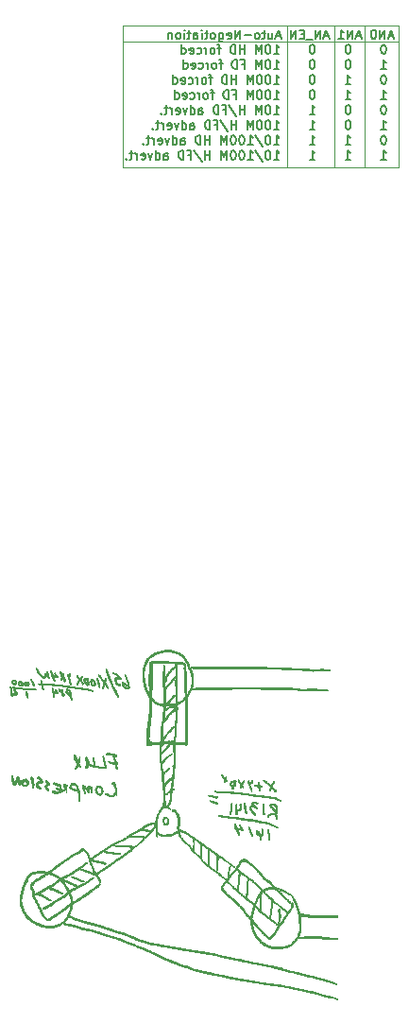
<source format=gbr>
%TF.GenerationSoftware,KiCad,Pcbnew,(5.1.8)-1*%
%TF.CreationDate,2021-02-22T22:57:58+01:00*%
%TF.ProjectId,DP83848C-EvalBoard,44503833-3834-4384-932d-4576616c426f,rev?*%
%TF.SameCoordinates,Original*%
%TF.FileFunction,Legend,Bot*%
%TF.FilePolarity,Positive*%
%FSLAX46Y46*%
G04 Gerber Fmt 4.6, Leading zero omitted, Abs format (unit mm)*
G04 Created by KiCad (PCBNEW (5.1.8)-1) date 2021-02-22 22:57:58*
%MOMM*%
%LPD*%
G01*
G04 APERTURE LIST*
%ADD10C,0.120000*%
%ADD11C,0.150000*%
%ADD12C,0.010000*%
G04 APERTURE END LIST*
D10*
X85750000Y-58500000D02*
X85750000Y-71250000D01*
X90000000Y-58500000D02*
X90000000Y-71250000D01*
X92750000Y-58500000D02*
X92750000Y-71250000D01*
X95750000Y-60000000D02*
X71000000Y-60000000D01*
X71000000Y-58500000D02*
X95750000Y-58500000D01*
X71000000Y-71250000D02*
X71000000Y-58500000D01*
X95750000Y-71250000D02*
X71000000Y-71250000D01*
X95750000Y-58500000D02*
X95750000Y-71250000D01*
D11*
X95250119Y-59483333D02*
X94869166Y-59483333D01*
X95326309Y-59711904D02*
X95059642Y-58911904D01*
X94792976Y-59711904D01*
X94526309Y-59711904D02*
X94526309Y-58911904D01*
X94069166Y-59711904D01*
X94069166Y-58911904D01*
X93535833Y-58911904D02*
X93459642Y-58911904D01*
X93383452Y-58950000D01*
X93345357Y-58988095D01*
X93307261Y-59064285D01*
X93269166Y-59216666D01*
X93269166Y-59407142D01*
X93307261Y-59559523D01*
X93345357Y-59635714D01*
X93383452Y-59673809D01*
X93459642Y-59711904D01*
X93535833Y-59711904D01*
X93612023Y-59673809D01*
X93650119Y-59635714D01*
X93688214Y-59559523D01*
X93726309Y-59407142D01*
X93726309Y-59216666D01*
X93688214Y-59064285D01*
X93650119Y-58988095D01*
X93612023Y-58950000D01*
X93535833Y-58911904D01*
X92354880Y-59483333D02*
X91973928Y-59483333D01*
X92431071Y-59711904D02*
X92164404Y-58911904D01*
X91897738Y-59711904D01*
X91631071Y-59711904D02*
X91631071Y-58911904D01*
X91173928Y-59711904D01*
X91173928Y-58911904D01*
X90373928Y-59711904D02*
X90831071Y-59711904D01*
X90602500Y-59711904D02*
X90602500Y-58911904D01*
X90678690Y-59026190D01*
X90754880Y-59102380D01*
X90831071Y-59140476D01*
X89459642Y-59483333D02*
X89078690Y-59483333D01*
X89535833Y-59711904D02*
X89269166Y-58911904D01*
X89002500Y-59711904D01*
X88735833Y-59711904D02*
X88735833Y-58911904D01*
X88278690Y-59711904D01*
X88278690Y-58911904D01*
X88088214Y-59788095D02*
X87478690Y-59788095D01*
X87288214Y-59292857D02*
X87021547Y-59292857D01*
X86907261Y-59711904D02*
X87288214Y-59711904D01*
X87288214Y-58911904D01*
X86907261Y-58911904D01*
X86564404Y-59711904D02*
X86564404Y-58911904D01*
X86107261Y-59711904D01*
X86107261Y-58911904D01*
X85154880Y-59483333D02*
X84773928Y-59483333D01*
X85231071Y-59711904D02*
X84964404Y-58911904D01*
X84697738Y-59711904D01*
X84088214Y-59178571D02*
X84088214Y-59711904D01*
X84431071Y-59178571D02*
X84431071Y-59597619D01*
X84392976Y-59673809D01*
X84316785Y-59711904D01*
X84202499Y-59711904D01*
X84126309Y-59673809D01*
X84088214Y-59635714D01*
X83821547Y-59178571D02*
X83516785Y-59178571D01*
X83707261Y-58911904D02*
X83707261Y-59597619D01*
X83669166Y-59673809D01*
X83592976Y-59711904D01*
X83516785Y-59711904D01*
X83135833Y-59711904D02*
X83212023Y-59673809D01*
X83250119Y-59635714D01*
X83288214Y-59559523D01*
X83288214Y-59330952D01*
X83250119Y-59254761D01*
X83212023Y-59216666D01*
X83135833Y-59178571D01*
X83021547Y-59178571D01*
X82945357Y-59216666D01*
X82907261Y-59254761D01*
X82869166Y-59330952D01*
X82869166Y-59559523D01*
X82907261Y-59635714D01*
X82945357Y-59673809D01*
X83021547Y-59711904D01*
X83135833Y-59711904D01*
X82526309Y-59407142D02*
X81916785Y-59407142D01*
X81535833Y-59711904D02*
X81535833Y-58911904D01*
X81078690Y-59711904D01*
X81078690Y-58911904D01*
X80392976Y-59673809D02*
X80469166Y-59711904D01*
X80621547Y-59711904D01*
X80697738Y-59673809D01*
X80735833Y-59597619D01*
X80735833Y-59292857D01*
X80697738Y-59216666D01*
X80621547Y-59178571D01*
X80469166Y-59178571D01*
X80392976Y-59216666D01*
X80354880Y-59292857D01*
X80354880Y-59369047D01*
X80735833Y-59445238D01*
X79669166Y-59178571D02*
X79669166Y-59826190D01*
X79707261Y-59902380D01*
X79745357Y-59940476D01*
X79821547Y-59978571D01*
X79935833Y-59978571D01*
X80012023Y-59940476D01*
X79669166Y-59673809D02*
X79745357Y-59711904D01*
X79897738Y-59711904D01*
X79973928Y-59673809D01*
X80012023Y-59635714D01*
X80050119Y-59559523D01*
X80050119Y-59330952D01*
X80012023Y-59254761D01*
X79973928Y-59216666D01*
X79897738Y-59178571D01*
X79745357Y-59178571D01*
X79669166Y-59216666D01*
X79173928Y-59711904D02*
X79250119Y-59673809D01*
X79288214Y-59635714D01*
X79326309Y-59559523D01*
X79326309Y-59330952D01*
X79288214Y-59254761D01*
X79250119Y-59216666D01*
X79173928Y-59178571D01*
X79059642Y-59178571D01*
X78983452Y-59216666D01*
X78945357Y-59254761D01*
X78907261Y-59330952D01*
X78907261Y-59559523D01*
X78945357Y-59635714D01*
X78983452Y-59673809D01*
X79059642Y-59711904D01*
X79173928Y-59711904D01*
X78678690Y-59178571D02*
X78373928Y-59178571D01*
X78564404Y-58911904D02*
X78564404Y-59597619D01*
X78526309Y-59673809D01*
X78450119Y-59711904D01*
X78373928Y-59711904D01*
X78107261Y-59711904D02*
X78107261Y-59178571D01*
X78107261Y-58911904D02*
X78145357Y-58950000D01*
X78107261Y-58988095D01*
X78069166Y-58950000D01*
X78107261Y-58911904D01*
X78107261Y-58988095D01*
X77383452Y-59711904D02*
X77383452Y-59292857D01*
X77421547Y-59216666D01*
X77497738Y-59178571D01*
X77650119Y-59178571D01*
X77726309Y-59216666D01*
X77383452Y-59673809D02*
X77459642Y-59711904D01*
X77650119Y-59711904D01*
X77726309Y-59673809D01*
X77764404Y-59597619D01*
X77764404Y-59521428D01*
X77726309Y-59445238D01*
X77650119Y-59407142D01*
X77459642Y-59407142D01*
X77383452Y-59369047D01*
X77116785Y-59178571D02*
X76812023Y-59178571D01*
X77002500Y-58911904D02*
X77002500Y-59597619D01*
X76964404Y-59673809D01*
X76888214Y-59711904D01*
X76812023Y-59711904D01*
X76545357Y-59711904D02*
X76545357Y-59178571D01*
X76545357Y-58911904D02*
X76583452Y-58950000D01*
X76545357Y-58988095D01*
X76507261Y-58950000D01*
X76545357Y-58911904D01*
X76545357Y-58988095D01*
X76050119Y-59711904D02*
X76126309Y-59673809D01*
X76164404Y-59635714D01*
X76202500Y-59559523D01*
X76202500Y-59330952D01*
X76164404Y-59254761D01*
X76126309Y-59216666D01*
X76050119Y-59178571D01*
X75935833Y-59178571D01*
X75859642Y-59216666D01*
X75821547Y-59254761D01*
X75783452Y-59330952D01*
X75783452Y-59559523D01*
X75821547Y-59635714D01*
X75859642Y-59673809D01*
X75935833Y-59711904D01*
X76050119Y-59711904D01*
X75440595Y-59178571D02*
X75440595Y-59711904D01*
X75440595Y-59254761D02*
X75402500Y-59216666D01*
X75326309Y-59178571D01*
X75212023Y-59178571D01*
X75135833Y-59216666D01*
X75097738Y-59292857D01*
X75097738Y-59711904D01*
X94450119Y-60261904D02*
X94373928Y-60261904D01*
X94297738Y-60300000D01*
X94259642Y-60338095D01*
X94221547Y-60414285D01*
X94183452Y-60566666D01*
X94183452Y-60757142D01*
X94221547Y-60909523D01*
X94259642Y-60985714D01*
X94297738Y-61023809D01*
X94373928Y-61061904D01*
X94450119Y-61061904D01*
X94526309Y-61023809D01*
X94564404Y-60985714D01*
X94602500Y-60909523D01*
X94640595Y-60757142D01*
X94640595Y-60566666D01*
X94602500Y-60414285D01*
X94564404Y-60338095D01*
X94526309Y-60300000D01*
X94450119Y-60261904D01*
X91250119Y-60261904D02*
X91173928Y-60261904D01*
X91097738Y-60300000D01*
X91059642Y-60338095D01*
X91021547Y-60414285D01*
X90983452Y-60566666D01*
X90983452Y-60757142D01*
X91021547Y-60909523D01*
X91059642Y-60985714D01*
X91097738Y-61023809D01*
X91173928Y-61061904D01*
X91250119Y-61061904D01*
X91326309Y-61023809D01*
X91364404Y-60985714D01*
X91402500Y-60909523D01*
X91440595Y-60757142D01*
X91440595Y-60566666D01*
X91402500Y-60414285D01*
X91364404Y-60338095D01*
X91326309Y-60300000D01*
X91250119Y-60261904D01*
X88050119Y-60261904D02*
X87973928Y-60261904D01*
X87897738Y-60300000D01*
X87859642Y-60338095D01*
X87821547Y-60414285D01*
X87783452Y-60566666D01*
X87783452Y-60757142D01*
X87821547Y-60909523D01*
X87859642Y-60985714D01*
X87897738Y-61023809D01*
X87973928Y-61061904D01*
X88050119Y-61061904D01*
X88126309Y-61023809D01*
X88164404Y-60985714D01*
X88202500Y-60909523D01*
X88240595Y-60757142D01*
X88240595Y-60566666D01*
X88202500Y-60414285D01*
X88164404Y-60338095D01*
X88126309Y-60300000D01*
X88050119Y-60261904D01*
X84583452Y-61061904D02*
X85040595Y-61061904D01*
X84812023Y-61061904D02*
X84812023Y-60261904D01*
X84888214Y-60376190D01*
X84964404Y-60452380D01*
X85040595Y-60490476D01*
X84088214Y-60261904D02*
X84012023Y-60261904D01*
X83935833Y-60300000D01*
X83897738Y-60338095D01*
X83859642Y-60414285D01*
X83821547Y-60566666D01*
X83821547Y-60757142D01*
X83859642Y-60909523D01*
X83897738Y-60985714D01*
X83935833Y-61023809D01*
X84012023Y-61061904D01*
X84088214Y-61061904D01*
X84164404Y-61023809D01*
X84202500Y-60985714D01*
X84240595Y-60909523D01*
X84278690Y-60757142D01*
X84278690Y-60566666D01*
X84240595Y-60414285D01*
X84202500Y-60338095D01*
X84164404Y-60300000D01*
X84088214Y-60261904D01*
X83478690Y-61061904D02*
X83478690Y-60261904D01*
X83212023Y-60833333D01*
X82945357Y-60261904D01*
X82945357Y-61061904D01*
X81954880Y-61061904D02*
X81954880Y-60261904D01*
X81954880Y-60642857D02*
X81497738Y-60642857D01*
X81497738Y-61061904D02*
X81497738Y-60261904D01*
X81116785Y-61061904D02*
X81116785Y-60261904D01*
X80926309Y-60261904D01*
X80812023Y-60300000D01*
X80735833Y-60376190D01*
X80697738Y-60452380D01*
X80659642Y-60604761D01*
X80659642Y-60719047D01*
X80697738Y-60871428D01*
X80735833Y-60947619D01*
X80812023Y-61023809D01*
X80926309Y-61061904D01*
X81116785Y-61061904D01*
X79821547Y-60528571D02*
X79516785Y-60528571D01*
X79707261Y-61061904D02*
X79707261Y-60376190D01*
X79669166Y-60300000D01*
X79592976Y-60261904D01*
X79516785Y-60261904D01*
X79135833Y-61061904D02*
X79212023Y-61023809D01*
X79250119Y-60985714D01*
X79288214Y-60909523D01*
X79288214Y-60680952D01*
X79250119Y-60604761D01*
X79212023Y-60566666D01*
X79135833Y-60528571D01*
X79021547Y-60528571D01*
X78945357Y-60566666D01*
X78907261Y-60604761D01*
X78869166Y-60680952D01*
X78869166Y-60909523D01*
X78907261Y-60985714D01*
X78945357Y-61023809D01*
X79021547Y-61061904D01*
X79135833Y-61061904D01*
X78526309Y-61061904D02*
X78526309Y-60528571D01*
X78526309Y-60680952D02*
X78488214Y-60604761D01*
X78450119Y-60566666D01*
X78373928Y-60528571D01*
X78297738Y-60528571D01*
X77688214Y-61023809D02*
X77764404Y-61061904D01*
X77916785Y-61061904D01*
X77992976Y-61023809D01*
X78031071Y-60985714D01*
X78069166Y-60909523D01*
X78069166Y-60680952D01*
X78031071Y-60604761D01*
X77992976Y-60566666D01*
X77916785Y-60528571D01*
X77764404Y-60528571D01*
X77688214Y-60566666D01*
X77040595Y-61023809D02*
X77116785Y-61061904D01*
X77269166Y-61061904D01*
X77345357Y-61023809D01*
X77383452Y-60947619D01*
X77383452Y-60642857D01*
X77345357Y-60566666D01*
X77269166Y-60528571D01*
X77116785Y-60528571D01*
X77040595Y-60566666D01*
X77002500Y-60642857D01*
X77002500Y-60719047D01*
X77383452Y-60795238D01*
X76316785Y-61061904D02*
X76316785Y-60261904D01*
X76316785Y-61023809D02*
X76392976Y-61061904D01*
X76545357Y-61061904D01*
X76621547Y-61023809D01*
X76659642Y-60985714D01*
X76697738Y-60909523D01*
X76697738Y-60680952D01*
X76659642Y-60604761D01*
X76621547Y-60566666D01*
X76545357Y-60528571D01*
X76392976Y-60528571D01*
X76316785Y-60566666D01*
X94183452Y-62411904D02*
X94640595Y-62411904D01*
X94412023Y-62411904D02*
X94412023Y-61611904D01*
X94488214Y-61726190D01*
X94564404Y-61802380D01*
X94640595Y-61840476D01*
X91250119Y-61611904D02*
X91173928Y-61611904D01*
X91097738Y-61650000D01*
X91059642Y-61688095D01*
X91021547Y-61764285D01*
X90983452Y-61916666D01*
X90983452Y-62107142D01*
X91021547Y-62259523D01*
X91059642Y-62335714D01*
X91097738Y-62373809D01*
X91173928Y-62411904D01*
X91250119Y-62411904D01*
X91326309Y-62373809D01*
X91364404Y-62335714D01*
X91402500Y-62259523D01*
X91440595Y-62107142D01*
X91440595Y-61916666D01*
X91402500Y-61764285D01*
X91364404Y-61688095D01*
X91326309Y-61650000D01*
X91250119Y-61611904D01*
X88050119Y-61611904D02*
X87973928Y-61611904D01*
X87897738Y-61650000D01*
X87859642Y-61688095D01*
X87821547Y-61764285D01*
X87783452Y-61916666D01*
X87783452Y-62107142D01*
X87821547Y-62259523D01*
X87859642Y-62335714D01*
X87897738Y-62373809D01*
X87973928Y-62411904D01*
X88050119Y-62411904D01*
X88126309Y-62373809D01*
X88164404Y-62335714D01*
X88202500Y-62259523D01*
X88240595Y-62107142D01*
X88240595Y-61916666D01*
X88202500Y-61764285D01*
X88164404Y-61688095D01*
X88126309Y-61650000D01*
X88050119Y-61611904D01*
X84583452Y-62411904D02*
X85040595Y-62411904D01*
X84812023Y-62411904D02*
X84812023Y-61611904D01*
X84888214Y-61726190D01*
X84964404Y-61802380D01*
X85040595Y-61840476D01*
X84088214Y-61611904D02*
X84012023Y-61611904D01*
X83935833Y-61650000D01*
X83897738Y-61688095D01*
X83859642Y-61764285D01*
X83821547Y-61916666D01*
X83821547Y-62107142D01*
X83859642Y-62259523D01*
X83897738Y-62335714D01*
X83935833Y-62373809D01*
X84012023Y-62411904D01*
X84088214Y-62411904D01*
X84164404Y-62373809D01*
X84202500Y-62335714D01*
X84240595Y-62259523D01*
X84278690Y-62107142D01*
X84278690Y-61916666D01*
X84240595Y-61764285D01*
X84202500Y-61688095D01*
X84164404Y-61650000D01*
X84088214Y-61611904D01*
X83478690Y-62411904D02*
X83478690Y-61611904D01*
X83212023Y-62183333D01*
X82945357Y-61611904D01*
X82945357Y-62411904D01*
X81688214Y-61992857D02*
X81954880Y-61992857D01*
X81954880Y-62411904D02*
X81954880Y-61611904D01*
X81573928Y-61611904D01*
X81269166Y-62411904D02*
X81269166Y-61611904D01*
X81078690Y-61611904D01*
X80964404Y-61650000D01*
X80888214Y-61726190D01*
X80850119Y-61802380D01*
X80812023Y-61954761D01*
X80812023Y-62069047D01*
X80850119Y-62221428D01*
X80888214Y-62297619D01*
X80964404Y-62373809D01*
X81078690Y-62411904D01*
X81269166Y-62411904D01*
X79973928Y-61878571D02*
X79669166Y-61878571D01*
X79859642Y-62411904D02*
X79859642Y-61726190D01*
X79821547Y-61650000D01*
X79745357Y-61611904D01*
X79669166Y-61611904D01*
X79288214Y-62411904D02*
X79364404Y-62373809D01*
X79402500Y-62335714D01*
X79440595Y-62259523D01*
X79440595Y-62030952D01*
X79402500Y-61954761D01*
X79364404Y-61916666D01*
X79288214Y-61878571D01*
X79173928Y-61878571D01*
X79097738Y-61916666D01*
X79059642Y-61954761D01*
X79021547Y-62030952D01*
X79021547Y-62259523D01*
X79059642Y-62335714D01*
X79097738Y-62373809D01*
X79173928Y-62411904D01*
X79288214Y-62411904D01*
X78678690Y-62411904D02*
X78678690Y-61878571D01*
X78678690Y-62030952D02*
X78640595Y-61954761D01*
X78602500Y-61916666D01*
X78526309Y-61878571D01*
X78450119Y-61878571D01*
X77840595Y-62373809D02*
X77916785Y-62411904D01*
X78069166Y-62411904D01*
X78145357Y-62373809D01*
X78183452Y-62335714D01*
X78221547Y-62259523D01*
X78221547Y-62030952D01*
X78183452Y-61954761D01*
X78145357Y-61916666D01*
X78069166Y-61878571D01*
X77916785Y-61878571D01*
X77840595Y-61916666D01*
X77192976Y-62373809D02*
X77269166Y-62411904D01*
X77421547Y-62411904D01*
X77497738Y-62373809D01*
X77535833Y-62297619D01*
X77535833Y-61992857D01*
X77497738Y-61916666D01*
X77421547Y-61878571D01*
X77269166Y-61878571D01*
X77192976Y-61916666D01*
X77154880Y-61992857D01*
X77154880Y-62069047D01*
X77535833Y-62145238D01*
X76469166Y-62411904D02*
X76469166Y-61611904D01*
X76469166Y-62373809D02*
X76545357Y-62411904D01*
X76697738Y-62411904D01*
X76773928Y-62373809D01*
X76812023Y-62335714D01*
X76850119Y-62259523D01*
X76850119Y-62030952D01*
X76812023Y-61954761D01*
X76773928Y-61916666D01*
X76697738Y-61878571D01*
X76545357Y-61878571D01*
X76469166Y-61916666D01*
X94450119Y-62961904D02*
X94373928Y-62961904D01*
X94297738Y-63000000D01*
X94259642Y-63038095D01*
X94221547Y-63114285D01*
X94183452Y-63266666D01*
X94183452Y-63457142D01*
X94221547Y-63609523D01*
X94259642Y-63685714D01*
X94297738Y-63723809D01*
X94373928Y-63761904D01*
X94450119Y-63761904D01*
X94526309Y-63723809D01*
X94564404Y-63685714D01*
X94602500Y-63609523D01*
X94640595Y-63457142D01*
X94640595Y-63266666D01*
X94602500Y-63114285D01*
X94564404Y-63038095D01*
X94526309Y-63000000D01*
X94450119Y-62961904D01*
X90983452Y-63761904D02*
X91440595Y-63761904D01*
X91212023Y-63761904D02*
X91212023Y-62961904D01*
X91288214Y-63076190D01*
X91364404Y-63152380D01*
X91440595Y-63190476D01*
X88050119Y-62961904D02*
X87973928Y-62961904D01*
X87897738Y-63000000D01*
X87859642Y-63038095D01*
X87821547Y-63114285D01*
X87783452Y-63266666D01*
X87783452Y-63457142D01*
X87821547Y-63609523D01*
X87859642Y-63685714D01*
X87897738Y-63723809D01*
X87973928Y-63761904D01*
X88050119Y-63761904D01*
X88126309Y-63723809D01*
X88164404Y-63685714D01*
X88202500Y-63609523D01*
X88240595Y-63457142D01*
X88240595Y-63266666D01*
X88202500Y-63114285D01*
X88164404Y-63038095D01*
X88126309Y-63000000D01*
X88050119Y-62961904D01*
X84583452Y-63761904D02*
X85040595Y-63761904D01*
X84812023Y-63761904D02*
X84812023Y-62961904D01*
X84888214Y-63076190D01*
X84964404Y-63152380D01*
X85040595Y-63190476D01*
X84088214Y-62961904D02*
X84012023Y-62961904D01*
X83935833Y-63000000D01*
X83897738Y-63038095D01*
X83859642Y-63114285D01*
X83821547Y-63266666D01*
X83821547Y-63457142D01*
X83859642Y-63609523D01*
X83897738Y-63685714D01*
X83935833Y-63723809D01*
X84012023Y-63761904D01*
X84088214Y-63761904D01*
X84164404Y-63723809D01*
X84202500Y-63685714D01*
X84240595Y-63609523D01*
X84278690Y-63457142D01*
X84278690Y-63266666D01*
X84240595Y-63114285D01*
X84202500Y-63038095D01*
X84164404Y-63000000D01*
X84088214Y-62961904D01*
X83326309Y-62961904D02*
X83250119Y-62961904D01*
X83173928Y-63000000D01*
X83135833Y-63038095D01*
X83097738Y-63114285D01*
X83059642Y-63266666D01*
X83059642Y-63457142D01*
X83097738Y-63609523D01*
X83135833Y-63685714D01*
X83173928Y-63723809D01*
X83250119Y-63761904D01*
X83326309Y-63761904D01*
X83402500Y-63723809D01*
X83440595Y-63685714D01*
X83478690Y-63609523D01*
X83516785Y-63457142D01*
X83516785Y-63266666D01*
X83478690Y-63114285D01*
X83440595Y-63038095D01*
X83402500Y-63000000D01*
X83326309Y-62961904D01*
X82716785Y-63761904D02*
X82716785Y-62961904D01*
X82450119Y-63533333D01*
X82183452Y-62961904D01*
X82183452Y-63761904D01*
X81192976Y-63761904D02*
X81192976Y-62961904D01*
X81192976Y-63342857D02*
X80735833Y-63342857D01*
X80735833Y-63761904D02*
X80735833Y-62961904D01*
X80354880Y-63761904D02*
X80354880Y-62961904D01*
X80164404Y-62961904D01*
X80050119Y-63000000D01*
X79973928Y-63076190D01*
X79935833Y-63152380D01*
X79897738Y-63304761D01*
X79897738Y-63419047D01*
X79935833Y-63571428D01*
X79973928Y-63647619D01*
X80050119Y-63723809D01*
X80164404Y-63761904D01*
X80354880Y-63761904D01*
X79059642Y-63228571D02*
X78754880Y-63228571D01*
X78945357Y-63761904D02*
X78945357Y-63076190D01*
X78907261Y-63000000D01*
X78831071Y-62961904D01*
X78754880Y-62961904D01*
X78373928Y-63761904D02*
X78450119Y-63723809D01*
X78488214Y-63685714D01*
X78526309Y-63609523D01*
X78526309Y-63380952D01*
X78488214Y-63304761D01*
X78450119Y-63266666D01*
X78373928Y-63228571D01*
X78259642Y-63228571D01*
X78183452Y-63266666D01*
X78145357Y-63304761D01*
X78107261Y-63380952D01*
X78107261Y-63609523D01*
X78145357Y-63685714D01*
X78183452Y-63723809D01*
X78259642Y-63761904D01*
X78373928Y-63761904D01*
X77764404Y-63761904D02*
X77764404Y-63228571D01*
X77764404Y-63380952D02*
X77726309Y-63304761D01*
X77688214Y-63266666D01*
X77612023Y-63228571D01*
X77535833Y-63228571D01*
X76926309Y-63723809D02*
X77002499Y-63761904D01*
X77154880Y-63761904D01*
X77231071Y-63723809D01*
X77269166Y-63685714D01*
X77307261Y-63609523D01*
X77307261Y-63380952D01*
X77269166Y-63304761D01*
X77231071Y-63266666D01*
X77154880Y-63228571D01*
X77002499Y-63228571D01*
X76926309Y-63266666D01*
X76278690Y-63723809D02*
X76354880Y-63761904D01*
X76507261Y-63761904D01*
X76583452Y-63723809D01*
X76621547Y-63647619D01*
X76621547Y-63342857D01*
X76583452Y-63266666D01*
X76507261Y-63228571D01*
X76354880Y-63228571D01*
X76278690Y-63266666D01*
X76240595Y-63342857D01*
X76240595Y-63419047D01*
X76621547Y-63495238D01*
X75554880Y-63761904D02*
X75554880Y-62961904D01*
X75554880Y-63723809D02*
X75631071Y-63761904D01*
X75783452Y-63761904D01*
X75859642Y-63723809D01*
X75897738Y-63685714D01*
X75935833Y-63609523D01*
X75935833Y-63380952D01*
X75897738Y-63304761D01*
X75859642Y-63266666D01*
X75783452Y-63228571D01*
X75631071Y-63228571D01*
X75554880Y-63266666D01*
X94183452Y-65111904D02*
X94640595Y-65111904D01*
X94412023Y-65111904D02*
X94412023Y-64311904D01*
X94488214Y-64426190D01*
X94564404Y-64502380D01*
X94640595Y-64540476D01*
X90983452Y-65111904D02*
X91440595Y-65111904D01*
X91212023Y-65111904D02*
X91212023Y-64311904D01*
X91288214Y-64426190D01*
X91364404Y-64502380D01*
X91440595Y-64540476D01*
X88050119Y-64311904D02*
X87973928Y-64311904D01*
X87897738Y-64350000D01*
X87859642Y-64388095D01*
X87821547Y-64464285D01*
X87783452Y-64616666D01*
X87783452Y-64807142D01*
X87821547Y-64959523D01*
X87859642Y-65035714D01*
X87897738Y-65073809D01*
X87973928Y-65111904D01*
X88050119Y-65111904D01*
X88126309Y-65073809D01*
X88164404Y-65035714D01*
X88202500Y-64959523D01*
X88240595Y-64807142D01*
X88240595Y-64616666D01*
X88202500Y-64464285D01*
X88164404Y-64388095D01*
X88126309Y-64350000D01*
X88050119Y-64311904D01*
X84583452Y-65111904D02*
X85040595Y-65111904D01*
X84812023Y-65111904D02*
X84812023Y-64311904D01*
X84888214Y-64426190D01*
X84964404Y-64502380D01*
X85040595Y-64540476D01*
X84088214Y-64311904D02*
X84012023Y-64311904D01*
X83935833Y-64350000D01*
X83897738Y-64388095D01*
X83859642Y-64464285D01*
X83821547Y-64616666D01*
X83821547Y-64807142D01*
X83859642Y-64959523D01*
X83897738Y-65035714D01*
X83935833Y-65073809D01*
X84012023Y-65111904D01*
X84088214Y-65111904D01*
X84164404Y-65073809D01*
X84202500Y-65035714D01*
X84240595Y-64959523D01*
X84278690Y-64807142D01*
X84278690Y-64616666D01*
X84240595Y-64464285D01*
X84202500Y-64388095D01*
X84164404Y-64350000D01*
X84088214Y-64311904D01*
X83326309Y-64311904D02*
X83250119Y-64311904D01*
X83173928Y-64350000D01*
X83135833Y-64388095D01*
X83097738Y-64464285D01*
X83059642Y-64616666D01*
X83059642Y-64807142D01*
X83097738Y-64959523D01*
X83135833Y-65035714D01*
X83173928Y-65073809D01*
X83250119Y-65111904D01*
X83326309Y-65111904D01*
X83402500Y-65073809D01*
X83440595Y-65035714D01*
X83478690Y-64959523D01*
X83516785Y-64807142D01*
X83516785Y-64616666D01*
X83478690Y-64464285D01*
X83440595Y-64388095D01*
X83402500Y-64350000D01*
X83326309Y-64311904D01*
X82716785Y-65111904D02*
X82716785Y-64311904D01*
X82450119Y-64883333D01*
X82183452Y-64311904D01*
X82183452Y-65111904D01*
X80926309Y-64692857D02*
X81192976Y-64692857D01*
X81192976Y-65111904D02*
X81192976Y-64311904D01*
X80812023Y-64311904D01*
X80507261Y-65111904D02*
X80507261Y-64311904D01*
X80316785Y-64311904D01*
X80202500Y-64350000D01*
X80126309Y-64426190D01*
X80088214Y-64502380D01*
X80050119Y-64654761D01*
X80050119Y-64769047D01*
X80088214Y-64921428D01*
X80126309Y-64997619D01*
X80202500Y-65073809D01*
X80316785Y-65111904D01*
X80507261Y-65111904D01*
X79212023Y-64578571D02*
X78907261Y-64578571D01*
X79097738Y-65111904D02*
X79097738Y-64426190D01*
X79059642Y-64350000D01*
X78983452Y-64311904D01*
X78907261Y-64311904D01*
X78526309Y-65111904D02*
X78602500Y-65073809D01*
X78640595Y-65035714D01*
X78678690Y-64959523D01*
X78678690Y-64730952D01*
X78640595Y-64654761D01*
X78602500Y-64616666D01*
X78526309Y-64578571D01*
X78412023Y-64578571D01*
X78335833Y-64616666D01*
X78297738Y-64654761D01*
X78259642Y-64730952D01*
X78259642Y-64959523D01*
X78297738Y-65035714D01*
X78335833Y-65073809D01*
X78412023Y-65111904D01*
X78526309Y-65111904D01*
X77916785Y-65111904D02*
X77916785Y-64578571D01*
X77916785Y-64730952D02*
X77878690Y-64654761D01*
X77840595Y-64616666D01*
X77764404Y-64578571D01*
X77688214Y-64578571D01*
X77078690Y-65073809D02*
X77154880Y-65111904D01*
X77307261Y-65111904D01*
X77383452Y-65073809D01*
X77421547Y-65035714D01*
X77459642Y-64959523D01*
X77459642Y-64730952D01*
X77421547Y-64654761D01*
X77383452Y-64616666D01*
X77307261Y-64578571D01*
X77154880Y-64578571D01*
X77078690Y-64616666D01*
X76431071Y-65073809D02*
X76507261Y-65111904D01*
X76659642Y-65111904D01*
X76735833Y-65073809D01*
X76773928Y-64997619D01*
X76773928Y-64692857D01*
X76735833Y-64616666D01*
X76659642Y-64578571D01*
X76507261Y-64578571D01*
X76431071Y-64616666D01*
X76392976Y-64692857D01*
X76392976Y-64769047D01*
X76773928Y-64845238D01*
X75707261Y-65111904D02*
X75707261Y-64311904D01*
X75707261Y-65073809D02*
X75783452Y-65111904D01*
X75935833Y-65111904D01*
X76012023Y-65073809D01*
X76050119Y-65035714D01*
X76088214Y-64959523D01*
X76088214Y-64730952D01*
X76050119Y-64654761D01*
X76012023Y-64616666D01*
X75935833Y-64578571D01*
X75783452Y-64578571D01*
X75707261Y-64616666D01*
X94450119Y-65661904D02*
X94373928Y-65661904D01*
X94297738Y-65700000D01*
X94259642Y-65738095D01*
X94221547Y-65814285D01*
X94183452Y-65966666D01*
X94183452Y-66157142D01*
X94221547Y-66309523D01*
X94259642Y-66385714D01*
X94297738Y-66423809D01*
X94373928Y-66461904D01*
X94450119Y-66461904D01*
X94526309Y-66423809D01*
X94564404Y-66385714D01*
X94602500Y-66309523D01*
X94640595Y-66157142D01*
X94640595Y-65966666D01*
X94602500Y-65814285D01*
X94564404Y-65738095D01*
X94526309Y-65700000D01*
X94450119Y-65661904D01*
X91250119Y-65661904D02*
X91173928Y-65661904D01*
X91097738Y-65700000D01*
X91059642Y-65738095D01*
X91021547Y-65814285D01*
X90983452Y-65966666D01*
X90983452Y-66157142D01*
X91021547Y-66309523D01*
X91059642Y-66385714D01*
X91097738Y-66423809D01*
X91173928Y-66461904D01*
X91250119Y-66461904D01*
X91326309Y-66423809D01*
X91364404Y-66385714D01*
X91402500Y-66309523D01*
X91440595Y-66157142D01*
X91440595Y-65966666D01*
X91402500Y-65814285D01*
X91364404Y-65738095D01*
X91326309Y-65700000D01*
X91250119Y-65661904D01*
X87783452Y-66461904D02*
X88240595Y-66461904D01*
X88012023Y-66461904D02*
X88012023Y-65661904D01*
X88088214Y-65776190D01*
X88164404Y-65852380D01*
X88240595Y-65890476D01*
X84583452Y-66461904D02*
X85040595Y-66461904D01*
X84812023Y-66461904D02*
X84812023Y-65661904D01*
X84888214Y-65776190D01*
X84964404Y-65852380D01*
X85040595Y-65890476D01*
X84088214Y-65661904D02*
X84012023Y-65661904D01*
X83935833Y-65700000D01*
X83897738Y-65738095D01*
X83859642Y-65814285D01*
X83821547Y-65966666D01*
X83821547Y-66157142D01*
X83859642Y-66309523D01*
X83897738Y-66385714D01*
X83935833Y-66423809D01*
X84012023Y-66461904D01*
X84088214Y-66461904D01*
X84164404Y-66423809D01*
X84202500Y-66385714D01*
X84240595Y-66309523D01*
X84278690Y-66157142D01*
X84278690Y-65966666D01*
X84240595Y-65814285D01*
X84202500Y-65738095D01*
X84164404Y-65700000D01*
X84088214Y-65661904D01*
X83478690Y-66461904D02*
X83478690Y-65661904D01*
X83212023Y-66233333D01*
X82945357Y-65661904D01*
X82945357Y-66461904D01*
X81954880Y-66461904D02*
X81954880Y-65661904D01*
X81954880Y-66042857D02*
X81497738Y-66042857D01*
X81497738Y-66461904D02*
X81497738Y-65661904D01*
X80545357Y-65623809D02*
X81231071Y-66652380D01*
X80012023Y-66042857D02*
X80278690Y-66042857D01*
X80278690Y-66461904D02*
X80278690Y-65661904D01*
X79897738Y-65661904D01*
X79592976Y-66461904D02*
X79592976Y-65661904D01*
X79402500Y-65661904D01*
X79288214Y-65700000D01*
X79212023Y-65776190D01*
X79173928Y-65852380D01*
X79135833Y-66004761D01*
X79135833Y-66119047D01*
X79173928Y-66271428D01*
X79212023Y-66347619D01*
X79288214Y-66423809D01*
X79402500Y-66461904D01*
X79592976Y-66461904D01*
X77840595Y-66461904D02*
X77840595Y-66042857D01*
X77878690Y-65966666D01*
X77954880Y-65928571D01*
X78107261Y-65928571D01*
X78183452Y-65966666D01*
X77840595Y-66423809D02*
X77916785Y-66461904D01*
X78107261Y-66461904D01*
X78183452Y-66423809D01*
X78221547Y-66347619D01*
X78221547Y-66271428D01*
X78183452Y-66195238D01*
X78107261Y-66157142D01*
X77916785Y-66157142D01*
X77840595Y-66119047D01*
X77116785Y-66461904D02*
X77116785Y-65661904D01*
X77116785Y-66423809D02*
X77192976Y-66461904D01*
X77345357Y-66461904D01*
X77421547Y-66423809D01*
X77459642Y-66385714D01*
X77497738Y-66309523D01*
X77497738Y-66080952D01*
X77459642Y-66004761D01*
X77421547Y-65966666D01*
X77345357Y-65928571D01*
X77192976Y-65928571D01*
X77116785Y-65966666D01*
X76812023Y-65928571D02*
X76621547Y-66461904D01*
X76431071Y-65928571D01*
X75821547Y-66423809D02*
X75897738Y-66461904D01*
X76050119Y-66461904D01*
X76126309Y-66423809D01*
X76164404Y-66347619D01*
X76164404Y-66042857D01*
X76126309Y-65966666D01*
X76050119Y-65928571D01*
X75897738Y-65928571D01*
X75821547Y-65966666D01*
X75783452Y-66042857D01*
X75783452Y-66119047D01*
X76164404Y-66195238D01*
X75440595Y-66461904D02*
X75440595Y-65928571D01*
X75440595Y-66080952D02*
X75402500Y-66004761D01*
X75364404Y-65966666D01*
X75288214Y-65928571D01*
X75212023Y-65928571D01*
X75059642Y-65928571D02*
X74754880Y-65928571D01*
X74945357Y-65661904D02*
X74945357Y-66347619D01*
X74907261Y-66423809D01*
X74831071Y-66461904D01*
X74754880Y-66461904D01*
X74488214Y-66385714D02*
X74450119Y-66423809D01*
X74488214Y-66461904D01*
X74526309Y-66423809D01*
X74488214Y-66385714D01*
X74488214Y-66461904D01*
X94183452Y-67811904D02*
X94640595Y-67811904D01*
X94412023Y-67811904D02*
X94412023Y-67011904D01*
X94488214Y-67126190D01*
X94564404Y-67202380D01*
X94640595Y-67240476D01*
X91250119Y-67011904D02*
X91173928Y-67011904D01*
X91097738Y-67050000D01*
X91059642Y-67088095D01*
X91021547Y-67164285D01*
X90983452Y-67316666D01*
X90983452Y-67507142D01*
X91021547Y-67659523D01*
X91059642Y-67735714D01*
X91097738Y-67773809D01*
X91173928Y-67811904D01*
X91250119Y-67811904D01*
X91326309Y-67773809D01*
X91364404Y-67735714D01*
X91402500Y-67659523D01*
X91440595Y-67507142D01*
X91440595Y-67316666D01*
X91402500Y-67164285D01*
X91364404Y-67088095D01*
X91326309Y-67050000D01*
X91250119Y-67011904D01*
X87783452Y-67811904D02*
X88240595Y-67811904D01*
X88012023Y-67811904D02*
X88012023Y-67011904D01*
X88088214Y-67126190D01*
X88164404Y-67202380D01*
X88240595Y-67240476D01*
X84583452Y-67811904D02*
X85040595Y-67811904D01*
X84812023Y-67811904D02*
X84812023Y-67011904D01*
X84888214Y-67126190D01*
X84964404Y-67202380D01*
X85040595Y-67240476D01*
X84088214Y-67011904D02*
X84012023Y-67011904D01*
X83935833Y-67050000D01*
X83897738Y-67088095D01*
X83859642Y-67164285D01*
X83821547Y-67316666D01*
X83821547Y-67507142D01*
X83859642Y-67659523D01*
X83897738Y-67735714D01*
X83935833Y-67773809D01*
X84012023Y-67811904D01*
X84088214Y-67811904D01*
X84164404Y-67773809D01*
X84202500Y-67735714D01*
X84240595Y-67659523D01*
X84278690Y-67507142D01*
X84278690Y-67316666D01*
X84240595Y-67164285D01*
X84202500Y-67088095D01*
X84164404Y-67050000D01*
X84088214Y-67011904D01*
X83326309Y-67011904D02*
X83250119Y-67011904D01*
X83173928Y-67050000D01*
X83135833Y-67088095D01*
X83097738Y-67164285D01*
X83059642Y-67316666D01*
X83059642Y-67507142D01*
X83097738Y-67659523D01*
X83135833Y-67735714D01*
X83173928Y-67773809D01*
X83250119Y-67811904D01*
X83326309Y-67811904D01*
X83402500Y-67773809D01*
X83440595Y-67735714D01*
X83478690Y-67659523D01*
X83516785Y-67507142D01*
X83516785Y-67316666D01*
X83478690Y-67164285D01*
X83440595Y-67088095D01*
X83402500Y-67050000D01*
X83326309Y-67011904D01*
X82716785Y-67811904D02*
X82716785Y-67011904D01*
X82450119Y-67583333D01*
X82183452Y-67011904D01*
X82183452Y-67811904D01*
X81192976Y-67811904D02*
X81192976Y-67011904D01*
X81192976Y-67392857D02*
X80735833Y-67392857D01*
X80735833Y-67811904D02*
X80735833Y-67011904D01*
X79783452Y-66973809D02*
X80469166Y-68002380D01*
X79250119Y-67392857D02*
X79516785Y-67392857D01*
X79516785Y-67811904D02*
X79516785Y-67011904D01*
X79135833Y-67011904D01*
X78831071Y-67811904D02*
X78831071Y-67011904D01*
X78640595Y-67011904D01*
X78526309Y-67050000D01*
X78450119Y-67126190D01*
X78412023Y-67202380D01*
X78373928Y-67354761D01*
X78373928Y-67469047D01*
X78412023Y-67621428D01*
X78450119Y-67697619D01*
X78526309Y-67773809D01*
X78640595Y-67811904D01*
X78831071Y-67811904D01*
X77078690Y-67811904D02*
X77078690Y-67392857D01*
X77116785Y-67316666D01*
X77192976Y-67278571D01*
X77345357Y-67278571D01*
X77421547Y-67316666D01*
X77078690Y-67773809D02*
X77154880Y-67811904D01*
X77345357Y-67811904D01*
X77421547Y-67773809D01*
X77459642Y-67697619D01*
X77459642Y-67621428D01*
X77421547Y-67545238D01*
X77345357Y-67507142D01*
X77154880Y-67507142D01*
X77078690Y-67469047D01*
X76354880Y-67811904D02*
X76354880Y-67011904D01*
X76354880Y-67773809D02*
X76431071Y-67811904D01*
X76583452Y-67811904D01*
X76659642Y-67773809D01*
X76697738Y-67735714D01*
X76735833Y-67659523D01*
X76735833Y-67430952D01*
X76697738Y-67354761D01*
X76659642Y-67316666D01*
X76583452Y-67278571D01*
X76431071Y-67278571D01*
X76354880Y-67316666D01*
X76050119Y-67278571D02*
X75859642Y-67811904D01*
X75669166Y-67278571D01*
X75059642Y-67773809D02*
X75135833Y-67811904D01*
X75288214Y-67811904D01*
X75364404Y-67773809D01*
X75402500Y-67697619D01*
X75402500Y-67392857D01*
X75364404Y-67316666D01*
X75288214Y-67278571D01*
X75135833Y-67278571D01*
X75059642Y-67316666D01*
X75021547Y-67392857D01*
X75021547Y-67469047D01*
X75402500Y-67545238D01*
X74678690Y-67811904D02*
X74678690Y-67278571D01*
X74678690Y-67430952D02*
X74640595Y-67354761D01*
X74602500Y-67316666D01*
X74526309Y-67278571D01*
X74450119Y-67278571D01*
X74297738Y-67278571D02*
X73992976Y-67278571D01*
X74183452Y-67011904D02*
X74183452Y-67697619D01*
X74145357Y-67773809D01*
X74069166Y-67811904D01*
X73992976Y-67811904D01*
X73726309Y-67735714D02*
X73688214Y-67773809D01*
X73726309Y-67811904D01*
X73764404Y-67773809D01*
X73726309Y-67735714D01*
X73726309Y-67811904D01*
X94450119Y-68361904D02*
X94373928Y-68361904D01*
X94297738Y-68400000D01*
X94259642Y-68438095D01*
X94221547Y-68514285D01*
X94183452Y-68666666D01*
X94183452Y-68857142D01*
X94221547Y-69009523D01*
X94259642Y-69085714D01*
X94297738Y-69123809D01*
X94373928Y-69161904D01*
X94450119Y-69161904D01*
X94526309Y-69123809D01*
X94564404Y-69085714D01*
X94602500Y-69009523D01*
X94640595Y-68857142D01*
X94640595Y-68666666D01*
X94602500Y-68514285D01*
X94564404Y-68438095D01*
X94526309Y-68400000D01*
X94450119Y-68361904D01*
X90983452Y-69161904D02*
X91440595Y-69161904D01*
X91212023Y-69161904D02*
X91212023Y-68361904D01*
X91288214Y-68476190D01*
X91364404Y-68552380D01*
X91440595Y-68590476D01*
X87783452Y-69161904D02*
X88240595Y-69161904D01*
X88012023Y-69161904D02*
X88012023Y-68361904D01*
X88088214Y-68476190D01*
X88164404Y-68552380D01*
X88240595Y-68590476D01*
X84583452Y-69161904D02*
X85040595Y-69161904D01*
X84812023Y-69161904D02*
X84812023Y-68361904D01*
X84888214Y-68476190D01*
X84964404Y-68552380D01*
X85040595Y-68590476D01*
X84088214Y-68361904D02*
X84012023Y-68361904D01*
X83935833Y-68400000D01*
X83897738Y-68438095D01*
X83859642Y-68514285D01*
X83821547Y-68666666D01*
X83821547Y-68857142D01*
X83859642Y-69009523D01*
X83897738Y-69085714D01*
X83935833Y-69123809D01*
X84012023Y-69161904D01*
X84088214Y-69161904D01*
X84164404Y-69123809D01*
X84202500Y-69085714D01*
X84240595Y-69009523D01*
X84278690Y-68857142D01*
X84278690Y-68666666D01*
X84240595Y-68514285D01*
X84202500Y-68438095D01*
X84164404Y-68400000D01*
X84088214Y-68361904D01*
X82907261Y-68323809D02*
X83592976Y-69352380D01*
X82221547Y-69161904D02*
X82678690Y-69161904D01*
X82450119Y-69161904D02*
X82450119Y-68361904D01*
X82526309Y-68476190D01*
X82602500Y-68552380D01*
X82678690Y-68590476D01*
X81726309Y-68361904D02*
X81650119Y-68361904D01*
X81573928Y-68400000D01*
X81535833Y-68438095D01*
X81497738Y-68514285D01*
X81459642Y-68666666D01*
X81459642Y-68857142D01*
X81497738Y-69009523D01*
X81535833Y-69085714D01*
X81573928Y-69123809D01*
X81650119Y-69161904D01*
X81726309Y-69161904D01*
X81802500Y-69123809D01*
X81840595Y-69085714D01*
X81878690Y-69009523D01*
X81916785Y-68857142D01*
X81916785Y-68666666D01*
X81878690Y-68514285D01*
X81840595Y-68438095D01*
X81802500Y-68400000D01*
X81726309Y-68361904D01*
X80964404Y-68361904D02*
X80888214Y-68361904D01*
X80812023Y-68400000D01*
X80773928Y-68438095D01*
X80735833Y-68514285D01*
X80697738Y-68666666D01*
X80697738Y-68857142D01*
X80735833Y-69009523D01*
X80773928Y-69085714D01*
X80812023Y-69123809D01*
X80888214Y-69161904D01*
X80964404Y-69161904D01*
X81040595Y-69123809D01*
X81078690Y-69085714D01*
X81116785Y-69009523D01*
X81154880Y-68857142D01*
X81154880Y-68666666D01*
X81116785Y-68514285D01*
X81078690Y-68438095D01*
X81040595Y-68400000D01*
X80964404Y-68361904D01*
X80354880Y-69161904D02*
X80354880Y-68361904D01*
X80088214Y-68933333D01*
X79821547Y-68361904D01*
X79821547Y-69161904D01*
X78831071Y-69161904D02*
X78831071Y-68361904D01*
X78831071Y-68742857D02*
X78373928Y-68742857D01*
X78373928Y-69161904D02*
X78373928Y-68361904D01*
X77992976Y-69161904D02*
X77992976Y-68361904D01*
X77802500Y-68361904D01*
X77688214Y-68400000D01*
X77612023Y-68476190D01*
X77573928Y-68552380D01*
X77535833Y-68704761D01*
X77535833Y-68819047D01*
X77573928Y-68971428D01*
X77612023Y-69047619D01*
X77688214Y-69123809D01*
X77802500Y-69161904D01*
X77992976Y-69161904D01*
X76240595Y-69161904D02*
X76240595Y-68742857D01*
X76278690Y-68666666D01*
X76354880Y-68628571D01*
X76507261Y-68628571D01*
X76583452Y-68666666D01*
X76240595Y-69123809D02*
X76316785Y-69161904D01*
X76507261Y-69161904D01*
X76583452Y-69123809D01*
X76621547Y-69047619D01*
X76621547Y-68971428D01*
X76583452Y-68895238D01*
X76507261Y-68857142D01*
X76316785Y-68857142D01*
X76240595Y-68819047D01*
X75516785Y-69161904D02*
X75516785Y-68361904D01*
X75516785Y-69123809D02*
X75592976Y-69161904D01*
X75745357Y-69161904D01*
X75821547Y-69123809D01*
X75859642Y-69085714D01*
X75897738Y-69009523D01*
X75897738Y-68780952D01*
X75859642Y-68704761D01*
X75821547Y-68666666D01*
X75745357Y-68628571D01*
X75592976Y-68628571D01*
X75516785Y-68666666D01*
X75212023Y-68628571D02*
X75021547Y-69161904D01*
X74831071Y-68628571D01*
X74221547Y-69123809D02*
X74297738Y-69161904D01*
X74450119Y-69161904D01*
X74526309Y-69123809D01*
X74564404Y-69047619D01*
X74564404Y-68742857D01*
X74526309Y-68666666D01*
X74450119Y-68628571D01*
X74297738Y-68628571D01*
X74221547Y-68666666D01*
X74183452Y-68742857D01*
X74183452Y-68819047D01*
X74564404Y-68895238D01*
X73840595Y-69161904D02*
X73840595Y-68628571D01*
X73840595Y-68780952D02*
X73802500Y-68704761D01*
X73764404Y-68666666D01*
X73688214Y-68628571D01*
X73612023Y-68628571D01*
X73459642Y-68628571D02*
X73154880Y-68628571D01*
X73345357Y-68361904D02*
X73345357Y-69047619D01*
X73307261Y-69123809D01*
X73231071Y-69161904D01*
X73154880Y-69161904D01*
X72888214Y-69085714D02*
X72850119Y-69123809D01*
X72888214Y-69161904D01*
X72926309Y-69123809D01*
X72888214Y-69085714D01*
X72888214Y-69161904D01*
X94183452Y-70511904D02*
X94640595Y-70511904D01*
X94412023Y-70511904D02*
X94412023Y-69711904D01*
X94488214Y-69826190D01*
X94564404Y-69902380D01*
X94640595Y-69940476D01*
X90983452Y-70511904D02*
X91440595Y-70511904D01*
X91212023Y-70511904D02*
X91212023Y-69711904D01*
X91288214Y-69826190D01*
X91364404Y-69902380D01*
X91440595Y-69940476D01*
X87783452Y-70511904D02*
X88240595Y-70511904D01*
X88012023Y-70511904D02*
X88012023Y-69711904D01*
X88088214Y-69826190D01*
X88164404Y-69902380D01*
X88240595Y-69940476D01*
X84583452Y-70511904D02*
X85040595Y-70511904D01*
X84812023Y-70511904D02*
X84812023Y-69711904D01*
X84888214Y-69826190D01*
X84964404Y-69902380D01*
X85040595Y-69940476D01*
X84088214Y-69711904D02*
X84012023Y-69711904D01*
X83935833Y-69750000D01*
X83897738Y-69788095D01*
X83859642Y-69864285D01*
X83821547Y-70016666D01*
X83821547Y-70207142D01*
X83859642Y-70359523D01*
X83897738Y-70435714D01*
X83935833Y-70473809D01*
X84012023Y-70511904D01*
X84088214Y-70511904D01*
X84164404Y-70473809D01*
X84202500Y-70435714D01*
X84240595Y-70359523D01*
X84278690Y-70207142D01*
X84278690Y-70016666D01*
X84240595Y-69864285D01*
X84202500Y-69788095D01*
X84164404Y-69750000D01*
X84088214Y-69711904D01*
X82907261Y-69673809D02*
X83592976Y-70702380D01*
X82221547Y-70511904D02*
X82678690Y-70511904D01*
X82450119Y-70511904D02*
X82450119Y-69711904D01*
X82526309Y-69826190D01*
X82602500Y-69902380D01*
X82678690Y-69940476D01*
X81726309Y-69711904D02*
X81650119Y-69711904D01*
X81573928Y-69750000D01*
X81535833Y-69788095D01*
X81497738Y-69864285D01*
X81459642Y-70016666D01*
X81459642Y-70207142D01*
X81497738Y-70359523D01*
X81535833Y-70435714D01*
X81573928Y-70473809D01*
X81650119Y-70511904D01*
X81726309Y-70511904D01*
X81802500Y-70473809D01*
X81840595Y-70435714D01*
X81878690Y-70359523D01*
X81916785Y-70207142D01*
X81916785Y-70016666D01*
X81878690Y-69864285D01*
X81840595Y-69788095D01*
X81802500Y-69750000D01*
X81726309Y-69711904D01*
X80964404Y-69711904D02*
X80888214Y-69711904D01*
X80812023Y-69750000D01*
X80773928Y-69788095D01*
X80735833Y-69864285D01*
X80697738Y-70016666D01*
X80697738Y-70207142D01*
X80735833Y-70359523D01*
X80773928Y-70435714D01*
X80812023Y-70473809D01*
X80888214Y-70511904D01*
X80964404Y-70511904D01*
X81040595Y-70473809D01*
X81078690Y-70435714D01*
X81116785Y-70359523D01*
X81154880Y-70207142D01*
X81154880Y-70016666D01*
X81116785Y-69864285D01*
X81078690Y-69788095D01*
X81040595Y-69750000D01*
X80964404Y-69711904D01*
X80354880Y-70511904D02*
X80354880Y-69711904D01*
X80088214Y-70283333D01*
X79821547Y-69711904D01*
X79821547Y-70511904D01*
X78831071Y-70511904D02*
X78831071Y-69711904D01*
X78831071Y-70092857D02*
X78373928Y-70092857D01*
X78373928Y-70511904D02*
X78373928Y-69711904D01*
X77421547Y-69673809D02*
X78107261Y-70702380D01*
X76888214Y-70092857D02*
X77154880Y-70092857D01*
X77154880Y-70511904D02*
X77154880Y-69711904D01*
X76773928Y-69711904D01*
X76469166Y-70511904D02*
X76469166Y-69711904D01*
X76278690Y-69711904D01*
X76164404Y-69750000D01*
X76088214Y-69826190D01*
X76050119Y-69902380D01*
X76012023Y-70054761D01*
X76012023Y-70169047D01*
X76050119Y-70321428D01*
X76088214Y-70397619D01*
X76164404Y-70473809D01*
X76278690Y-70511904D01*
X76469166Y-70511904D01*
X74716785Y-70511904D02*
X74716785Y-70092857D01*
X74754880Y-70016666D01*
X74831071Y-69978571D01*
X74983452Y-69978571D01*
X75059642Y-70016666D01*
X74716785Y-70473809D02*
X74792976Y-70511904D01*
X74983452Y-70511904D01*
X75059642Y-70473809D01*
X75097738Y-70397619D01*
X75097738Y-70321428D01*
X75059642Y-70245238D01*
X74983452Y-70207142D01*
X74792976Y-70207142D01*
X74716785Y-70169047D01*
X73992976Y-70511904D02*
X73992976Y-69711904D01*
X73992976Y-70473809D02*
X74069166Y-70511904D01*
X74221547Y-70511904D01*
X74297738Y-70473809D01*
X74335833Y-70435714D01*
X74373928Y-70359523D01*
X74373928Y-70130952D01*
X74335833Y-70054761D01*
X74297738Y-70016666D01*
X74221547Y-69978571D01*
X74069166Y-69978571D01*
X73992976Y-70016666D01*
X73688214Y-69978571D02*
X73497738Y-70511904D01*
X73307261Y-69978571D01*
X72697738Y-70473809D02*
X72773928Y-70511904D01*
X72926309Y-70511904D01*
X73002500Y-70473809D01*
X73040595Y-70397619D01*
X73040595Y-70092857D01*
X73002500Y-70016666D01*
X72926309Y-69978571D01*
X72773928Y-69978571D01*
X72697738Y-70016666D01*
X72659642Y-70092857D01*
X72659642Y-70169047D01*
X73040595Y-70245238D01*
X72316785Y-70511904D02*
X72316785Y-69978571D01*
X72316785Y-70130952D02*
X72278690Y-70054761D01*
X72240595Y-70016666D01*
X72164404Y-69978571D01*
X72088214Y-69978571D01*
X71935833Y-69978571D02*
X71631071Y-69978571D01*
X71821547Y-69711904D02*
X71821547Y-70397619D01*
X71783452Y-70473809D01*
X71707261Y-70511904D01*
X71631071Y-70511904D01*
X71364404Y-70435714D02*
X71326309Y-70473809D01*
X71364404Y-70511904D01*
X71402500Y-70473809D01*
X71364404Y-70435714D01*
X71364404Y-70511904D01*
D12*
%TO.C,G\u002A\u002A\u002A*%
G36*
X82226970Y-134979959D02*
G01*
X82202235Y-135015784D01*
X82202198Y-135015857D01*
X82182837Y-135062194D01*
X82166621Y-135120367D01*
X82153192Y-135192918D01*
X82142189Y-135282389D01*
X82133255Y-135391322D01*
X82126030Y-135522260D01*
X82123998Y-135569787D01*
X82116975Y-135734804D01*
X82110096Y-135876223D01*
X82103226Y-135995841D01*
X82096232Y-136095457D01*
X82088980Y-136176872D01*
X82081335Y-136241883D01*
X82073163Y-136292290D01*
X82068549Y-136313800D01*
X82054268Y-136383565D01*
X82049956Y-136435181D01*
X82055783Y-136473936D01*
X82071918Y-136505113D01*
X82074822Y-136508937D01*
X82099171Y-136535245D01*
X82117050Y-136540611D01*
X82133744Y-136526610D01*
X82133810Y-136526525D01*
X82144020Y-136501800D01*
X82153957Y-136454299D01*
X82163650Y-136383668D01*
X82173130Y-136289553D01*
X82182425Y-136171599D01*
X82191567Y-136029452D01*
X82200585Y-135862759D01*
X82209508Y-135671166D01*
X82213149Y-135585267D01*
X82218936Y-135460778D01*
X82225194Y-135358461D01*
X82232206Y-135275088D01*
X82240253Y-135207432D01*
X82249618Y-135152265D01*
X82251909Y-135141362D01*
X82266399Y-135071826D01*
X82274417Y-135023299D01*
X82275961Y-134992227D01*
X82271035Y-134975058D01*
X82259638Y-134968239D01*
X82251959Y-134967600D01*
X82226970Y-134979959D01*
G37*
X82226970Y-134979959D02*
X82202235Y-135015784D01*
X82202198Y-135015857D01*
X82182837Y-135062194D01*
X82166621Y-135120367D01*
X82153192Y-135192918D01*
X82142189Y-135282389D01*
X82133255Y-135391322D01*
X82126030Y-135522260D01*
X82123998Y-135569787D01*
X82116975Y-135734804D01*
X82110096Y-135876223D01*
X82103226Y-135995841D01*
X82096232Y-136095457D01*
X82088980Y-136176872D01*
X82081335Y-136241883D01*
X82073163Y-136292290D01*
X82068549Y-136313800D01*
X82054268Y-136383565D01*
X82049956Y-136435181D01*
X82055783Y-136473936D01*
X82071918Y-136505113D01*
X82074822Y-136508937D01*
X82099171Y-136535245D01*
X82117050Y-136540611D01*
X82133744Y-136526610D01*
X82133810Y-136526525D01*
X82144020Y-136501800D01*
X82153957Y-136454299D01*
X82163650Y-136383668D01*
X82173130Y-136289553D01*
X82182425Y-136171599D01*
X82191567Y-136029452D01*
X82200585Y-135862759D01*
X82209508Y-135671166D01*
X82213149Y-135585267D01*
X82218936Y-135460778D01*
X82225194Y-135358461D01*
X82232206Y-135275088D01*
X82240253Y-135207432D01*
X82249618Y-135152265D01*
X82251909Y-135141362D01*
X82266399Y-135071826D01*
X82274417Y-135023299D01*
X82275961Y-134992227D01*
X82271035Y-134975058D01*
X82259638Y-134968239D01*
X82251959Y-134967600D01*
X82226970Y-134979959D01*
G36*
X85031303Y-137601451D02*
G01*
X85003509Y-137628960D01*
X84985375Y-137659515D01*
X84962135Y-137731669D01*
X84956579Y-137818454D01*
X84968661Y-137916313D01*
X84989817Y-137996550D01*
X85004054Y-138045376D01*
X85014207Y-138093134D01*
X85021226Y-138146743D01*
X85026061Y-138213126D01*
X85029078Y-138282300D01*
X85031316Y-138349431D01*
X85032022Y-138401789D01*
X85030455Y-138445758D01*
X85025875Y-138487722D01*
X85017542Y-138534065D01*
X85004717Y-138591171D01*
X84986658Y-138665424D01*
X84982879Y-138680757D01*
X84965577Y-138754456D01*
X84951118Y-138822808D01*
X84940471Y-138880670D01*
X84934603Y-138922899D01*
X84933903Y-138941001D01*
X84942858Y-138975877D01*
X84959338Y-138990811D01*
X84978880Y-138983924D01*
X84991853Y-138965394D01*
X84999530Y-138943951D01*
X85011781Y-138902902D01*
X85027271Y-138847341D01*
X85044665Y-138782364D01*
X85062628Y-138713068D01*
X85079825Y-138644548D01*
X85094919Y-138581900D01*
X85106577Y-138530219D01*
X85109278Y-138517250D01*
X85122942Y-138429099D01*
X85132091Y-138326522D01*
X85136631Y-138216889D01*
X85136469Y-138107570D01*
X85131508Y-138005935D01*
X85121657Y-137919354D01*
X85117236Y-137894950D01*
X85106918Y-137834112D01*
X85099493Y-137770732D01*
X85096508Y-137718141D01*
X85096503Y-137716402D01*
X85091361Y-137656098D01*
X85077360Y-137616111D01*
X85056631Y-137597532D01*
X85031303Y-137601451D01*
G37*
X85031303Y-137601451D02*
X85003509Y-137628960D01*
X84985375Y-137659515D01*
X84962135Y-137731669D01*
X84956579Y-137818454D01*
X84968661Y-137916313D01*
X84989817Y-137996550D01*
X85004054Y-138045376D01*
X85014207Y-138093134D01*
X85021226Y-138146743D01*
X85026061Y-138213126D01*
X85029078Y-138282300D01*
X85031316Y-138349431D01*
X85032022Y-138401789D01*
X85030455Y-138445758D01*
X85025875Y-138487722D01*
X85017542Y-138534065D01*
X85004717Y-138591171D01*
X84986658Y-138665424D01*
X84982879Y-138680757D01*
X84965577Y-138754456D01*
X84951118Y-138822808D01*
X84940471Y-138880670D01*
X84934603Y-138922899D01*
X84933903Y-138941001D01*
X84942858Y-138975877D01*
X84959338Y-138990811D01*
X84978880Y-138983924D01*
X84991853Y-138965394D01*
X84999530Y-138943951D01*
X85011781Y-138902902D01*
X85027271Y-138847341D01*
X85044665Y-138782364D01*
X85062628Y-138713068D01*
X85079825Y-138644548D01*
X85094919Y-138581900D01*
X85106577Y-138530219D01*
X85109278Y-138517250D01*
X85122942Y-138429099D01*
X85132091Y-138326522D01*
X85136631Y-138216889D01*
X85136469Y-138107570D01*
X85131508Y-138005935D01*
X85121657Y-137919354D01*
X85117236Y-137894950D01*
X85106918Y-137834112D01*
X85099493Y-137770732D01*
X85096508Y-137718141D01*
X85096503Y-137716402D01*
X85091361Y-137656098D01*
X85077360Y-137616111D01*
X85056631Y-137597532D01*
X85031303Y-137601451D01*
G36*
X74822200Y-119822850D02*
G01*
X74828550Y-119829200D01*
X74834900Y-119822850D01*
X74828550Y-119816500D01*
X74822200Y-119822850D01*
G37*
X74822200Y-119822850D02*
X74828550Y-119829200D01*
X74834900Y-119822850D01*
X74828550Y-119816500D01*
X74822200Y-119822850D01*
G36*
X75406400Y-123747150D02*
G01*
X75412750Y-123753500D01*
X75419100Y-123747150D01*
X75412750Y-123740800D01*
X75406400Y-123747150D01*
G37*
X75406400Y-123747150D02*
X75412750Y-123753500D01*
X75419100Y-123747150D01*
X75412750Y-123740800D01*
X75406400Y-123747150D01*
G36*
X69363943Y-132448733D02*
G01*
X69351435Y-132472219D01*
X69351116Y-132474133D01*
X69357046Y-132501432D01*
X69370166Y-132518728D01*
X69396224Y-132534021D01*
X69439533Y-132552249D01*
X69492524Y-132570953D01*
X69547629Y-132587675D01*
X69597278Y-132599955D01*
X69633903Y-132605334D01*
X69636983Y-132605400D01*
X69675308Y-132607375D01*
X69731023Y-132612756D01*
X69798391Y-132620729D01*
X69871677Y-132630478D01*
X69945146Y-132641187D01*
X70013062Y-132652041D01*
X70069690Y-132662224D01*
X70109294Y-132670921D01*
X70119776Y-132674041D01*
X70186584Y-132691551D01*
X70278334Y-132705777D01*
X70394776Y-132716691D01*
X70535662Y-132724263D01*
X70556016Y-132725009D01*
X70631708Y-132727190D01*
X70686290Y-132727449D01*
X70723998Y-132725530D01*
X70749066Y-132721177D01*
X70765731Y-132714134D01*
X70768741Y-132712163D01*
X70789374Y-132693762D01*
X70796300Y-132681205D01*
X70783722Y-132662690D01*
X70746386Y-132645749D01*
X70684897Y-132630507D01*
X70599857Y-132617088D01*
X70491867Y-132605618D01*
X70396250Y-132598374D01*
X70328977Y-132591928D01*
X70259110Y-132581885D01*
X70198424Y-132570041D01*
X70180350Y-132565477D01*
X70127347Y-132553354D01*
X70060081Y-132541561D01*
X69989649Y-132531935D01*
X69958100Y-132528637D01*
X69849598Y-132518470D01*
X69762686Y-132509720D01*
X69693629Y-132501838D01*
X69638693Y-132494278D01*
X69594144Y-132486491D01*
X69556248Y-132477931D01*
X69521270Y-132468051D01*
X69501469Y-132461705D01*
X69436883Y-132443648D01*
X69391733Y-132439266D01*
X69363943Y-132448733D01*
G37*
X69363943Y-132448733D02*
X69351435Y-132472219D01*
X69351116Y-132474133D01*
X69357046Y-132501432D01*
X69370166Y-132518728D01*
X69396224Y-132534021D01*
X69439533Y-132552249D01*
X69492524Y-132570953D01*
X69547629Y-132587675D01*
X69597278Y-132599955D01*
X69633903Y-132605334D01*
X69636983Y-132605400D01*
X69675308Y-132607375D01*
X69731023Y-132612756D01*
X69798391Y-132620729D01*
X69871677Y-132630478D01*
X69945146Y-132641187D01*
X70013062Y-132652041D01*
X70069690Y-132662224D01*
X70109294Y-132670921D01*
X70119776Y-132674041D01*
X70186584Y-132691551D01*
X70278334Y-132705777D01*
X70394776Y-132716691D01*
X70535662Y-132724263D01*
X70556016Y-132725009D01*
X70631708Y-132727190D01*
X70686290Y-132727449D01*
X70723998Y-132725530D01*
X70749066Y-132721177D01*
X70765731Y-132714134D01*
X70768741Y-132712163D01*
X70789374Y-132693762D01*
X70796300Y-132681205D01*
X70783722Y-132662690D01*
X70746386Y-132645749D01*
X70684897Y-132630507D01*
X70599857Y-132617088D01*
X70491867Y-132605618D01*
X70396250Y-132598374D01*
X70328977Y-132591928D01*
X70259110Y-132581885D01*
X70198424Y-132570041D01*
X70180350Y-132565477D01*
X70127347Y-132553354D01*
X70060081Y-132541561D01*
X69989649Y-132531935D01*
X69958100Y-132528637D01*
X69849598Y-132518470D01*
X69762686Y-132509720D01*
X69693629Y-132501838D01*
X69638693Y-132494278D01*
X69594144Y-132486491D01*
X69556248Y-132477931D01*
X69521270Y-132468051D01*
X69501469Y-132461705D01*
X69436883Y-132443648D01*
X69391733Y-132439266D01*
X69363943Y-132448733D01*
G36*
X65678200Y-135139050D02*
G01*
X65684550Y-135145400D01*
X65690900Y-135139050D01*
X65684550Y-135132700D01*
X65678200Y-135139050D01*
G37*
X65678200Y-135139050D02*
X65684550Y-135145400D01*
X65690900Y-135139050D01*
X65684550Y-135132700D01*
X65678200Y-135139050D01*
G36*
X77408761Y-115945344D02*
G01*
X77322324Y-115946355D01*
X77258351Y-115948040D01*
X77216254Y-115950403D01*
X77195448Y-115953448D01*
X77194698Y-115953717D01*
X77164423Y-115972522D01*
X77146859Y-115992755D01*
X77144373Y-116015414D01*
X77163900Y-116034239D01*
X77206290Y-116049555D01*
X77272390Y-116061691D01*
X77346461Y-116069632D01*
X77392547Y-116072735D01*
X77455170Y-116075618D01*
X77534848Y-116078285D01*
X77632099Y-116080737D01*
X77747440Y-116082980D01*
X77881388Y-116085016D01*
X78034462Y-116086849D01*
X78207179Y-116088482D01*
X78400057Y-116089918D01*
X78613612Y-116091161D01*
X78848364Y-116092214D01*
X79104829Y-116093080D01*
X79383525Y-116093763D01*
X79684969Y-116094267D01*
X80009680Y-116094594D01*
X80358175Y-116094748D01*
X80730971Y-116094732D01*
X81128586Y-116094550D01*
X81178550Y-116094516D01*
X81424917Y-116094353D01*
X81665610Y-116094204D01*
X81899298Y-116094070D01*
X82124654Y-116093951D01*
X82340346Y-116093849D01*
X82545046Y-116093762D01*
X82737424Y-116093692D01*
X82916151Y-116093639D01*
X83079897Y-116093603D01*
X83227333Y-116093584D01*
X83357128Y-116093583D01*
X83467954Y-116093601D01*
X83558481Y-116093637D01*
X83627379Y-116093693D01*
X83673319Y-116093767D01*
X83693150Y-116093845D01*
X83752483Y-116094704D01*
X83833202Y-116096476D01*
X83931842Y-116099043D01*
X84044935Y-116102284D01*
X84169015Y-116106081D01*
X84300617Y-116110312D01*
X84436273Y-116114860D01*
X84572517Y-116119603D01*
X84705883Y-116124424D01*
X84832905Y-116129202D01*
X84950116Y-116133817D01*
X85054050Y-116138150D01*
X85141240Y-116142082D01*
X85208220Y-116145492D01*
X85232806Y-116146950D01*
X85311068Y-116151328D01*
X85406822Y-116155730D01*
X85512162Y-116159849D01*
X85619182Y-116163379D01*
X85719978Y-116166011D01*
X85728106Y-116166186D01*
X85826492Y-116168653D01*
X85930374Y-116171939D01*
X86032258Y-116175761D01*
X86124650Y-116179835D01*
X86200056Y-116183876D01*
X86207750Y-116184355D01*
X86281755Y-116188546D01*
X86373357Y-116192961D01*
X86474756Y-116197270D01*
X86578156Y-116201141D01*
X86675760Y-116204244D01*
X86677650Y-116204297D01*
X86778020Y-116208127D01*
X86881997Y-116213859D01*
X86982126Y-116220970D01*
X87070952Y-116228938D01*
X87134503Y-116236331D01*
X87265961Y-116250340D01*
X87407353Y-116258625D01*
X87507320Y-116260500D01*
X87606347Y-116261818D01*
X87684092Y-116265972D01*
X87744545Y-116273259D01*
X87780717Y-116280902D01*
X87853024Y-116297737D01*
X87921717Y-116308576D01*
X87995195Y-116314252D01*
X88081855Y-116315597D01*
X88125450Y-116315047D01*
X88228307Y-116311917D01*
X88336257Y-116306494D01*
X88443863Y-116299220D01*
X88545689Y-116290539D01*
X88636299Y-116280896D01*
X88710257Y-116270735D01*
X88744821Y-116264482D01*
X88803688Y-116253971D01*
X88852979Y-116250378D01*
X88905606Y-116253331D01*
X88948021Y-116258626D01*
X89056227Y-116268635D01*
X89187673Y-116271780D01*
X89341145Y-116268051D01*
X89449467Y-116262111D01*
X89525076Y-116255679D01*
X89576935Y-116247452D01*
X89606665Y-116236824D01*
X89615887Y-116223189D01*
X89606225Y-116205940D01*
X89604456Y-116204163D01*
X89589499Y-116196878D01*
X89558963Y-116190371D01*
X89510460Y-116184354D01*
X89441603Y-116178537D01*
X89350002Y-116172631D01*
X89338300Y-116171956D01*
X89252196Y-116166302D01*
X89166130Y-116159347D01*
X89086654Y-116151715D01*
X89020317Y-116144026D01*
X88978466Y-116137788D01*
X88919463Y-116129300D01*
X88862038Y-116124474D01*
X88816372Y-116124077D01*
X88807016Y-116124871D01*
X88771752Y-116129309D01*
X88744866Y-116133773D01*
X88716747Y-116140316D01*
X88677785Y-116150993D01*
X88656368Y-116157063D01*
X88579482Y-116173516D01*
X88483210Y-116185740D01*
X88373217Y-116193717D01*
X88255166Y-116197424D01*
X88134720Y-116196842D01*
X88017545Y-116191949D01*
X87909303Y-116182724D01*
X87815658Y-116169147D01*
X87774378Y-116160302D01*
X87725087Y-116149316D01*
X87677038Y-116141702D01*
X87623910Y-116136935D01*
X87559384Y-116134489D01*
X87477140Y-116133837D01*
X87456878Y-116133879D01*
X87322591Y-116131770D01*
X87211908Y-116124416D01*
X87134850Y-116113877D01*
X87088302Y-116107087D01*
X87027610Y-116101196D01*
X86950576Y-116096084D01*
X86854999Y-116091633D01*
X86738679Y-116087722D01*
X86599416Y-116084233D01*
X86581665Y-116083850D01*
X86478093Y-116081376D01*
X86382304Y-116078569D01*
X86297332Y-116075558D01*
X86226214Y-116072472D01*
X86171985Y-116069439D01*
X86137680Y-116066589D01*
X86126610Y-116064521D01*
X86110229Y-116061620D01*
X86071756Y-116058274D01*
X86014494Y-116054662D01*
X85941743Y-116050963D01*
X85856804Y-116047359D01*
X85762978Y-116044028D01*
X85733645Y-116043110D01*
X85626802Y-116039802D01*
X85525319Y-116036493D01*
X85425987Y-116033051D01*
X85325598Y-116029346D01*
X85220942Y-116025247D01*
X85108810Y-116020622D01*
X84985992Y-116015341D01*
X84849279Y-116009272D01*
X84695463Y-116002285D01*
X84521332Y-115994248D01*
X84410700Y-115989098D01*
X84354510Y-115986699D01*
X84291611Y-115984463D01*
X84220928Y-115982379D01*
X84141383Y-115980438D01*
X84051899Y-115978632D01*
X83951399Y-115976949D01*
X83838807Y-115975382D01*
X83713045Y-115973921D01*
X83573036Y-115972556D01*
X83417704Y-115971278D01*
X83245971Y-115970078D01*
X83056761Y-115968946D01*
X82848995Y-115967874D01*
X82621599Y-115966851D01*
X82373493Y-115965868D01*
X82103602Y-115964916D01*
X81810849Y-115963986D01*
X81494156Y-115963069D01*
X81375400Y-115962743D01*
X81106791Y-115961988D01*
X80838015Y-115961177D01*
X80570758Y-115960317D01*
X80306709Y-115959415D01*
X80047556Y-115958480D01*
X79794986Y-115957519D01*
X79550688Y-115956538D01*
X79316349Y-115955545D01*
X79093656Y-115954549D01*
X78884298Y-115953555D01*
X78689963Y-115952571D01*
X78512338Y-115951605D01*
X78353111Y-115950665D01*
X78213969Y-115949757D01*
X78096602Y-115948888D01*
X78002696Y-115948067D01*
X77990850Y-115947950D01*
X77808705Y-115946309D01*
X77651366Y-115945325D01*
X77518246Y-115945002D01*
X77408761Y-115945344D01*
G37*
X77408761Y-115945344D02*
X77322324Y-115946355D01*
X77258351Y-115948040D01*
X77216254Y-115950403D01*
X77195448Y-115953448D01*
X77194698Y-115953717D01*
X77164423Y-115972522D01*
X77146859Y-115992755D01*
X77144373Y-116015414D01*
X77163900Y-116034239D01*
X77206290Y-116049555D01*
X77272390Y-116061691D01*
X77346461Y-116069632D01*
X77392547Y-116072735D01*
X77455170Y-116075618D01*
X77534848Y-116078285D01*
X77632099Y-116080737D01*
X77747440Y-116082980D01*
X77881388Y-116085016D01*
X78034462Y-116086849D01*
X78207179Y-116088482D01*
X78400057Y-116089918D01*
X78613612Y-116091161D01*
X78848364Y-116092214D01*
X79104829Y-116093080D01*
X79383525Y-116093763D01*
X79684969Y-116094267D01*
X80009680Y-116094594D01*
X80358175Y-116094748D01*
X80730971Y-116094732D01*
X81128586Y-116094550D01*
X81178550Y-116094516D01*
X81424917Y-116094353D01*
X81665610Y-116094204D01*
X81899298Y-116094070D01*
X82124654Y-116093951D01*
X82340346Y-116093849D01*
X82545046Y-116093762D01*
X82737424Y-116093692D01*
X82916151Y-116093639D01*
X83079897Y-116093603D01*
X83227333Y-116093584D01*
X83357128Y-116093583D01*
X83467954Y-116093601D01*
X83558481Y-116093637D01*
X83627379Y-116093693D01*
X83673319Y-116093767D01*
X83693150Y-116093845D01*
X83752483Y-116094704D01*
X83833202Y-116096476D01*
X83931842Y-116099043D01*
X84044935Y-116102284D01*
X84169015Y-116106081D01*
X84300617Y-116110312D01*
X84436273Y-116114860D01*
X84572517Y-116119603D01*
X84705883Y-116124424D01*
X84832905Y-116129202D01*
X84950116Y-116133817D01*
X85054050Y-116138150D01*
X85141240Y-116142082D01*
X85208220Y-116145492D01*
X85232806Y-116146950D01*
X85311068Y-116151328D01*
X85406822Y-116155730D01*
X85512162Y-116159849D01*
X85619182Y-116163379D01*
X85719978Y-116166011D01*
X85728106Y-116166186D01*
X85826492Y-116168653D01*
X85930374Y-116171939D01*
X86032258Y-116175761D01*
X86124650Y-116179835D01*
X86200056Y-116183876D01*
X86207750Y-116184355D01*
X86281755Y-116188546D01*
X86373357Y-116192961D01*
X86474756Y-116197270D01*
X86578156Y-116201141D01*
X86675760Y-116204244D01*
X86677650Y-116204297D01*
X86778020Y-116208127D01*
X86881997Y-116213859D01*
X86982126Y-116220970D01*
X87070952Y-116228938D01*
X87134503Y-116236331D01*
X87265961Y-116250340D01*
X87407353Y-116258625D01*
X87507320Y-116260500D01*
X87606347Y-116261818D01*
X87684092Y-116265972D01*
X87744545Y-116273259D01*
X87780717Y-116280902D01*
X87853024Y-116297737D01*
X87921717Y-116308576D01*
X87995195Y-116314252D01*
X88081855Y-116315597D01*
X88125450Y-116315047D01*
X88228307Y-116311917D01*
X88336257Y-116306494D01*
X88443863Y-116299220D01*
X88545689Y-116290539D01*
X88636299Y-116280896D01*
X88710257Y-116270735D01*
X88744821Y-116264482D01*
X88803688Y-116253971D01*
X88852979Y-116250378D01*
X88905606Y-116253331D01*
X88948021Y-116258626D01*
X89056227Y-116268635D01*
X89187673Y-116271780D01*
X89341145Y-116268051D01*
X89449467Y-116262111D01*
X89525076Y-116255679D01*
X89576935Y-116247452D01*
X89606665Y-116236824D01*
X89615887Y-116223189D01*
X89606225Y-116205940D01*
X89604456Y-116204163D01*
X89589499Y-116196878D01*
X89558963Y-116190371D01*
X89510460Y-116184354D01*
X89441603Y-116178537D01*
X89350002Y-116172631D01*
X89338300Y-116171956D01*
X89252196Y-116166302D01*
X89166130Y-116159347D01*
X89086654Y-116151715D01*
X89020317Y-116144026D01*
X88978466Y-116137788D01*
X88919463Y-116129300D01*
X88862038Y-116124474D01*
X88816372Y-116124077D01*
X88807016Y-116124871D01*
X88771752Y-116129309D01*
X88744866Y-116133773D01*
X88716747Y-116140316D01*
X88677785Y-116150993D01*
X88656368Y-116157063D01*
X88579482Y-116173516D01*
X88483210Y-116185740D01*
X88373217Y-116193717D01*
X88255166Y-116197424D01*
X88134720Y-116196842D01*
X88017545Y-116191949D01*
X87909303Y-116182724D01*
X87815658Y-116169147D01*
X87774378Y-116160302D01*
X87725087Y-116149316D01*
X87677038Y-116141702D01*
X87623910Y-116136935D01*
X87559384Y-116134489D01*
X87477140Y-116133837D01*
X87456878Y-116133879D01*
X87322591Y-116131770D01*
X87211908Y-116124416D01*
X87134850Y-116113877D01*
X87088302Y-116107087D01*
X87027610Y-116101196D01*
X86950576Y-116096084D01*
X86854999Y-116091633D01*
X86738679Y-116087722D01*
X86599416Y-116084233D01*
X86581665Y-116083850D01*
X86478093Y-116081376D01*
X86382304Y-116078569D01*
X86297332Y-116075558D01*
X86226214Y-116072472D01*
X86171985Y-116069439D01*
X86137680Y-116066589D01*
X86126610Y-116064521D01*
X86110229Y-116061620D01*
X86071756Y-116058274D01*
X86014494Y-116054662D01*
X85941743Y-116050963D01*
X85856804Y-116047359D01*
X85762978Y-116044028D01*
X85733645Y-116043110D01*
X85626802Y-116039802D01*
X85525319Y-116036493D01*
X85425987Y-116033051D01*
X85325598Y-116029346D01*
X85220942Y-116025247D01*
X85108810Y-116020622D01*
X84985992Y-116015341D01*
X84849279Y-116009272D01*
X84695463Y-116002285D01*
X84521332Y-115994248D01*
X84410700Y-115989098D01*
X84354510Y-115986699D01*
X84291611Y-115984463D01*
X84220928Y-115982379D01*
X84141383Y-115980438D01*
X84051899Y-115978632D01*
X83951399Y-115976949D01*
X83838807Y-115975382D01*
X83713045Y-115973921D01*
X83573036Y-115972556D01*
X83417704Y-115971278D01*
X83245971Y-115970078D01*
X83056761Y-115968946D01*
X82848995Y-115967874D01*
X82621599Y-115966851D01*
X82373493Y-115965868D01*
X82103602Y-115964916D01*
X81810849Y-115963986D01*
X81494156Y-115963069D01*
X81375400Y-115962743D01*
X81106791Y-115961988D01*
X80838015Y-115961177D01*
X80570758Y-115960317D01*
X80306709Y-115959415D01*
X80047556Y-115958480D01*
X79794986Y-115957519D01*
X79550688Y-115956538D01*
X79316349Y-115955545D01*
X79093656Y-115954549D01*
X78884298Y-115953555D01*
X78689963Y-115952571D01*
X78512338Y-115951605D01*
X78353111Y-115950665D01*
X78213969Y-115949757D01*
X78096602Y-115948888D01*
X78002696Y-115948067D01*
X77990850Y-115947950D01*
X77808705Y-115946309D01*
X77651366Y-115945325D01*
X77518246Y-115945002D01*
X77408761Y-115945344D01*
G36*
X63268822Y-116043162D02*
G01*
X63261225Y-116071500D01*
X63258745Y-116085875D01*
X63259275Y-116137470D01*
X63272020Y-116203449D01*
X63294920Y-116277186D01*
X63325913Y-116352054D01*
X63362939Y-116421428D01*
X63363260Y-116421952D01*
X63393885Y-116467270D01*
X63439306Y-116528008D01*
X63497000Y-116601009D01*
X63564441Y-116683115D01*
X63639105Y-116771168D01*
X63681498Y-116820031D01*
X63745168Y-116876027D01*
X63818505Y-116908805D01*
X63902836Y-116918897D01*
X63926172Y-116917911D01*
X63995923Y-116909240D01*
X64045875Y-116893090D01*
X64081172Y-116866788D01*
X64106956Y-116827665D01*
X64109279Y-116822796D01*
X64127562Y-116789328D01*
X64144862Y-116766956D01*
X64150731Y-116762802D01*
X64166051Y-116768682D01*
X64194379Y-116789683D01*
X64231401Y-116822345D01*
X64261255Y-116851380D01*
X64307025Y-116896794D01*
X64338966Y-116925904D01*
X64360494Y-116941055D01*
X64375020Y-116944595D01*
X64385960Y-116938870D01*
X64387034Y-116937833D01*
X64394854Y-116913269D01*
X64392242Y-116865897D01*
X64379235Y-116796051D01*
X64365148Y-116738465D01*
X64347940Y-116668601D01*
X64330247Y-116590164D01*
X64315488Y-116518406D01*
X64313577Y-116508298D01*
X64297075Y-116437389D01*
X64278138Y-116386265D01*
X64257790Y-116356150D01*
X64237056Y-116348268D01*
X64216958Y-116363841D01*
X64207252Y-116381280D01*
X64200309Y-116406357D01*
X64201147Y-116439422D01*
X64210089Y-116487860D01*
X64212301Y-116497564D01*
X64222192Y-116544285D01*
X64225129Y-116573093D01*
X64221252Y-116590464D01*
X64214479Y-116599364D01*
X64201788Y-116606765D01*
X64186992Y-116600138D01*
X64164807Y-116576436D01*
X64155993Y-116565630D01*
X64121841Y-116532086D01*
X64089148Y-116515339D01*
X64062533Y-116516745D01*
X64047878Y-116533887D01*
X64043346Y-116555219D01*
X64038038Y-116594282D01*
X64032953Y-116643471D01*
X64031957Y-116654975D01*
X64026818Y-116707023D01*
X64020339Y-116740779D01*
X64010026Y-116763329D01*
X63993385Y-116781755D01*
X63984648Y-116789347D01*
X63954719Y-116810220D01*
X63924801Y-116817509D01*
X63888502Y-116815558D01*
X63853171Y-116808872D01*
X63830352Y-116799470D01*
X63826534Y-116795149D01*
X63811565Y-116782141D01*
X63805266Y-116781200D01*
X63790809Y-116772245D01*
X63763468Y-116747820D01*
X63727071Y-116711580D01*
X63685447Y-116667182D01*
X63682500Y-116663933D01*
X63639386Y-116616362D01*
X63600498Y-116573560D01*
X63570108Y-116540222D01*
X63552502Y-116521058D01*
X63464454Y-116410962D01*
X63387455Y-116283323D01*
X63325538Y-116145012D01*
X63315649Y-116117625D01*
X63299833Y-116075610D01*
X63285970Y-116045044D01*
X63276845Y-116032006D01*
X63276330Y-116031900D01*
X63268822Y-116043162D01*
G37*
X63268822Y-116043162D02*
X63261225Y-116071500D01*
X63258745Y-116085875D01*
X63259275Y-116137470D01*
X63272020Y-116203449D01*
X63294920Y-116277186D01*
X63325913Y-116352054D01*
X63362939Y-116421428D01*
X63363260Y-116421952D01*
X63393885Y-116467270D01*
X63439306Y-116528008D01*
X63497000Y-116601009D01*
X63564441Y-116683115D01*
X63639105Y-116771168D01*
X63681498Y-116820031D01*
X63745168Y-116876027D01*
X63818505Y-116908805D01*
X63902836Y-116918897D01*
X63926172Y-116917911D01*
X63995923Y-116909240D01*
X64045875Y-116893090D01*
X64081172Y-116866788D01*
X64106956Y-116827665D01*
X64109279Y-116822796D01*
X64127562Y-116789328D01*
X64144862Y-116766956D01*
X64150731Y-116762802D01*
X64166051Y-116768682D01*
X64194379Y-116789683D01*
X64231401Y-116822345D01*
X64261255Y-116851380D01*
X64307025Y-116896794D01*
X64338966Y-116925904D01*
X64360494Y-116941055D01*
X64375020Y-116944595D01*
X64385960Y-116938870D01*
X64387034Y-116937833D01*
X64394854Y-116913269D01*
X64392242Y-116865897D01*
X64379235Y-116796051D01*
X64365148Y-116738465D01*
X64347940Y-116668601D01*
X64330247Y-116590164D01*
X64315488Y-116518406D01*
X64313577Y-116508298D01*
X64297075Y-116437389D01*
X64278138Y-116386265D01*
X64257790Y-116356150D01*
X64237056Y-116348268D01*
X64216958Y-116363841D01*
X64207252Y-116381280D01*
X64200309Y-116406357D01*
X64201147Y-116439422D01*
X64210089Y-116487860D01*
X64212301Y-116497564D01*
X64222192Y-116544285D01*
X64225129Y-116573093D01*
X64221252Y-116590464D01*
X64214479Y-116599364D01*
X64201788Y-116606765D01*
X64186992Y-116600138D01*
X64164807Y-116576436D01*
X64155993Y-116565630D01*
X64121841Y-116532086D01*
X64089148Y-116515339D01*
X64062533Y-116516745D01*
X64047878Y-116533887D01*
X64043346Y-116555219D01*
X64038038Y-116594282D01*
X64032953Y-116643471D01*
X64031957Y-116654975D01*
X64026818Y-116707023D01*
X64020339Y-116740779D01*
X64010026Y-116763329D01*
X63993385Y-116781755D01*
X63984648Y-116789347D01*
X63954719Y-116810220D01*
X63924801Y-116817509D01*
X63888502Y-116815558D01*
X63853171Y-116808872D01*
X63830352Y-116799470D01*
X63826534Y-116795149D01*
X63811565Y-116782141D01*
X63805266Y-116781200D01*
X63790809Y-116772245D01*
X63763468Y-116747820D01*
X63727071Y-116711580D01*
X63685447Y-116667182D01*
X63682500Y-116663933D01*
X63639386Y-116616362D01*
X63600498Y-116573560D01*
X63570108Y-116540222D01*
X63552502Y-116521058D01*
X63464454Y-116410962D01*
X63387455Y-116283323D01*
X63325538Y-116145012D01*
X63315649Y-116117625D01*
X63299833Y-116075610D01*
X63285970Y-116045044D01*
X63276845Y-116032006D01*
X63276330Y-116031900D01*
X63268822Y-116043162D01*
G36*
X64545500Y-116308492D02*
G01*
X64540464Y-116312201D01*
X64527478Y-116330566D01*
X64524007Y-116358679D01*
X64530552Y-116399833D01*
X64547610Y-116457318D01*
X64573105Y-116527689D01*
X64594481Y-116588432D01*
X64611325Y-116645194D01*
X64621639Y-116690740D01*
X64623905Y-116711699D01*
X64633107Y-116764289D01*
X64656764Y-116812106D01*
X64674283Y-116832000D01*
X64698022Y-116861221D01*
X64726153Y-116908476D01*
X64755704Y-116967489D01*
X64783702Y-117031987D01*
X64807174Y-117095693D01*
X64820260Y-117140127D01*
X64831438Y-117181609D01*
X64841323Y-117213344D01*
X64846445Y-117225852D01*
X64866193Y-117237746D01*
X64892023Y-117230457D01*
X64900960Y-117223160D01*
X64913607Y-117193846D01*
X64914280Y-117145540D01*
X64903298Y-117081477D01*
X64880979Y-117004895D01*
X64878887Y-116998821D01*
X64862999Y-116949178D01*
X64852201Y-116907479D01*
X64848092Y-116880296D01*
X64848708Y-116874886D01*
X64868733Y-116855672D01*
X64905845Y-116848472D01*
X64954268Y-116854229D01*
X64962346Y-116856323D01*
X65029939Y-116868825D01*
X65085726Y-116867072D01*
X65127204Y-116852703D01*
X65151869Y-116827356D01*
X65157218Y-116792671D01*
X65140748Y-116750286D01*
X65135818Y-116742750D01*
X65097472Y-116689699D01*
X65055229Y-116635307D01*
X65012421Y-116583409D01*
X64972380Y-116537838D01*
X64938440Y-116502428D01*
X64913932Y-116481012D01*
X64904296Y-116476400D01*
X64879765Y-116485116D01*
X64873435Y-116511305D01*
X64885317Y-116555022D01*
X64915423Y-116616325D01*
X64940324Y-116658483D01*
X64956827Y-116687764D01*
X64959785Y-116705241D01*
X64950178Y-116719946D01*
X64947326Y-116722860D01*
X64916936Y-116736026D01*
X64873544Y-116730600D01*
X64836825Y-116715496D01*
X64818819Y-116709360D01*
X64814600Y-116711546D01*
X64808760Y-116715006D01*
X64793785Y-116701720D01*
X64773496Y-116676791D01*
X64751714Y-116645322D01*
X64732259Y-116612416D01*
X64719367Y-116584350D01*
X64698852Y-116536333D01*
X64668623Y-116476187D01*
X64633432Y-116412656D01*
X64598036Y-116354485D01*
X64579195Y-116326521D01*
X64561174Y-116307201D01*
X64545500Y-116308492D01*
G37*
X64545500Y-116308492D02*
X64540464Y-116312201D01*
X64527478Y-116330566D01*
X64524007Y-116358679D01*
X64530552Y-116399833D01*
X64547610Y-116457318D01*
X64573105Y-116527689D01*
X64594481Y-116588432D01*
X64611325Y-116645194D01*
X64621639Y-116690740D01*
X64623905Y-116711699D01*
X64633107Y-116764289D01*
X64656764Y-116812106D01*
X64674283Y-116832000D01*
X64698022Y-116861221D01*
X64726153Y-116908476D01*
X64755704Y-116967489D01*
X64783702Y-117031987D01*
X64807174Y-117095693D01*
X64820260Y-117140127D01*
X64831438Y-117181609D01*
X64841323Y-117213344D01*
X64846445Y-117225852D01*
X64866193Y-117237746D01*
X64892023Y-117230457D01*
X64900960Y-117223160D01*
X64913607Y-117193846D01*
X64914280Y-117145540D01*
X64903298Y-117081477D01*
X64880979Y-117004895D01*
X64878887Y-116998821D01*
X64862999Y-116949178D01*
X64852201Y-116907479D01*
X64848092Y-116880296D01*
X64848708Y-116874886D01*
X64868733Y-116855672D01*
X64905845Y-116848472D01*
X64954268Y-116854229D01*
X64962346Y-116856323D01*
X65029939Y-116868825D01*
X65085726Y-116867072D01*
X65127204Y-116852703D01*
X65151869Y-116827356D01*
X65157218Y-116792671D01*
X65140748Y-116750286D01*
X65135818Y-116742750D01*
X65097472Y-116689699D01*
X65055229Y-116635307D01*
X65012421Y-116583409D01*
X64972380Y-116537838D01*
X64938440Y-116502428D01*
X64913932Y-116481012D01*
X64904296Y-116476400D01*
X64879765Y-116485116D01*
X64873435Y-116511305D01*
X64885317Y-116555022D01*
X64915423Y-116616325D01*
X64940324Y-116658483D01*
X64956827Y-116687764D01*
X64959785Y-116705241D01*
X64950178Y-116719946D01*
X64947326Y-116722860D01*
X64916936Y-116736026D01*
X64873544Y-116730600D01*
X64836825Y-116715496D01*
X64818819Y-116709360D01*
X64814600Y-116711546D01*
X64808760Y-116715006D01*
X64793785Y-116701720D01*
X64773496Y-116676791D01*
X64751714Y-116645322D01*
X64732259Y-116612416D01*
X64719367Y-116584350D01*
X64698852Y-116536333D01*
X64668623Y-116476187D01*
X64633432Y-116412656D01*
X64598036Y-116354485D01*
X64579195Y-116326521D01*
X64561174Y-116307201D01*
X64545500Y-116308492D01*
G36*
X65387672Y-116364649D02*
G01*
X65346304Y-116371484D01*
X65327056Y-116386877D01*
X65328985Y-116413442D01*
X65351145Y-116453791D01*
X65353950Y-116457968D01*
X65372911Y-116492838D01*
X65394445Y-116542987D01*
X65414667Y-116599127D01*
X65419685Y-116615051D01*
X65437582Y-116668828D01*
X65456403Y-116717068D01*
X65472895Y-116751668D01*
X65477397Y-116758888D01*
X65492011Y-116786013D01*
X65494642Y-116805420D01*
X65494104Y-116806513D01*
X65495929Y-116818224D01*
X65501313Y-116819300D01*
X65511367Y-116829795D01*
X65509714Y-116859086D01*
X65497189Y-116903880D01*
X65474625Y-116960885D01*
X65454607Y-117003663D01*
X65431781Y-117050883D01*
X65419397Y-117081095D01*
X65416232Y-117099856D01*
X65421063Y-117112718D01*
X65428691Y-117121332D01*
X65446436Y-117135145D01*
X65464530Y-117133786D01*
X65484572Y-117123652D01*
X65514226Y-117099950D01*
X65542931Y-117066469D01*
X65547099Y-117060273D01*
X65583763Y-117007213D01*
X65612384Y-116975928D01*
X65634672Y-116964744D01*
X65643461Y-116965960D01*
X65661460Y-116983093D01*
X65681894Y-117017308D01*
X65701561Y-117060920D01*
X65717261Y-117106243D01*
X65725793Y-117145593D01*
X65726005Y-117164149D01*
X65727831Y-117197738D01*
X65748818Y-117223978D01*
X65751856Y-117226424D01*
X65791488Y-117248044D01*
X65824742Y-117245216D01*
X65848930Y-117222874D01*
X65863304Y-117189474D01*
X65868700Y-117153781D01*
X65863500Y-117116612D01*
X65849630Y-117064251D01*
X65829685Y-117004271D01*
X65806260Y-116944245D01*
X65781951Y-116891746D01*
X65773656Y-116876450D01*
X65739610Y-116817097D01*
X65716274Y-116775182D01*
X65702233Y-116745827D01*
X65696070Y-116724151D01*
X65696371Y-116705275D01*
X65701718Y-116684318D01*
X65710241Y-116657857D01*
X65723273Y-116598916D01*
X65723690Y-116549791D01*
X65712606Y-116514023D01*
X65691136Y-116495157D01*
X65660395Y-116496734D01*
X65659634Y-116497021D01*
X65640450Y-116514213D01*
X65633378Y-116528373D01*
X65619175Y-116549518D01*
X65599194Y-116548384D01*
X65576101Y-116526643D01*
X65552564Y-116485971D01*
X65547521Y-116474482D01*
X65525224Y-116437092D01*
X65493787Y-116401206D01*
X65487709Y-116395806D01*
X65454910Y-116372960D01*
X65421921Y-116364315D01*
X65387672Y-116364649D01*
G37*
X65387672Y-116364649D02*
X65346304Y-116371484D01*
X65327056Y-116386877D01*
X65328985Y-116413442D01*
X65351145Y-116453791D01*
X65353950Y-116457968D01*
X65372911Y-116492838D01*
X65394445Y-116542987D01*
X65414667Y-116599127D01*
X65419685Y-116615051D01*
X65437582Y-116668828D01*
X65456403Y-116717068D01*
X65472895Y-116751668D01*
X65477397Y-116758888D01*
X65492011Y-116786013D01*
X65494642Y-116805420D01*
X65494104Y-116806513D01*
X65495929Y-116818224D01*
X65501313Y-116819300D01*
X65511367Y-116829795D01*
X65509714Y-116859086D01*
X65497189Y-116903880D01*
X65474625Y-116960885D01*
X65454607Y-117003663D01*
X65431781Y-117050883D01*
X65419397Y-117081095D01*
X65416232Y-117099856D01*
X65421063Y-117112718D01*
X65428691Y-117121332D01*
X65446436Y-117135145D01*
X65464530Y-117133786D01*
X65484572Y-117123652D01*
X65514226Y-117099950D01*
X65542931Y-117066469D01*
X65547099Y-117060273D01*
X65583763Y-117007213D01*
X65612384Y-116975928D01*
X65634672Y-116964744D01*
X65643461Y-116965960D01*
X65661460Y-116983093D01*
X65681894Y-117017308D01*
X65701561Y-117060920D01*
X65717261Y-117106243D01*
X65725793Y-117145593D01*
X65726005Y-117164149D01*
X65727831Y-117197738D01*
X65748818Y-117223978D01*
X65751856Y-117226424D01*
X65791488Y-117248044D01*
X65824742Y-117245216D01*
X65848930Y-117222874D01*
X65863304Y-117189474D01*
X65868700Y-117153781D01*
X65863500Y-117116612D01*
X65849630Y-117064251D01*
X65829685Y-117004271D01*
X65806260Y-116944245D01*
X65781951Y-116891746D01*
X65773656Y-116876450D01*
X65739610Y-116817097D01*
X65716274Y-116775182D01*
X65702233Y-116745827D01*
X65696070Y-116724151D01*
X65696371Y-116705275D01*
X65701718Y-116684318D01*
X65710241Y-116657857D01*
X65723273Y-116598916D01*
X65723690Y-116549791D01*
X65712606Y-116514023D01*
X65691136Y-116495157D01*
X65660395Y-116496734D01*
X65659634Y-116497021D01*
X65640450Y-116514213D01*
X65633378Y-116528373D01*
X65619175Y-116549518D01*
X65599194Y-116548384D01*
X65576101Y-116526643D01*
X65552564Y-116485971D01*
X65547521Y-116474482D01*
X65525224Y-116437092D01*
X65493787Y-116401206D01*
X65487709Y-116395806D01*
X65454910Y-116372960D01*
X65421921Y-116364315D01*
X65387672Y-116364649D01*
G36*
X61249408Y-117087012D02*
G01*
X61196775Y-117090649D01*
X61156319Y-117097774D01*
X61144300Y-117102162D01*
X61109780Y-117132619D01*
X61082525Y-117184148D01*
X61064300Y-117253023D01*
X61060571Y-117278904D01*
X61057077Y-117324455D01*
X61061304Y-117357599D01*
X61075619Y-117390760D01*
X61085059Y-117407427D01*
X61123195Y-117455936D01*
X61173484Y-117488712D01*
X61240099Y-117507866D01*
X61296255Y-117514146D01*
X61347572Y-117515522D01*
X61383190Y-117510749D01*
X61412382Y-117498322D01*
X61419216Y-117494188D01*
X61456009Y-117458296D01*
X61474646Y-117422109D01*
X61484916Y-117366128D01*
X61483771Y-117303876D01*
X61472273Y-117245417D01*
X61451488Y-117200815D01*
X61451198Y-117200420D01*
X61439055Y-117179438D01*
X61408174Y-117179438D01*
X61404004Y-117195230D01*
X61398031Y-117219825D01*
X61393587Y-117249979D01*
X61389907Y-117292440D01*
X61386463Y-117349525D01*
X61377499Y-117369335D01*
X61358726Y-117392274D01*
X61321904Y-117412708D01*
X61277076Y-117413739D01*
X61231097Y-117396562D01*
X61191415Y-117363083D01*
X61166827Y-117323112D01*
X61164305Y-117284026D01*
X61183947Y-117240119D01*
X61193781Y-117225700D01*
X61211031Y-117207361D01*
X61234729Y-117196361D01*
X61272512Y-117189908D01*
X61297983Y-117187600D01*
X61343203Y-117182569D01*
X61379508Y-117175836D01*
X61396978Y-117169830D01*
X61408132Y-117166031D01*
X61408174Y-117179438D01*
X61439055Y-117179438D01*
X61432542Y-117168185D01*
X61423793Y-117139275D01*
X61423700Y-117136999D01*
X61411952Y-117111092D01*
X61391124Y-117098385D01*
X61355506Y-117090743D01*
X61305293Y-117086997D01*
X61249408Y-117087012D01*
G37*
X61249408Y-117087012D02*
X61196775Y-117090649D01*
X61156319Y-117097774D01*
X61144300Y-117102162D01*
X61109780Y-117132619D01*
X61082525Y-117184148D01*
X61064300Y-117253023D01*
X61060571Y-117278904D01*
X61057077Y-117324455D01*
X61061304Y-117357599D01*
X61075619Y-117390760D01*
X61085059Y-117407427D01*
X61123195Y-117455936D01*
X61173484Y-117488712D01*
X61240099Y-117507866D01*
X61296255Y-117514146D01*
X61347572Y-117515522D01*
X61383190Y-117510749D01*
X61412382Y-117498322D01*
X61419216Y-117494188D01*
X61456009Y-117458296D01*
X61474646Y-117422109D01*
X61484916Y-117366128D01*
X61483771Y-117303876D01*
X61472273Y-117245417D01*
X61451488Y-117200815D01*
X61451198Y-117200420D01*
X61439055Y-117179438D01*
X61408174Y-117179438D01*
X61404004Y-117195230D01*
X61398031Y-117219825D01*
X61393587Y-117249979D01*
X61389907Y-117292440D01*
X61386463Y-117349525D01*
X61377499Y-117369335D01*
X61358726Y-117392274D01*
X61321904Y-117412708D01*
X61277076Y-117413739D01*
X61231097Y-117396562D01*
X61191415Y-117363083D01*
X61166827Y-117323112D01*
X61164305Y-117284026D01*
X61183947Y-117240119D01*
X61193781Y-117225700D01*
X61211031Y-117207361D01*
X61234729Y-117196361D01*
X61272512Y-117189908D01*
X61297983Y-117187600D01*
X61343203Y-117182569D01*
X61379508Y-117175836D01*
X61396978Y-117169830D01*
X61408132Y-117166031D01*
X61408174Y-117179438D01*
X61439055Y-117179438D01*
X61432542Y-117168185D01*
X61423793Y-117139275D01*
X61423700Y-117136999D01*
X61411952Y-117111092D01*
X61391124Y-117098385D01*
X61355506Y-117090743D01*
X61305293Y-117086997D01*
X61249408Y-117087012D01*
G36*
X66238088Y-116529732D02*
G01*
X66215023Y-116536813D01*
X66204316Y-116556132D01*
X66201170Y-116578000D01*
X66193955Y-116618512D01*
X66180379Y-116634858D01*
X66157973Y-116627945D01*
X66129912Y-116604235D01*
X66093677Y-116576162D01*
X66066786Y-116570195D01*
X66050671Y-116586154D01*
X66046500Y-116614665D01*
X66050246Y-116641844D01*
X66060388Y-116686448D01*
X66075282Y-116741808D01*
X66089619Y-116789689D01*
X66111486Y-116864066D01*
X66133875Y-116947855D01*
X66153261Y-117027583D01*
X66160495Y-117060600D01*
X66179875Y-117148497D01*
X66200812Y-117234526D01*
X66221956Y-117313793D01*
X66241955Y-117381406D01*
X66259458Y-117432471D01*
X66269694Y-117456125D01*
X66297253Y-117493904D01*
X66328698Y-117513183D01*
X66359151Y-117512042D01*
X66377035Y-117498346D01*
X66386106Y-117480242D01*
X66384803Y-117454371D01*
X66377278Y-117425321D01*
X66365242Y-117389485D01*
X66354110Y-117363807D01*
X66351102Y-117359050D01*
X66344598Y-117342585D01*
X66333890Y-117306246D01*
X66320320Y-117254944D01*
X66305230Y-117193592D01*
X66300825Y-117174900D01*
X66283533Y-117101946D01*
X66265597Y-117028246D01*
X66249080Y-116962154D01*
X66236041Y-116912027D01*
X66235485Y-116909969D01*
X66210147Y-116816488D01*
X66253824Y-116776619D01*
X66293394Y-116735976D01*
X66314162Y-116700058D01*
X66319312Y-116660866D01*
X66314696Y-116623731D01*
X66300217Y-116570649D01*
X66279705Y-116540033D01*
X66251013Y-116529248D01*
X66238088Y-116529732D01*
G37*
X66238088Y-116529732D02*
X66215023Y-116536813D01*
X66204316Y-116556132D01*
X66201170Y-116578000D01*
X66193955Y-116618512D01*
X66180379Y-116634858D01*
X66157973Y-116627945D01*
X66129912Y-116604235D01*
X66093677Y-116576162D01*
X66066786Y-116570195D01*
X66050671Y-116586154D01*
X66046500Y-116614665D01*
X66050246Y-116641844D01*
X66060388Y-116686448D01*
X66075282Y-116741808D01*
X66089619Y-116789689D01*
X66111486Y-116864066D01*
X66133875Y-116947855D01*
X66153261Y-117027583D01*
X66160495Y-117060600D01*
X66179875Y-117148497D01*
X66200812Y-117234526D01*
X66221956Y-117313793D01*
X66241955Y-117381406D01*
X66259458Y-117432471D01*
X66269694Y-117456125D01*
X66297253Y-117493904D01*
X66328698Y-117513183D01*
X66359151Y-117512042D01*
X66377035Y-117498346D01*
X66386106Y-117480242D01*
X66384803Y-117454371D01*
X66377278Y-117425321D01*
X66365242Y-117389485D01*
X66354110Y-117363807D01*
X66351102Y-117359050D01*
X66344598Y-117342585D01*
X66333890Y-117306246D01*
X66320320Y-117254944D01*
X66305230Y-117193592D01*
X66300825Y-117174900D01*
X66283533Y-117101946D01*
X66265597Y-117028246D01*
X66249080Y-116962154D01*
X66236041Y-116912027D01*
X66235485Y-116909969D01*
X66210147Y-116816488D01*
X66253824Y-116776619D01*
X66293394Y-116735976D01*
X66314162Y-116700058D01*
X66319312Y-116660866D01*
X66314696Y-116623731D01*
X66300217Y-116570649D01*
X66279705Y-116540033D01*
X66251013Y-116529248D01*
X66238088Y-116529732D01*
G36*
X66895719Y-116722281D02*
G01*
X66892153Y-116750279D01*
X66892238Y-116756027D01*
X66898464Y-116786939D01*
X66916719Y-116829621D01*
X66948446Y-116887088D01*
X66977963Y-116935372D01*
X67010184Y-116987640D01*
X67036748Y-117032522D01*
X67055042Y-117065473D01*
X67062456Y-117081951D01*
X67062500Y-117082427D01*
X67056994Y-117097499D01*
X67041806Y-117130933D01*
X67018934Y-117178533D01*
X66990374Y-117236106D01*
X66973007Y-117270418D01*
X66942251Y-117332786D01*
X66916561Y-117388760D01*
X66897879Y-117433792D01*
X66888151Y-117463328D01*
X66887282Y-117471089D01*
X66901046Y-117499872D01*
X66926195Y-117515452D01*
X66953666Y-117512482D01*
X66955556Y-117511369D01*
X66969242Y-117495385D01*
X66990917Y-117461793D01*
X67017401Y-117415798D01*
X67040858Y-117371734D01*
X67069880Y-117317471D01*
X67097668Y-117269399D01*
X67120651Y-117233486D01*
X67132995Y-117217705D01*
X67155012Y-117199892D01*
X67176293Y-117198975D01*
X67196918Y-117206678D01*
X67230084Y-117229079D01*
X67269660Y-117267866D01*
X67310227Y-117316950D01*
X67346363Y-117370240D01*
X67353692Y-117382832D01*
X67370046Y-117419179D01*
X67371095Y-117447879D01*
X67367025Y-117461373D01*
X67356468Y-117495187D01*
X67359987Y-117512038D01*
X67379996Y-117517527D01*
X67391342Y-117517800D01*
X67422274Y-117511133D01*
X67435792Y-117497711D01*
X67443051Y-117457440D01*
X67442060Y-117405776D01*
X67433751Y-117355004D01*
X67422568Y-117323494D01*
X67383310Y-117259113D01*
X67327950Y-117185575D01*
X67296005Y-117147728D01*
X67269887Y-117114344D01*
X67251098Y-117084009D01*
X67247035Y-117074511D01*
X67248635Y-117040457D01*
X67269821Y-116997985D01*
X67308032Y-116951112D01*
X67350684Y-116911876D01*
X67395763Y-116869490D01*
X67419111Y-116832861D01*
X67422704Y-116798636D01*
X67421304Y-116792077D01*
X67405438Y-116766117D01*
X67377797Y-116761661D01*
X67339399Y-116778273D01*
X67291262Y-116815513D01*
X67234958Y-116872328D01*
X67163220Y-116951601D01*
X67122385Y-116928518D01*
X67096474Y-116908392D01*
X67061271Y-116873813D01*
X67022618Y-116830726D01*
X67004258Y-116808392D01*
X66960388Y-116755937D01*
X66928540Y-116724504D01*
X66907415Y-116713487D01*
X66895719Y-116722281D01*
G37*
X66895719Y-116722281D02*
X66892153Y-116750279D01*
X66892238Y-116756027D01*
X66898464Y-116786939D01*
X66916719Y-116829621D01*
X66948446Y-116887088D01*
X66977963Y-116935372D01*
X67010184Y-116987640D01*
X67036748Y-117032522D01*
X67055042Y-117065473D01*
X67062456Y-117081951D01*
X67062500Y-117082427D01*
X67056994Y-117097499D01*
X67041806Y-117130933D01*
X67018934Y-117178533D01*
X66990374Y-117236106D01*
X66973007Y-117270418D01*
X66942251Y-117332786D01*
X66916561Y-117388760D01*
X66897879Y-117433792D01*
X66888151Y-117463328D01*
X66887282Y-117471089D01*
X66901046Y-117499872D01*
X66926195Y-117515452D01*
X66953666Y-117512482D01*
X66955556Y-117511369D01*
X66969242Y-117495385D01*
X66990917Y-117461793D01*
X67017401Y-117415798D01*
X67040858Y-117371734D01*
X67069880Y-117317471D01*
X67097668Y-117269399D01*
X67120651Y-117233486D01*
X67132995Y-117217705D01*
X67155012Y-117199892D01*
X67176293Y-117198975D01*
X67196918Y-117206678D01*
X67230084Y-117229079D01*
X67269660Y-117267866D01*
X67310227Y-117316950D01*
X67346363Y-117370240D01*
X67353692Y-117382832D01*
X67370046Y-117419179D01*
X67371095Y-117447879D01*
X67367025Y-117461373D01*
X67356468Y-117495187D01*
X67359987Y-117512038D01*
X67379996Y-117517527D01*
X67391342Y-117517800D01*
X67422274Y-117511133D01*
X67435792Y-117497711D01*
X67443051Y-117457440D01*
X67442060Y-117405776D01*
X67433751Y-117355004D01*
X67422568Y-117323494D01*
X67383310Y-117259113D01*
X67327950Y-117185575D01*
X67296005Y-117147728D01*
X67269887Y-117114344D01*
X67251098Y-117084009D01*
X67247035Y-117074511D01*
X67248635Y-117040457D01*
X67269821Y-116997985D01*
X67308032Y-116951112D01*
X67350684Y-116911876D01*
X67395763Y-116869490D01*
X67419111Y-116832861D01*
X67422704Y-116798636D01*
X67421304Y-116792077D01*
X67405438Y-116766117D01*
X67377797Y-116761661D01*
X67339399Y-116778273D01*
X67291262Y-116815513D01*
X67234958Y-116872328D01*
X67163220Y-116951601D01*
X67122385Y-116928518D01*
X67096474Y-116908392D01*
X67061271Y-116873813D01*
X67022618Y-116830726D01*
X67004258Y-116808392D01*
X66960388Y-116755937D01*
X66928540Y-116724504D01*
X66907415Y-116713487D01*
X66895719Y-116722281D01*
G36*
X67672348Y-116916888D02*
G01*
X67640029Y-116938718D01*
X67634543Y-116943125D01*
X67581509Y-116987165D01*
X67545553Y-117020687D01*
X67523406Y-117048383D01*
X67511800Y-117074941D01*
X67507468Y-117105052D01*
X67507000Y-117126184D01*
X67517781Y-117209689D01*
X67548129Y-117298768D01*
X67595056Y-117387318D01*
X67655571Y-117469237D01*
X67695630Y-117511223D01*
X67753625Y-117559715D01*
X67804749Y-117586917D01*
X67853459Y-117594274D01*
X67904213Y-117583231D01*
X67910410Y-117580835D01*
X67938795Y-117556357D01*
X67956999Y-117512234D01*
X67965076Y-117452070D01*
X67963085Y-117379464D01*
X67961869Y-117371208D01*
X67855343Y-117371208D01*
X67854298Y-117419064D01*
X67839489Y-117446865D01*
X67814000Y-117453568D01*
X67780912Y-117438130D01*
X67749340Y-117407095D01*
X67721359Y-117368014D01*
X67691926Y-117319151D01*
X67676508Y-117289620D01*
X67656542Y-117248261D01*
X67639857Y-117213695D01*
X67631943Y-117197297D01*
X67622021Y-117153370D01*
X67636441Y-117110077D01*
X67647622Y-117094062D01*
X67678899Y-117066478D01*
X67710958Y-117064071D01*
X67745770Y-117086368D01*
X67779342Y-117129925D01*
X67809930Y-117192563D01*
X67835106Y-117267969D01*
X67852442Y-117349830D01*
X67855343Y-117371208D01*
X67961869Y-117371208D01*
X67951080Y-117298020D01*
X67929118Y-117211338D01*
X67903495Y-117138311D01*
X67886597Y-117092774D01*
X67879635Y-117063346D01*
X67881565Y-117043231D01*
X67887155Y-117031834D01*
X67893585Y-117006051D01*
X67877639Y-116989395D01*
X67849900Y-116984540D01*
X67829096Y-116977719D01*
X67796436Y-116960510D01*
X67773700Y-116946300D01*
X67731130Y-116920495D01*
X67700030Y-116910752D01*
X67672348Y-116916888D01*
G37*
X67672348Y-116916888D02*
X67640029Y-116938718D01*
X67634543Y-116943125D01*
X67581509Y-116987165D01*
X67545553Y-117020687D01*
X67523406Y-117048383D01*
X67511800Y-117074941D01*
X67507468Y-117105052D01*
X67507000Y-117126184D01*
X67517781Y-117209689D01*
X67548129Y-117298768D01*
X67595056Y-117387318D01*
X67655571Y-117469237D01*
X67695630Y-117511223D01*
X67753625Y-117559715D01*
X67804749Y-117586917D01*
X67853459Y-117594274D01*
X67904213Y-117583231D01*
X67910410Y-117580835D01*
X67938795Y-117556357D01*
X67956999Y-117512234D01*
X67965076Y-117452070D01*
X67963085Y-117379464D01*
X67961869Y-117371208D01*
X67855343Y-117371208D01*
X67854298Y-117419064D01*
X67839489Y-117446865D01*
X67814000Y-117453568D01*
X67780912Y-117438130D01*
X67749340Y-117407095D01*
X67721359Y-117368014D01*
X67691926Y-117319151D01*
X67676508Y-117289620D01*
X67656542Y-117248261D01*
X67639857Y-117213695D01*
X67631943Y-117197297D01*
X67622021Y-117153370D01*
X67636441Y-117110077D01*
X67647622Y-117094062D01*
X67678899Y-117066478D01*
X67710958Y-117064071D01*
X67745770Y-117086368D01*
X67779342Y-117129925D01*
X67809930Y-117192563D01*
X67835106Y-117267969D01*
X67852442Y-117349830D01*
X67855343Y-117371208D01*
X67961869Y-117371208D01*
X67951080Y-117298020D01*
X67929118Y-117211338D01*
X67903495Y-117138311D01*
X67886597Y-117092774D01*
X67879635Y-117063346D01*
X67881565Y-117043231D01*
X67887155Y-117031834D01*
X67893585Y-117006051D01*
X67877639Y-116989395D01*
X67849900Y-116984540D01*
X67829096Y-116977719D01*
X67796436Y-116960510D01*
X67773700Y-116946300D01*
X67731130Y-116920495D01*
X67700030Y-116910752D01*
X67672348Y-116916888D01*
G36*
X62432293Y-117263937D02*
G01*
X62392950Y-117272546D01*
X62343776Y-117282035D01*
X62331750Y-117284191D01*
X62261594Y-117299767D01*
X62211088Y-117319747D01*
X62174510Y-117347411D01*
X62146135Y-117386034D01*
X62142443Y-117392590D01*
X62127505Y-117442862D01*
X62135506Y-117491919D01*
X62164118Y-117535973D01*
X62211010Y-117571238D01*
X62265029Y-117591864D01*
X62312927Y-117601147D01*
X62370346Y-117608212D01*
X62430120Y-117612660D01*
X62485085Y-117614095D01*
X62528075Y-117612119D01*
X62549467Y-117607631D01*
X62586837Y-117578586D01*
X62609850Y-117533610D01*
X62617418Y-117478433D01*
X62612798Y-117447707D01*
X62498201Y-117447707D01*
X62486682Y-117478393D01*
X62456893Y-117496384D01*
X62413276Y-117498355D01*
X62372058Y-117491057D01*
X62336342Y-117481404D01*
X62333632Y-117480415D01*
X62299835Y-117459125D01*
X62289639Y-117431718D01*
X62302785Y-117400779D01*
X62339011Y-117368892D01*
X62345293Y-117364879D01*
X62388711Y-117341799D01*
X62420125Y-117336197D01*
X62445872Y-117347983D01*
X62461124Y-117363231D01*
X62490124Y-117408071D01*
X62498201Y-117447707D01*
X62612798Y-117447707D01*
X62608449Y-117418785D01*
X62592849Y-117379566D01*
X62567011Y-117339303D01*
X62534335Y-117302440D01*
X62500306Y-117273795D01*
X62470409Y-117258183D01*
X62454191Y-117257844D01*
X62432293Y-117263937D01*
G37*
X62432293Y-117263937D02*
X62392950Y-117272546D01*
X62343776Y-117282035D01*
X62331750Y-117284191D01*
X62261594Y-117299767D01*
X62211088Y-117319747D01*
X62174510Y-117347411D01*
X62146135Y-117386034D01*
X62142443Y-117392590D01*
X62127505Y-117442862D01*
X62135506Y-117491919D01*
X62164118Y-117535973D01*
X62211010Y-117571238D01*
X62265029Y-117591864D01*
X62312927Y-117601147D01*
X62370346Y-117608212D01*
X62430120Y-117612660D01*
X62485085Y-117614095D01*
X62528075Y-117612119D01*
X62549467Y-117607631D01*
X62586837Y-117578586D01*
X62609850Y-117533610D01*
X62617418Y-117478433D01*
X62612798Y-117447707D01*
X62498201Y-117447707D01*
X62486682Y-117478393D01*
X62456893Y-117496384D01*
X62413276Y-117498355D01*
X62372058Y-117491057D01*
X62336342Y-117481404D01*
X62333632Y-117480415D01*
X62299835Y-117459125D01*
X62289639Y-117431718D01*
X62302785Y-117400779D01*
X62339011Y-117368892D01*
X62345293Y-117364879D01*
X62388711Y-117341799D01*
X62420125Y-117336197D01*
X62445872Y-117347983D01*
X62461124Y-117363231D01*
X62490124Y-117408071D01*
X62498201Y-117447707D01*
X62612798Y-117447707D01*
X62608449Y-117418785D01*
X62592849Y-117379566D01*
X62567011Y-117339303D01*
X62534335Y-117302440D01*
X62500306Y-117273795D01*
X62470409Y-117258183D01*
X62454191Y-117257844D01*
X62432293Y-117263937D01*
G36*
X61781988Y-117208017D02*
G01*
X61754665Y-117220149D01*
X61717179Y-117245215D01*
X61677177Y-117278040D01*
X61673228Y-117281647D01*
X61636080Y-117317381D01*
X61614461Y-117343542D01*
X61604305Y-117366720D01*
X61601547Y-117393508D01*
X61601520Y-117397910D01*
X61607632Y-117444476D01*
X61622449Y-117489719D01*
X61623745Y-117492400D01*
X61652588Y-117530764D01*
X61697940Y-117570182D01*
X61751847Y-117604867D01*
X61806358Y-117629031D01*
X61815149Y-117631687D01*
X61872001Y-117641721D01*
X61932837Y-117643381D01*
X61987829Y-117636981D01*
X62023456Y-117625003D01*
X62065634Y-117590865D01*
X62084482Y-117547307D01*
X62080407Y-117499721D01*
X61952136Y-117499721D01*
X61951352Y-117513059D01*
X61940846Y-117523646D01*
X61937985Y-117525768D01*
X61895542Y-117541762D01*
X61845262Y-117535325D01*
X61805929Y-117516755D01*
X61756113Y-117480441D01*
X61731077Y-117447134D01*
X61730452Y-117416293D01*
X61733223Y-117410375D01*
X61761207Y-117368783D01*
X61790810Y-117339268D01*
X61816439Y-117327336D01*
X61817646Y-117327300D01*
X61834475Y-117331213D01*
X61852584Y-117345352D01*
X61875206Y-117373309D01*
X61905575Y-117418679D01*
X61919075Y-117440043D01*
X61941832Y-117477445D01*
X61952136Y-117499721D01*
X62080407Y-117499721D01*
X62079998Y-117494951D01*
X62052181Y-117434422D01*
X62023775Y-117393778D01*
X61991111Y-117351436D01*
X61961731Y-117312588D01*
X61941613Y-117285146D01*
X61940578Y-117283674D01*
X61905733Y-117248848D01*
X61859748Y-117222041D01*
X61812200Y-117207821D01*
X61781988Y-117208017D01*
G37*
X61781988Y-117208017D02*
X61754665Y-117220149D01*
X61717179Y-117245215D01*
X61677177Y-117278040D01*
X61673228Y-117281647D01*
X61636080Y-117317381D01*
X61614461Y-117343542D01*
X61604305Y-117366720D01*
X61601547Y-117393508D01*
X61601520Y-117397910D01*
X61607632Y-117444476D01*
X61622449Y-117489719D01*
X61623745Y-117492400D01*
X61652588Y-117530764D01*
X61697940Y-117570182D01*
X61751847Y-117604867D01*
X61806358Y-117629031D01*
X61815149Y-117631687D01*
X61872001Y-117641721D01*
X61932837Y-117643381D01*
X61987829Y-117636981D01*
X62023456Y-117625003D01*
X62065634Y-117590865D01*
X62084482Y-117547307D01*
X62080407Y-117499721D01*
X61952136Y-117499721D01*
X61951352Y-117513059D01*
X61940846Y-117523646D01*
X61937985Y-117525768D01*
X61895542Y-117541762D01*
X61845262Y-117535325D01*
X61805929Y-117516755D01*
X61756113Y-117480441D01*
X61731077Y-117447134D01*
X61730452Y-117416293D01*
X61733223Y-117410375D01*
X61761207Y-117368783D01*
X61790810Y-117339268D01*
X61816439Y-117327336D01*
X61817646Y-117327300D01*
X61834475Y-117331213D01*
X61852584Y-117345352D01*
X61875206Y-117373309D01*
X61905575Y-117418679D01*
X61919075Y-117440043D01*
X61941832Y-117477445D01*
X61952136Y-117499721D01*
X62080407Y-117499721D01*
X62079998Y-117494951D01*
X62052181Y-117434422D01*
X62023775Y-117393778D01*
X61991111Y-117351436D01*
X61961731Y-117312588D01*
X61941613Y-117285146D01*
X61940578Y-117283674D01*
X61905733Y-117248848D01*
X61859748Y-117222041D01*
X61812200Y-117207821D01*
X61781988Y-117208017D01*
G36*
X62757268Y-117060460D02*
G01*
X62757169Y-117060600D01*
X62748657Y-117093396D01*
X62757376Y-117137896D01*
X62781924Y-117188538D01*
X62793972Y-117206650D01*
X62828128Y-117260441D01*
X62863957Y-117326723D01*
X62897737Y-117397569D01*
X62925745Y-117465056D01*
X62944259Y-117521258D01*
X62946884Y-117532226D01*
X62961495Y-117584653D01*
X62979510Y-117626369D01*
X62998221Y-117652001D01*
X63009938Y-117657500D01*
X63026456Y-117648698D01*
X63033074Y-117641625D01*
X63048282Y-117615520D01*
X63053093Y-117604013D01*
X63056038Y-117573337D01*
X63051532Y-117527589D01*
X63041192Y-117475423D01*
X63026632Y-117425496D01*
X63014114Y-117395127D01*
X62973796Y-117315438D01*
X62940510Y-117253990D01*
X62911116Y-117205751D01*
X62882472Y-117165687D01*
X62851439Y-117128767D01*
X62840239Y-117116524D01*
X62804545Y-117079456D01*
X62781311Y-117059435D01*
X62766799Y-117053942D01*
X62757268Y-117060460D01*
G37*
X62757268Y-117060460D02*
X62757169Y-117060600D01*
X62748657Y-117093396D01*
X62757376Y-117137896D01*
X62781924Y-117188538D01*
X62793972Y-117206650D01*
X62828128Y-117260441D01*
X62863957Y-117326723D01*
X62897737Y-117397569D01*
X62925745Y-117465056D01*
X62944259Y-117521258D01*
X62946884Y-117532226D01*
X62961495Y-117584653D01*
X62979510Y-117626369D01*
X62998221Y-117652001D01*
X63009938Y-117657500D01*
X63026456Y-117648698D01*
X63033074Y-117641625D01*
X63048282Y-117615520D01*
X63053093Y-117604013D01*
X63056038Y-117573337D01*
X63051532Y-117527589D01*
X63041192Y-117475423D01*
X63026632Y-117425496D01*
X63014114Y-117395127D01*
X62973796Y-117315438D01*
X62940510Y-117253990D01*
X62911116Y-117205751D01*
X62882472Y-117165687D01*
X62851439Y-117128767D01*
X62840239Y-117116524D01*
X62804545Y-117079456D01*
X62781311Y-117059435D01*
X62766799Y-117053942D01*
X62757268Y-117060460D01*
G36*
X70125229Y-116468596D02*
G01*
X70123200Y-116475084D01*
X70133780Y-116493510D01*
X70162683Y-116520317D01*
X70205658Y-116552250D01*
X70258452Y-116586051D01*
X70296234Y-116607598D01*
X70375015Y-116653922D01*
X70444445Y-116701609D01*
X70499631Y-116747029D01*
X70533687Y-116783788D01*
X70548829Y-116816794D01*
X70540797Y-116841130D01*
X70510885Y-116854938D01*
X70482340Y-116857400D01*
X70418195Y-116868874D01*
X70362015Y-116900615D01*
X70324644Y-116942792D01*
X70309145Y-116975026D01*
X70299051Y-117015898D01*
X70292853Y-117072449D01*
X70291242Y-117098849D01*
X70294740Y-117209357D01*
X70318727Y-117311636D01*
X70365022Y-117413077D01*
X70371282Y-117424034D01*
X70407059Y-117472936D01*
X70457573Y-117526164D01*
X70514942Y-117576491D01*
X70571285Y-117616685D01*
X70596651Y-117630744D01*
X70645118Y-117648358D01*
X70694085Y-117656693D01*
X70734840Y-117654798D01*
X70752587Y-117647780D01*
X70786453Y-117609975D01*
X70804944Y-117558909D01*
X70806222Y-117502814D01*
X70794262Y-117461247D01*
X70778315Y-117436161D01*
X70759822Y-117431787D01*
X70734501Y-117448441D01*
X70715808Y-117467000D01*
X70689841Y-117490979D01*
X70669077Y-117504168D01*
X70665049Y-117505052D01*
X70639104Y-117497428D01*
X70604599Y-117478148D01*
X70568495Y-117452413D01*
X70537751Y-117425426D01*
X70519325Y-117402386D01*
X70516900Y-117394327D01*
X70509248Y-117379321D01*
X70504566Y-117378100D01*
X70495191Y-117366859D01*
X70481798Y-117337179D01*
X70467062Y-117295121D01*
X70464995Y-117288430D01*
X70445865Y-117204633D01*
X70441251Y-117130039D01*
X70450903Y-117068365D01*
X70474564Y-117023328D01*
X70483690Y-117014184D01*
X70501239Y-117000281D01*
X70518098Y-116992522D01*
X70539472Y-116991181D01*
X70570567Y-116996529D01*
X70616588Y-117008842D01*
X70667463Y-117023834D01*
X70712681Y-117036310D01*
X70750660Y-117045008D01*
X70771331Y-117047900D01*
X70800587Y-117038091D01*
X70825060Y-117015028D01*
X70834400Y-116990079D01*
X70826208Y-116974335D01*
X70803851Y-116944359D01*
X70770661Y-116904334D01*
X70729973Y-116858441D01*
X70726328Y-116854461D01*
X70678156Y-116800198D01*
X70630528Y-116743457D01*
X70589448Y-116691559D01*
X70564403Y-116657074D01*
X70535599Y-116616137D01*
X70515065Y-116592872D01*
X70497939Y-116583206D01*
X70479362Y-116583069D01*
X70476619Y-116583532D01*
X70448695Y-116581604D01*
X70405198Y-116567705D01*
X70343769Y-116541009D01*
X70313892Y-116526683D01*
X70240253Y-116492952D01*
X70183378Y-116471788D01*
X70144595Y-116463550D01*
X70125229Y-116468596D01*
G37*
X70125229Y-116468596D02*
X70123200Y-116475084D01*
X70133780Y-116493510D01*
X70162683Y-116520317D01*
X70205658Y-116552250D01*
X70258452Y-116586051D01*
X70296234Y-116607598D01*
X70375015Y-116653922D01*
X70444445Y-116701609D01*
X70499631Y-116747029D01*
X70533687Y-116783788D01*
X70548829Y-116816794D01*
X70540797Y-116841130D01*
X70510885Y-116854938D01*
X70482340Y-116857400D01*
X70418195Y-116868874D01*
X70362015Y-116900615D01*
X70324644Y-116942792D01*
X70309145Y-116975026D01*
X70299051Y-117015898D01*
X70292853Y-117072449D01*
X70291242Y-117098849D01*
X70294740Y-117209357D01*
X70318727Y-117311636D01*
X70365022Y-117413077D01*
X70371282Y-117424034D01*
X70407059Y-117472936D01*
X70457573Y-117526164D01*
X70514942Y-117576491D01*
X70571285Y-117616685D01*
X70596651Y-117630744D01*
X70645118Y-117648358D01*
X70694085Y-117656693D01*
X70734840Y-117654798D01*
X70752587Y-117647780D01*
X70786453Y-117609975D01*
X70804944Y-117558909D01*
X70806222Y-117502814D01*
X70794262Y-117461247D01*
X70778315Y-117436161D01*
X70759822Y-117431787D01*
X70734501Y-117448441D01*
X70715808Y-117467000D01*
X70689841Y-117490979D01*
X70669077Y-117504168D01*
X70665049Y-117505052D01*
X70639104Y-117497428D01*
X70604599Y-117478148D01*
X70568495Y-117452413D01*
X70537751Y-117425426D01*
X70519325Y-117402386D01*
X70516900Y-117394327D01*
X70509248Y-117379321D01*
X70504566Y-117378100D01*
X70495191Y-117366859D01*
X70481798Y-117337179D01*
X70467062Y-117295121D01*
X70464995Y-117288430D01*
X70445865Y-117204633D01*
X70441251Y-117130039D01*
X70450903Y-117068365D01*
X70474564Y-117023328D01*
X70483690Y-117014184D01*
X70501239Y-117000281D01*
X70518098Y-116992522D01*
X70539472Y-116991181D01*
X70570567Y-116996529D01*
X70616588Y-117008842D01*
X70667463Y-117023834D01*
X70712681Y-117036310D01*
X70750660Y-117045008D01*
X70771331Y-117047900D01*
X70800587Y-117038091D01*
X70825060Y-117015028D01*
X70834400Y-116990079D01*
X70826208Y-116974335D01*
X70803851Y-116944359D01*
X70770661Y-116904334D01*
X70729973Y-116858441D01*
X70726328Y-116854461D01*
X70678156Y-116800198D01*
X70630528Y-116743457D01*
X70589448Y-116691559D01*
X70564403Y-116657074D01*
X70535599Y-116616137D01*
X70515065Y-116592872D01*
X70497939Y-116583206D01*
X70479362Y-116583069D01*
X70476619Y-116583532D01*
X70448695Y-116581604D01*
X70405198Y-116567705D01*
X70343769Y-116541009D01*
X70313892Y-116526683D01*
X70240253Y-116492952D01*
X70183378Y-116471788D01*
X70144595Y-116463550D01*
X70125229Y-116468596D01*
G36*
X68217991Y-117003516D02*
G01*
X68198135Y-117020049D01*
X68174646Y-117054550D01*
X68150739Y-117100527D01*
X68129632Y-117151491D01*
X68114541Y-117200950D01*
X68110727Y-117219982D01*
X68108140Y-117292881D01*
X68119863Y-117374097D01*
X68143486Y-117455865D01*
X68176595Y-117530420D01*
X68216780Y-117589998D01*
X68229977Y-117603906D01*
X68268897Y-117631775D01*
X68315288Y-117652996D01*
X68325840Y-117656096D01*
X68363390Y-117665130D01*
X68387885Y-117668089D01*
X68410931Y-117664984D01*
X68442882Y-117656184D01*
X68477442Y-117637815D01*
X68509117Y-117608128D01*
X68512732Y-117603354D01*
X68527137Y-117579863D01*
X68535938Y-117554208D01*
X68540448Y-117519412D01*
X68541977Y-117468498D01*
X68542050Y-117447262D01*
X68541591Y-117413750D01*
X68432951Y-117413750D01*
X68429423Y-117468930D01*
X68408893Y-117511126D01*
X68406487Y-117513806D01*
X68380815Y-117536413D01*
X68359028Y-117539788D01*
X68333675Y-117523378D01*
X68316909Y-117507147D01*
X68278413Y-117451511D01*
X68253232Y-117379617D01*
X68243632Y-117298079D01*
X68243600Y-117293118D01*
X68248632Y-117232655D01*
X68262737Y-117192997D01*
X68284436Y-117175210D01*
X68312247Y-117180357D01*
X68344687Y-117209500D01*
X68350265Y-117216536D01*
X68392498Y-117282932D01*
X68420351Y-117350210D01*
X68432951Y-117413750D01*
X68541591Y-117413750D01*
X68541262Y-117389838D01*
X68537392Y-117347923D01*
X68528189Y-117311640D01*
X68511399Y-117271111D01*
X68493328Y-117233720D01*
X68447225Y-117153641D01*
X68396249Y-117087962D01*
X68343061Y-117038903D01*
X68290317Y-117008689D01*
X68240676Y-116999541D01*
X68217991Y-117003516D01*
G37*
X68217991Y-117003516D02*
X68198135Y-117020049D01*
X68174646Y-117054550D01*
X68150739Y-117100527D01*
X68129632Y-117151491D01*
X68114541Y-117200950D01*
X68110727Y-117219982D01*
X68108140Y-117292881D01*
X68119863Y-117374097D01*
X68143486Y-117455865D01*
X68176595Y-117530420D01*
X68216780Y-117589998D01*
X68229977Y-117603906D01*
X68268897Y-117631775D01*
X68315288Y-117652996D01*
X68325840Y-117656096D01*
X68363390Y-117665130D01*
X68387885Y-117668089D01*
X68410931Y-117664984D01*
X68442882Y-117656184D01*
X68477442Y-117637815D01*
X68509117Y-117608128D01*
X68512732Y-117603354D01*
X68527137Y-117579863D01*
X68535938Y-117554208D01*
X68540448Y-117519412D01*
X68541977Y-117468498D01*
X68542050Y-117447262D01*
X68541591Y-117413750D01*
X68432951Y-117413750D01*
X68429423Y-117468930D01*
X68408893Y-117511126D01*
X68406487Y-117513806D01*
X68380815Y-117536413D01*
X68359028Y-117539788D01*
X68333675Y-117523378D01*
X68316909Y-117507147D01*
X68278413Y-117451511D01*
X68253232Y-117379617D01*
X68243632Y-117298079D01*
X68243600Y-117293118D01*
X68248632Y-117232655D01*
X68262737Y-117192997D01*
X68284436Y-117175210D01*
X68312247Y-117180357D01*
X68344687Y-117209500D01*
X68350265Y-117216536D01*
X68392498Y-117282932D01*
X68420351Y-117350210D01*
X68432951Y-117413750D01*
X68541591Y-117413750D01*
X68541262Y-117389838D01*
X68537392Y-117347923D01*
X68528189Y-117311640D01*
X68511399Y-117271111D01*
X68493328Y-117233720D01*
X68447225Y-117153641D01*
X68396249Y-117087962D01*
X68343061Y-117038903D01*
X68290317Y-117008689D01*
X68240676Y-116999541D01*
X68217991Y-117003516D01*
G36*
X68668390Y-116966113D02*
G01*
X68657220Y-116988680D01*
X68660156Y-117028546D01*
X68677045Y-117087552D01*
X68681965Y-117101484D01*
X68699973Y-117155995D01*
X68720046Y-117224098D01*
X68738941Y-117294548D01*
X68746495Y-117325281D01*
X68769876Y-117418248D01*
X68794535Y-117506125D01*
X68819272Y-117585423D01*
X68842890Y-117652652D01*
X68864191Y-117704323D01*
X68881975Y-117736945D01*
X68891060Y-117746271D01*
X68914831Y-117757288D01*
X68928931Y-117754245D01*
X68942247Y-117739872D01*
X68949565Y-117726259D01*
X68952508Y-117706089D01*
X68950542Y-117676648D01*
X68943132Y-117635226D01*
X68929743Y-117579109D01*
X68909842Y-117505587D01*
X68882893Y-117411946D01*
X68866961Y-117357924D01*
X68831968Y-117242510D01*
X68802001Y-117149848D01*
X68776210Y-117077979D01*
X68753744Y-117024947D01*
X68733753Y-116988791D01*
X68715388Y-116967554D01*
X68697798Y-116959276D01*
X68693820Y-116959000D01*
X68668390Y-116966113D01*
G37*
X68668390Y-116966113D02*
X68657220Y-116988680D01*
X68660156Y-117028546D01*
X68677045Y-117087552D01*
X68681965Y-117101484D01*
X68699973Y-117155995D01*
X68720046Y-117224098D01*
X68738941Y-117294548D01*
X68746495Y-117325281D01*
X68769876Y-117418248D01*
X68794535Y-117506125D01*
X68819272Y-117585423D01*
X68842890Y-117652652D01*
X68864191Y-117704323D01*
X68881975Y-117736945D01*
X68891060Y-117746271D01*
X68914831Y-117757288D01*
X68928931Y-117754245D01*
X68942247Y-117739872D01*
X68949565Y-117726259D01*
X68952508Y-117706089D01*
X68950542Y-117676648D01*
X68943132Y-117635226D01*
X68929743Y-117579109D01*
X68909842Y-117505587D01*
X68882893Y-117411946D01*
X68866961Y-117357924D01*
X68831968Y-117242510D01*
X68802001Y-117149848D01*
X68776210Y-117077979D01*
X68753744Y-117024947D01*
X68733753Y-116988791D01*
X68715388Y-116967554D01*
X68697798Y-116959276D01*
X68693820Y-116959000D01*
X68668390Y-116966113D01*
G36*
X68836583Y-116652803D02*
G01*
X68831176Y-116658081D01*
X68817771Y-116674101D01*
X68816884Y-116689627D01*
X68828971Y-116714394D01*
X68834243Y-116723461D01*
X68853185Y-116753254D01*
X68883296Y-116797625D01*
X68922208Y-116853332D01*
X68967552Y-116917134D01*
X69016960Y-116985790D01*
X69068065Y-117056058D01*
X69118499Y-117124697D01*
X69165893Y-117188467D01*
X69207878Y-117244125D01*
X69242089Y-117288430D01*
X69266155Y-117318142D01*
X69277186Y-117329728D01*
X69284374Y-117346291D01*
X69289235Y-117380025D01*
X69290555Y-117412278D01*
X69288583Y-117448875D01*
X69281594Y-117488611D01*
X69268165Y-117536767D01*
X69246869Y-117598624D01*
X69223476Y-117660834D01*
X69199833Y-117724887D01*
X69180405Y-117782455D01*
X69166753Y-117828514D01*
X69160441Y-117858035D01*
X69160313Y-117864034D01*
X69172717Y-117889817D01*
X69195938Y-117896681D01*
X69224040Y-117884795D01*
X69246279Y-117861572D01*
X69262929Y-117833989D01*
X69286225Y-117790160D01*
X69312728Y-117737154D01*
X69338996Y-117682037D01*
X69361592Y-117631875D01*
X69377074Y-117593736D01*
X69378209Y-117590536D01*
X69391844Y-117566032D01*
X69411120Y-117559673D01*
X69438275Y-117572300D01*
X69475548Y-117604753D01*
X69508680Y-117639525D01*
X69543751Y-117679519D01*
X69571141Y-117713703D01*
X69586951Y-117737060D01*
X69589300Y-117743225D01*
X69596355Y-117758009D01*
X69600148Y-117759100D01*
X69611703Y-117769450D01*
X69627502Y-117795152D01*
X69631693Y-117803550D01*
X69651750Y-117837112D01*
X69669296Y-117846261D01*
X69686161Y-117831613D01*
X69690954Y-117823434D01*
X69700877Y-117796051D01*
X69701134Y-117765569D01*
X69690399Y-117729263D01*
X69667342Y-117684404D01*
X69630636Y-117628266D01*
X69578951Y-117558123D01*
X69532865Y-117498869D01*
X69500071Y-117454062D01*
X69473613Y-117411878D01*
X69457813Y-117379427D01*
X69455605Y-117371711D01*
X69455076Y-117342911D01*
X69459547Y-117296922D01*
X69468145Y-117241266D01*
X69474653Y-117207644D01*
X69490255Y-117126601D01*
X69498474Y-117066711D01*
X69499473Y-117024873D01*
X69493415Y-116997987D01*
X69486255Y-116987534D01*
X69464119Y-116978854D01*
X69440718Y-116994329D01*
X69417154Y-117032825D01*
X69399962Y-117076344D01*
X69377813Y-117136220D01*
X69358677Y-117173830D01*
X69340557Y-117191812D01*
X69321460Y-117192801D01*
X69314237Y-117189653D01*
X69298749Y-117174902D01*
X69272583Y-117143166D01*
X69239017Y-117098682D01*
X69201327Y-117045688D01*
X69189371Y-117028269D01*
X69118778Y-116925592D01*
X69060031Y-116842620D01*
X69011625Y-116777449D01*
X68972056Y-116728176D01*
X68939820Y-116692895D01*
X68913414Y-116669702D01*
X68898701Y-116660227D01*
X68868888Y-116645433D01*
X68851400Y-116643060D01*
X68836583Y-116652803D01*
G37*
X68836583Y-116652803D02*
X68831176Y-116658081D01*
X68817771Y-116674101D01*
X68816884Y-116689627D01*
X68828971Y-116714394D01*
X68834243Y-116723461D01*
X68853185Y-116753254D01*
X68883296Y-116797625D01*
X68922208Y-116853332D01*
X68967552Y-116917134D01*
X69016960Y-116985790D01*
X69068065Y-117056058D01*
X69118499Y-117124697D01*
X69165893Y-117188467D01*
X69207878Y-117244125D01*
X69242089Y-117288430D01*
X69266155Y-117318142D01*
X69277186Y-117329728D01*
X69284374Y-117346291D01*
X69289235Y-117380025D01*
X69290555Y-117412278D01*
X69288583Y-117448875D01*
X69281594Y-117488611D01*
X69268165Y-117536767D01*
X69246869Y-117598624D01*
X69223476Y-117660834D01*
X69199833Y-117724887D01*
X69180405Y-117782455D01*
X69166753Y-117828514D01*
X69160441Y-117858035D01*
X69160313Y-117864034D01*
X69172717Y-117889817D01*
X69195938Y-117896681D01*
X69224040Y-117884795D01*
X69246279Y-117861572D01*
X69262929Y-117833989D01*
X69286225Y-117790160D01*
X69312728Y-117737154D01*
X69338996Y-117682037D01*
X69361592Y-117631875D01*
X69377074Y-117593736D01*
X69378209Y-117590536D01*
X69391844Y-117566032D01*
X69411120Y-117559673D01*
X69438275Y-117572300D01*
X69475548Y-117604753D01*
X69508680Y-117639525D01*
X69543751Y-117679519D01*
X69571141Y-117713703D01*
X69586951Y-117737060D01*
X69589300Y-117743225D01*
X69596355Y-117758009D01*
X69600148Y-117759100D01*
X69611703Y-117769450D01*
X69627502Y-117795152D01*
X69631693Y-117803550D01*
X69651750Y-117837112D01*
X69669296Y-117846261D01*
X69686161Y-117831613D01*
X69690954Y-117823434D01*
X69700877Y-117796051D01*
X69701134Y-117765569D01*
X69690399Y-117729263D01*
X69667342Y-117684404D01*
X69630636Y-117628266D01*
X69578951Y-117558123D01*
X69532865Y-117498869D01*
X69500071Y-117454062D01*
X69473613Y-117411878D01*
X69457813Y-117379427D01*
X69455605Y-117371711D01*
X69455076Y-117342911D01*
X69459547Y-117296922D01*
X69468145Y-117241266D01*
X69474653Y-117207644D01*
X69490255Y-117126601D01*
X69498474Y-117066711D01*
X69499473Y-117024873D01*
X69493415Y-116997987D01*
X69486255Y-116987534D01*
X69464119Y-116978854D01*
X69440718Y-116994329D01*
X69417154Y-117032825D01*
X69399962Y-117076344D01*
X69377813Y-117136220D01*
X69358677Y-117173830D01*
X69340557Y-117191812D01*
X69321460Y-117192801D01*
X69314237Y-117189653D01*
X69298749Y-117174902D01*
X69272583Y-117143166D01*
X69239017Y-117098682D01*
X69201327Y-117045688D01*
X69189371Y-117028269D01*
X69118778Y-116925592D01*
X69060031Y-116842620D01*
X69011625Y-116777449D01*
X68972056Y-116728176D01*
X68939820Y-116692895D01*
X68913414Y-116669702D01*
X68898701Y-116660227D01*
X68868888Y-116645433D01*
X68851400Y-116643060D01*
X68836583Y-116652803D01*
G36*
X71180339Y-116608695D02*
G01*
X71179171Y-116629583D01*
X71188089Y-116663438D01*
X71207845Y-116714507D01*
X71214457Y-116730209D01*
X71233167Y-116779116D01*
X71254871Y-116843484D01*
X71276574Y-116914090D01*
X71291593Y-116967638D01*
X71311130Y-117037038D01*
X71332818Y-117107760D01*
X71353694Y-117170440D01*
X71367427Y-117207515D01*
X71393310Y-117277706D01*
X71419707Y-117358572D01*
X71444577Y-117442916D01*
X71465881Y-117523538D01*
X71481578Y-117593240D01*
X71488566Y-117634974D01*
X71488466Y-117703440D01*
X71469082Y-117755565D01*
X71430491Y-117791178D01*
X71415270Y-117798579D01*
X71385707Y-117806747D01*
X71356855Y-117802163D01*
X71331965Y-117791659D01*
X71229904Y-117733813D01*
X71148651Y-117667072D01*
X71089520Y-117592810D01*
X71053826Y-117512399D01*
X71049884Y-117496905D01*
X71045609Y-117469500D01*
X71051667Y-117460009D01*
X71063480Y-117460742D01*
X71084264Y-117470037D01*
X71118466Y-117490619D01*
X71159318Y-117518360D01*
X71166639Y-117523638D01*
X71228578Y-117564568D01*
X71281693Y-117591476D01*
X71323151Y-117603324D01*
X71350120Y-117599069D01*
X71355904Y-117593134D01*
X71367629Y-117557124D01*
X71356322Y-117520181D01*
X71321188Y-117480015D01*
X71314715Y-117474339D01*
X71283147Y-117449124D01*
X71258444Y-117432625D01*
X71249163Y-117428900D01*
X71234375Y-117421557D01*
X71204647Y-117401792D01*
X71164914Y-117372997D01*
X71137168Y-117351904D01*
X71071567Y-117304877D01*
X71019748Y-117276691D01*
X70979321Y-117266601D01*
X70947893Y-117273861D01*
X70931026Y-117287680D01*
X70918872Y-117305161D01*
X70912521Y-117328116D01*
X70911004Y-117363294D01*
X70913068Y-117412675D01*
X70931859Y-117522708D01*
X70974046Y-117625486D01*
X71038161Y-117718927D01*
X71122732Y-117800946D01*
X71226289Y-117869459D01*
X71240862Y-117877158D01*
X71312982Y-117909386D01*
X71372344Y-117923688D01*
X71424012Y-117920234D01*
X71473050Y-117899198D01*
X71493315Y-117885715D01*
X71541879Y-117845568D01*
X71571863Y-117805631D01*
X71586484Y-117758607D01*
X71588960Y-117697195D01*
X71587612Y-117671818D01*
X71578342Y-117599701D01*
X71560064Y-117511096D01*
X71534475Y-117412546D01*
X71503273Y-117310597D01*
X71468617Y-117213000D01*
X71450315Y-117162998D01*
X71427469Y-117097255D01*
X71402992Y-117024307D01*
X71379798Y-116952695D01*
X71379784Y-116952650D01*
X71350520Y-116867302D01*
X71319318Y-116788491D01*
X71287765Y-116719208D01*
X71257451Y-116662448D01*
X71229964Y-116621204D01*
X71206891Y-116598470D01*
X71190845Y-116596527D01*
X71180339Y-116608695D01*
G37*
X71180339Y-116608695D02*
X71179171Y-116629583D01*
X71188089Y-116663438D01*
X71207845Y-116714507D01*
X71214457Y-116730209D01*
X71233167Y-116779116D01*
X71254871Y-116843484D01*
X71276574Y-116914090D01*
X71291593Y-116967638D01*
X71311130Y-117037038D01*
X71332818Y-117107760D01*
X71353694Y-117170440D01*
X71367427Y-117207515D01*
X71393310Y-117277706D01*
X71419707Y-117358572D01*
X71444577Y-117442916D01*
X71465881Y-117523538D01*
X71481578Y-117593240D01*
X71488566Y-117634974D01*
X71488466Y-117703440D01*
X71469082Y-117755565D01*
X71430491Y-117791178D01*
X71415270Y-117798579D01*
X71385707Y-117806747D01*
X71356855Y-117802163D01*
X71331965Y-117791659D01*
X71229904Y-117733813D01*
X71148651Y-117667072D01*
X71089520Y-117592810D01*
X71053826Y-117512399D01*
X71049884Y-117496905D01*
X71045609Y-117469500D01*
X71051667Y-117460009D01*
X71063480Y-117460742D01*
X71084264Y-117470037D01*
X71118466Y-117490619D01*
X71159318Y-117518360D01*
X71166639Y-117523638D01*
X71228578Y-117564568D01*
X71281693Y-117591476D01*
X71323151Y-117603324D01*
X71350120Y-117599069D01*
X71355904Y-117593134D01*
X71367629Y-117557124D01*
X71356322Y-117520181D01*
X71321188Y-117480015D01*
X71314715Y-117474339D01*
X71283147Y-117449124D01*
X71258444Y-117432625D01*
X71249163Y-117428900D01*
X71234375Y-117421557D01*
X71204647Y-117401792D01*
X71164914Y-117372997D01*
X71137168Y-117351904D01*
X71071567Y-117304877D01*
X71019748Y-117276691D01*
X70979321Y-117266601D01*
X70947893Y-117273861D01*
X70931026Y-117287680D01*
X70918872Y-117305161D01*
X70912521Y-117328116D01*
X70911004Y-117363294D01*
X70913068Y-117412675D01*
X70931859Y-117522708D01*
X70974046Y-117625486D01*
X71038161Y-117718927D01*
X71122732Y-117800946D01*
X71226289Y-117869459D01*
X71240862Y-117877158D01*
X71312982Y-117909386D01*
X71372344Y-117923688D01*
X71424012Y-117920234D01*
X71473050Y-117899198D01*
X71493315Y-117885715D01*
X71541879Y-117845568D01*
X71571863Y-117805631D01*
X71586484Y-117758607D01*
X71588960Y-117697195D01*
X71587612Y-117671818D01*
X71578342Y-117599701D01*
X71560064Y-117511096D01*
X71534475Y-117412546D01*
X71503273Y-117310597D01*
X71468617Y-117213000D01*
X71450315Y-117162998D01*
X71427469Y-117097255D01*
X71402992Y-117024307D01*
X71379798Y-116952695D01*
X71379784Y-116952650D01*
X71350520Y-116867302D01*
X71319318Y-116788491D01*
X71287765Y-116719208D01*
X71257451Y-116662448D01*
X71229964Y-116621204D01*
X71206891Y-116598470D01*
X71190845Y-116596527D01*
X71180339Y-116608695D01*
G36*
X61178420Y-117726920D02*
G01*
X61170979Y-117733775D01*
X61163819Y-117741395D01*
X61152652Y-117765600D01*
X61166773Y-117790386D01*
X61196797Y-117810807D01*
X61226375Y-117821071D01*
X61276573Y-117832421D01*
X61342673Y-117844113D01*
X61419960Y-117855401D01*
X61503718Y-117865540D01*
X61589233Y-117873784D01*
X61601500Y-117874778D01*
X61718941Y-117884146D01*
X61814076Y-117892011D01*
X61889930Y-117898706D01*
X61949532Y-117904562D01*
X61995908Y-117909912D01*
X62032085Y-117915090D01*
X62061089Y-117920428D01*
X62085949Y-117926258D01*
X62096867Y-117929208D01*
X62166186Y-117946276D01*
X62241726Y-117960013D01*
X62326675Y-117970674D01*
X62424224Y-117978516D01*
X62537562Y-117983797D01*
X62669878Y-117986772D01*
X62823310Y-117987700D01*
X62932644Y-117987568D01*
X63019231Y-117987081D01*
X63085723Y-117986104D01*
X63134770Y-117984500D01*
X63169025Y-117982131D01*
X63191139Y-117978862D01*
X63203764Y-117974557D01*
X63209552Y-117969078D01*
X63210135Y-117967796D01*
X63213667Y-117954702D01*
X63211633Y-117944053D01*
X63201696Y-117935534D01*
X63181518Y-117928826D01*
X63148761Y-117923613D01*
X63101088Y-117919578D01*
X63036160Y-117916404D01*
X62951639Y-117913775D01*
X62845187Y-117911373D01*
X62785168Y-117910200D01*
X62633915Y-117906568D01*
X62505336Y-117901718D01*
X62396722Y-117895404D01*
X62305365Y-117887376D01*
X62228555Y-117877385D01*
X62163586Y-117865184D01*
X62107749Y-117850525D01*
X62096800Y-117847068D01*
X62065643Y-117840152D01*
X62016648Y-117832910D01*
X61957344Y-117826342D01*
X61912650Y-117822604D01*
X61757842Y-117810316D01*
X61624399Y-117797005D01*
X61508290Y-117782176D01*
X61405485Y-117765333D01*
X61339371Y-117752098D01*
X61275538Y-117738212D01*
X61232070Y-117729028D01*
X61204423Y-117724269D01*
X61188054Y-117723659D01*
X61178420Y-117726920D01*
G37*
X61178420Y-117726920D02*
X61170979Y-117733775D01*
X61163819Y-117741395D01*
X61152652Y-117765600D01*
X61166773Y-117790386D01*
X61196797Y-117810807D01*
X61226375Y-117821071D01*
X61276573Y-117832421D01*
X61342673Y-117844113D01*
X61419960Y-117855401D01*
X61503718Y-117865540D01*
X61589233Y-117873784D01*
X61601500Y-117874778D01*
X61718941Y-117884146D01*
X61814076Y-117892011D01*
X61889930Y-117898706D01*
X61949532Y-117904562D01*
X61995908Y-117909912D01*
X62032085Y-117915090D01*
X62061089Y-117920428D01*
X62085949Y-117926258D01*
X62096867Y-117929208D01*
X62166186Y-117946276D01*
X62241726Y-117960013D01*
X62326675Y-117970674D01*
X62424224Y-117978516D01*
X62537562Y-117983797D01*
X62669878Y-117986772D01*
X62823310Y-117987700D01*
X62932644Y-117987568D01*
X63019231Y-117987081D01*
X63085723Y-117986104D01*
X63134770Y-117984500D01*
X63169025Y-117982131D01*
X63191139Y-117978862D01*
X63203764Y-117974557D01*
X63209552Y-117969078D01*
X63210135Y-117967796D01*
X63213667Y-117954702D01*
X63211633Y-117944053D01*
X63201696Y-117935534D01*
X63181518Y-117928826D01*
X63148761Y-117923613D01*
X63101088Y-117919578D01*
X63036160Y-117916404D01*
X62951639Y-117913775D01*
X62845187Y-117911373D01*
X62785168Y-117910200D01*
X62633915Y-117906568D01*
X62505336Y-117901718D01*
X62396722Y-117895404D01*
X62305365Y-117887376D01*
X62228555Y-117877385D01*
X62163586Y-117865184D01*
X62107749Y-117850525D01*
X62096800Y-117847068D01*
X62065643Y-117840152D01*
X62016648Y-117832910D01*
X61957344Y-117826342D01*
X61912650Y-117822604D01*
X61757842Y-117810316D01*
X61624399Y-117797005D01*
X61508290Y-117782176D01*
X61405485Y-117765333D01*
X61339371Y-117752098D01*
X61275538Y-117738212D01*
X61232070Y-117729028D01*
X61204423Y-117724269D01*
X61188054Y-117723659D01*
X61178420Y-117726920D01*
G36*
X82170556Y-117793289D02*
G01*
X81898163Y-117793620D01*
X81635208Y-117794185D01*
X81383167Y-117794980D01*
X81143517Y-117796000D01*
X80917734Y-117797242D01*
X80707294Y-117798702D01*
X80513674Y-117800377D01*
X80338350Y-117802262D01*
X80182798Y-117804354D01*
X80048495Y-117806649D01*
X79936917Y-117809144D01*
X79864100Y-117811312D01*
X79766976Y-117814239D01*
X79648286Y-117817106D01*
X79511863Y-117819856D01*
X79361542Y-117822433D01*
X79201155Y-117824780D01*
X79034536Y-117826843D01*
X78865520Y-117828563D01*
X78697940Y-117829886D01*
X78536950Y-117830750D01*
X78323144Y-117831710D01*
X78133558Y-117832805D01*
X77967012Y-117834052D01*
X77822325Y-117835467D01*
X77698320Y-117837067D01*
X77593815Y-117838868D01*
X77507630Y-117840887D01*
X77438587Y-117843138D01*
X77385504Y-117845640D01*
X77365822Y-117846900D01*
X77348289Y-117857852D01*
X77336345Y-117874251D01*
X77329328Y-117900695D01*
X77341030Y-117929074D01*
X77342197Y-117930876D01*
X77359675Y-117951728D01*
X77383118Y-117967026D01*
X77415734Y-117977155D01*
X77460730Y-117982495D01*
X77521313Y-117983429D01*
X77600692Y-117980338D01*
X77701342Y-117973660D01*
X77792116Y-117967840D01*
X77892424Y-117963231D01*
X78004318Y-117959816D01*
X78129851Y-117957574D01*
X78271073Y-117956489D01*
X78430038Y-117956542D01*
X78608796Y-117957714D01*
X78809401Y-117959988D01*
X78968750Y-117962300D01*
X79095575Y-117963445D01*
X79239019Y-117963336D01*
X79390336Y-117962069D01*
X79540782Y-117959742D01*
X79681610Y-117956454D01*
X79781550Y-117953194D01*
X80055235Y-117943819D01*
X80349394Y-117935647D01*
X80659130Y-117928741D01*
X80979544Y-117923163D01*
X81305737Y-117918973D01*
X81632810Y-117916235D01*
X81955864Y-117915009D01*
X82270000Y-117915358D01*
X82570320Y-117917343D01*
X82600950Y-117917649D01*
X82746934Y-117919034D01*
X82914621Y-117920398D01*
X83100318Y-117921725D01*
X83300327Y-117922994D01*
X83510955Y-117924186D01*
X83728504Y-117925283D01*
X83949280Y-117926266D01*
X84169587Y-117927115D01*
X84385729Y-117927811D01*
X84594012Y-117928336D01*
X84721850Y-117928574D01*
X84955920Y-117929051D01*
X85165587Y-117929717D01*
X85351845Y-117930584D01*
X85515692Y-117931665D01*
X85658123Y-117932972D01*
X85780133Y-117934518D01*
X85882720Y-117936316D01*
X85966878Y-117938378D01*
X86033603Y-117940716D01*
X86083891Y-117943345D01*
X86118739Y-117946275D01*
X86118850Y-117946287D01*
X86191136Y-117953973D01*
X86276627Y-117962366D01*
X86363198Y-117970307D01*
X86420788Y-117975205D01*
X86490495Y-117981875D01*
X86558525Y-117990138D01*
X86616836Y-117998917D01*
X86655738Y-118006710D01*
X86712358Y-118019796D01*
X86775022Y-118032578D01*
X86804650Y-118037943D01*
X86838707Y-118041207D01*
X86894662Y-118043592D01*
X86969029Y-118045139D01*
X87058326Y-118045893D01*
X87159065Y-118045894D01*
X87267763Y-118045187D01*
X87380934Y-118043812D01*
X87495094Y-118041814D01*
X87606756Y-118039234D01*
X87712437Y-118036114D01*
X87808652Y-118032499D01*
X87891915Y-118028429D01*
X87958741Y-118023947D01*
X87960018Y-118023843D01*
X88047196Y-118019213D01*
X88155251Y-118017604D01*
X88279858Y-118018886D01*
X88416689Y-118022927D01*
X88561419Y-118029596D01*
X88709721Y-118038764D01*
X88857269Y-118050300D01*
X88868400Y-118051276D01*
X88955266Y-118058073D01*
X89043480Y-118063406D01*
X89128792Y-118067173D01*
X89206953Y-118069272D01*
X89273713Y-118069598D01*
X89324820Y-118068049D01*
X89356025Y-118064521D01*
X89360525Y-118063202D01*
X89386486Y-118048581D01*
X89388031Y-118034499D01*
X89364966Y-118020885D01*
X89317098Y-118007668D01*
X89244236Y-117994778D01*
X89146184Y-117982144D01*
X89135889Y-117980992D01*
X89071151Y-117973551D01*
X89014581Y-117966537D01*
X88971460Y-117960640D01*
X88947065Y-117956553D01*
X88944600Y-117955923D01*
X88926641Y-117953556D01*
X88887371Y-117950378D01*
X88830857Y-117946651D01*
X88761165Y-117942639D01*
X88682361Y-117938603D01*
X88658850Y-117937487D01*
X88562071Y-117932715D01*
X88458058Y-117927141D01*
X88355237Y-117921247D01*
X88262033Y-117915513D01*
X88195300Y-117911028D01*
X88071517Y-117904448D01*
X87960365Y-117903818D01*
X87849785Y-117909133D01*
X87827000Y-117910883D01*
X87768322Y-117914642D01*
X87689516Y-117918228D01*
X87595854Y-117921479D01*
X87492607Y-117924236D01*
X87385047Y-117926339D01*
X87278448Y-117927626D01*
X87274550Y-117927657D01*
X87164748Y-117928390D01*
X87076735Y-117928612D01*
X87006903Y-117928134D01*
X86951643Y-117926767D01*
X86907347Y-117924319D01*
X86870405Y-117920602D01*
X86837209Y-117915427D01*
X86804150Y-117908604D01*
X86773296Y-117901325D01*
X86710725Y-117888547D01*
X86633353Y-117876324D01*
X86551758Y-117866173D01*
X86487546Y-117860347D01*
X86422370Y-117855675D01*
X86338967Y-117849632D01*
X86244443Y-117842736D01*
X86145899Y-117835506D01*
X86050440Y-117828460D01*
X86042650Y-117827883D01*
X85986597Y-117824122D01*
X85923951Y-117820724D01*
X85853036Y-117817656D01*
X85772179Y-117814889D01*
X85679704Y-117812390D01*
X85573936Y-117810129D01*
X85453201Y-117808075D01*
X85315825Y-117806197D01*
X85160131Y-117804463D01*
X84984446Y-117802842D01*
X84787095Y-117801304D01*
X84566403Y-117799817D01*
X84512300Y-117799480D01*
X84217553Y-117797811D01*
X83920433Y-117796406D01*
X83622416Y-117795259D01*
X83324979Y-117794369D01*
X83029598Y-117793730D01*
X82737749Y-117793340D01*
X82450910Y-117793194D01*
X82170556Y-117793289D01*
G37*
X82170556Y-117793289D02*
X81898163Y-117793620D01*
X81635208Y-117794185D01*
X81383167Y-117794980D01*
X81143517Y-117796000D01*
X80917734Y-117797242D01*
X80707294Y-117798702D01*
X80513674Y-117800377D01*
X80338350Y-117802262D01*
X80182798Y-117804354D01*
X80048495Y-117806649D01*
X79936917Y-117809144D01*
X79864100Y-117811312D01*
X79766976Y-117814239D01*
X79648286Y-117817106D01*
X79511863Y-117819856D01*
X79361542Y-117822433D01*
X79201155Y-117824780D01*
X79034536Y-117826843D01*
X78865520Y-117828563D01*
X78697940Y-117829886D01*
X78536950Y-117830750D01*
X78323144Y-117831710D01*
X78133558Y-117832805D01*
X77967012Y-117834052D01*
X77822325Y-117835467D01*
X77698320Y-117837067D01*
X77593815Y-117838868D01*
X77507630Y-117840887D01*
X77438587Y-117843138D01*
X77385504Y-117845640D01*
X77365822Y-117846900D01*
X77348289Y-117857852D01*
X77336345Y-117874251D01*
X77329328Y-117900695D01*
X77341030Y-117929074D01*
X77342197Y-117930876D01*
X77359675Y-117951728D01*
X77383118Y-117967026D01*
X77415734Y-117977155D01*
X77460730Y-117982495D01*
X77521313Y-117983429D01*
X77600692Y-117980338D01*
X77701342Y-117973660D01*
X77792116Y-117967840D01*
X77892424Y-117963231D01*
X78004318Y-117959816D01*
X78129851Y-117957574D01*
X78271073Y-117956489D01*
X78430038Y-117956542D01*
X78608796Y-117957714D01*
X78809401Y-117959988D01*
X78968750Y-117962300D01*
X79095575Y-117963445D01*
X79239019Y-117963336D01*
X79390336Y-117962069D01*
X79540782Y-117959742D01*
X79681610Y-117956454D01*
X79781550Y-117953194D01*
X80055235Y-117943819D01*
X80349394Y-117935647D01*
X80659130Y-117928741D01*
X80979544Y-117923163D01*
X81305737Y-117918973D01*
X81632810Y-117916235D01*
X81955864Y-117915009D01*
X82270000Y-117915358D01*
X82570320Y-117917343D01*
X82600950Y-117917649D01*
X82746934Y-117919034D01*
X82914621Y-117920398D01*
X83100318Y-117921725D01*
X83300327Y-117922994D01*
X83510955Y-117924186D01*
X83728504Y-117925283D01*
X83949280Y-117926266D01*
X84169587Y-117927115D01*
X84385729Y-117927811D01*
X84594012Y-117928336D01*
X84721850Y-117928574D01*
X84955920Y-117929051D01*
X85165587Y-117929717D01*
X85351845Y-117930584D01*
X85515692Y-117931665D01*
X85658123Y-117932972D01*
X85780133Y-117934518D01*
X85882720Y-117936316D01*
X85966878Y-117938378D01*
X86033603Y-117940716D01*
X86083891Y-117943345D01*
X86118739Y-117946275D01*
X86118850Y-117946287D01*
X86191136Y-117953973D01*
X86276627Y-117962366D01*
X86363198Y-117970307D01*
X86420788Y-117975205D01*
X86490495Y-117981875D01*
X86558525Y-117990138D01*
X86616836Y-117998917D01*
X86655738Y-118006710D01*
X86712358Y-118019796D01*
X86775022Y-118032578D01*
X86804650Y-118037943D01*
X86838707Y-118041207D01*
X86894662Y-118043592D01*
X86969029Y-118045139D01*
X87058326Y-118045893D01*
X87159065Y-118045894D01*
X87267763Y-118045187D01*
X87380934Y-118043812D01*
X87495094Y-118041814D01*
X87606756Y-118039234D01*
X87712437Y-118036114D01*
X87808652Y-118032499D01*
X87891915Y-118028429D01*
X87958741Y-118023947D01*
X87960018Y-118023843D01*
X88047196Y-118019213D01*
X88155251Y-118017604D01*
X88279858Y-118018886D01*
X88416689Y-118022927D01*
X88561419Y-118029596D01*
X88709721Y-118038764D01*
X88857269Y-118050300D01*
X88868400Y-118051276D01*
X88955266Y-118058073D01*
X89043480Y-118063406D01*
X89128792Y-118067173D01*
X89206953Y-118069272D01*
X89273713Y-118069598D01*
X89324820Y-118068049D01*
X89356025Y-118064521D01*
X89360525Y-118063202D01*
X89386486Y-118048581D01*
X89388031Y-118034499D01*
X89364966Y-118020885D01*
X89317098Y-118007668D01*
X89244236Y-117994778D01*
X89146184Y-117982144D01*
X89135889Y-117980992D01*
X89071151Y-117973551D01*
X89014581Y-117966537D01*
X88971460Y-117960640D01*
X88947065Y-117956553D01*
X88944600Y-117955923D01*
X88926641Y-117953556D01*
X88887371Y-117950378D01*
X88830857Y-117946651D01*
X88761165Y-117942639D01*
X88682361Y-117938603D01*
X88658850Y-117937487D01*
X88562071Y-117932715D01*
X88458058Y-117927141D01*
X88355237Y-117921247D01*
X88262033Y-117915513D01*
X88195300Y-117911028D01*
X88071517Y-117904448D01*
X87960365Y-117903818D01*
X87849785Y-117909133D01*
X87827000Y-117910883D01*
X87768322Y-117914642D01*
X87689516Y-117918228D01*
X87595854Y-117921479D01*
X87492607Y-117924236D01*
X87385047Y-117926339D01*
X87278448Y-117927626D01*
X87274550Y-117927657D01*
X87164748Y-117928390D01*
X87076735Y-117928612D01*
X87006903Y-117928134D01*
X86951643Y-117926767D01*
X86907347Y-117924319D01*
X86870405Y-117920602D01*
X86837209Y-117915427D01*
X86804150Y-117908604D01*
X86773296Y-117901325D01*
X86710725Y-117888547D01*
X86633353Y-117876324D01*
X86551758Y-117866173D01*
X86487546Y-117860347D01*
X86422370Y-117855675D01*
X86338967Y-117849632D01*
X86244443Y-117842736D01*
X86145899Y-117835506D01*
X86050440Y-117828460D01*
X86042650Y-117827883D01*
X85986597Y-117824122D01*
X85923951Y-117820724D01*
X85853036Y-117817656D01*
X85772179Y-117814889D01*
X85679704Y-117812390D01*
X85573936Y-117810129D01*
X85453201Y-117808075D01*
X85315825Y-117806197D01*
X85160131Y-117804463D01*
X84984446Y-117802842D01*
X84787095Y-117801304D01*
X84566403Y-117799817D01*
X84512300Y-117799480D01*
X84217553Y-117797811D01*
X83920433Y-117796406D01*
X83622416Y-117795259D01*
X83324979Y-117794369D01*
X83029598Y-117793730D01*
X82737749Y-117793340D01*
X82450910Y-117793194D01*
X82170556Y-117793289D01*
G36*
X63648146Y-117114534D02*
G01*
X63636452Y-117142886D01*
X63635224Y-117193481D01*
X63644441Y-117265429D01*
X63652771Y-117308245D01*
X63661986Y-117352040D01*
X63668696Y-117384492D01*
X63671575Y-117399170D01*
X63671600Y-117399413D01*
X63663876Y-117408930D01*
X63651643Y-117421642D01*
X63633181Y-117432434D01*
X63601097Y-117438763D01*
X63550498Y-117441403D01*
X63525393Y-117441600D01*
X63475907Y-117442881D01*
X63436840Y-117446292D01*
X63414599Y-117451187D01*
X63412019Y-117453056D01*
X63415161Y-117468546D01*
X63437819Y-117486071D01*
X63474501Y-117503210D01*
X63519717Y-117517546D01*
X63567977Y-117526657D01*
X63582074Y-117527999D01*
X63622507Y-117531556D01*
X63653475Y-117537941D01*
X63677270Y-117550452D01*
X63696182Y-117572387D01*
X63712502Y-117607044D01*
X63728522Y-117657722D01*
X63746533Y-117727720D01*
X63760238Y-117784500D01*
X63779439Y-117863215D01*
X63794588Y-117920384D01*
X63807107Y-117959264D01*
X63818418Y-117983112D01*
X63829943Y-117995185D01*
X63843104Y-117998741D01*
X63853435Y-117997995D01*
X63872445Y-117987972D01*
X63882618Y-117963214D01*
X63883924Y-117921692D01*
X63876333Y-117861372D01*
X63859815Y-117780224D01*
X63849598Y-117736929D01*
X63810168Y-117574950D01*
X63837541Y-117552725D01*
X63862435Y-117539522D01*
X63899206Y-117532469D01*
X63951276Y-117531447D01*
X64022067Y-117536338D01*
X64090700Y-117543961D01*
X64138357Y-117548758D01*
X64205117Y-117554017D01*
X64284699Y-117559318D01*
X64370821Y-117564240D01*
X64452650Y-117568169D01*
X64625340Y-117576949D01*
X64803331Y-117588474D01*
X64979962Y-117602198D01*
X65148570Y-117617578D01*
X65302493Y-117634070D01*
X65386100Y-117644413D01*
X65459304Y-117653879D01*
X65530619Y-117662824D01*
X65592849Y-117670362D01*
X65638796Y-117675609D01*
X65646450Y-117676413D01*
X65696554Y-117683182D01*
X65759023Y-117693919D01*
X65821569Y-117706483D01*
X65830600Y-117708484D01*
X65979298Y-117739136D01*
X66145066Y-117768440D01*
X66319574Y-117795119D01*
X66494494Y-117817896D01*
X66656100Y-117835002D01*
X66721928Y-117841556D01*
X66785375Y-117848737D01*
X66838108Y-117855554D01*
X66865650Y-117859842D01*
X66902608Y-117865734D01*
X66957654Y-117873589D01*
X67023647Y-117882425D01*
X67093446Y-117891261D01*
X67100600Y-117892136D01*
X67259187Y-117913503D01*
X67404015Y-117937630D01*
X67546712Y-117966468D01*
X67557800Y-117968908D01*
X67618397Y-117979132D01*
X67685844Y-117985878D01*
X67725684Y-117987435D01*
X67773269Y-117990755D01*
X67838687Y-117999613D01*
X67915309Y-118012700D01*
X67996508Y-118028705D01*
X68075659Y-118046315D01*
X68146133Y-118064221D01*
X68201303Y-118081111D01*
X68203922Y-118082042D01*
X68253960Y-118096150D01*
X68298084Y-118101709D01*
X68329138Y-118098100D01*
X68336734Y-118093533D01*
X68343695Y-118082233D01*
X68338016Y-118070984D01*
X68316388Y-118057232D01*
X68275499Y-118038418D01*
X68253125Y-118028951D01*
X68169328Y-117997922D01*
X68071974Y-117968237D01*
X67969588Y-117942019D01*
X67870692Y-117921389D01*
X67783810Y-117908471D01*
X67761000Y-117906391D01*
X67698625Y-117900265D01*
X67634525Y-117891503D01*
X67581531Y-117881886D01*
X67576850Y-117880834D01*
X67315540Y-117828575D01*
X67151400Y-117803999D01*
X67074487Y-117793777D01*
X66989054Y-117782282D01*
X66908410Y-117771309D01*
X66872000Y-117766297D01*
X66805360Y-117757463D01*
X66737595Y-117749133D01*
X66679148Y-117742564D01*
X66656100Y-117740281D01*
X66539751Y-117727739D01*
X66406031Y-117710109D01*
X66262204Y-117688495D01*
X66115533Y-117664002D01*
X65973281Y-117637735D01*
X65944900Y-117632147D01*
X65862442Y-117616162D01*
X65782581Y-117601486D01*
X65710901Y-117589084D01*
X65652985Y-117579923D01*
X65614700Y-117574996D01*
X65563047Y-117569391D01*
X65497984Y-117561325D01*
X65431196Y-117552269D01*
X65411500Y-117549422D01*
X65350812Y-117541445D01*
X65274494Y-117532818D01*
X65192262Y-117524575D01*
X65113830Y-117517748D01*
X65113050Y-117517687D01*
X65033844Y-117511196D01*
X64949877Y-117503870D01*
X64871203Y-117496612D01*
X64808250Y-117490362D01*
X64769801Y-117486618D01*
X64725999Y-117482989D01*
X64674448Y-117479347D01*
X64612756Y-117475565D01*
X64538527Y-117471513D01*
X64449369Y-117467064D01*
X64342886Y-117462089D01*
X64216685Y-117456460D01*
X64068372Y-117450048D01*
X64008150Y-117447483D01*
X63943726Y-117444420D01*
X63886696Y-117441104D01*
X63842836Y-117437912D01*
X63817919Y-117435220D01*
X63816527Y-117434960D01*
X63792134Y-117417481D01*
X63768574Y-117376563D01*
X63746595Y-117314170D01*
X63726945Y-117232261D01*
X63716156Y-117171879D01*
X63703877Y-117134383D01*
X63684013Y-117111273D01*
X63661347Y-117106584D01*
X63648146Y-117114534D01*
G37*
X63648146Y-117114534D02*
X63636452Y-117142886D01*
X63635224Y-117193481D01*
X63644441Y-117265429D01*
X63652771Y-117308245D01*
X63661986Y-117352040D01*
X63668696Y-117384492D01*
X63671575Y-117399170D01*
X63671600Y-117399413D01*
X63663876Y-117408930D01*
X63651643Y-117421642D01*
X63633181Y-117432434D01*
X63601097Y-117438763D01*
X63550498Y-117441403D01*
X63525393Y-117441600D01*
X63475907Y-117442881D01*
X63436840Y-117446292D01*
X63414599Y-117451187D01*
X63412019Y-117453056D01*
X63415161Y-117468546D01*
X63437819Y-117486071D01*
X63474501Y-117503210D01*
X63519717Y-117517546D01*
X63567977Y-117526657D01*
X63582074Y-117527999D01*
X63622507Y-117531556D01*
X63653475Y-117537941D01*
X63677270Y-117550452D01*
X63696182Y-117572387D01*
X63712502Y-117607044D01*
X63728522Y-117657722D01*
X63746533Y-117727720D01*
X63760238Y-117784500D01*
X63779439Y-117863215D01*
X63794588Y-117920384D01*
X63807107Y-117959264D01*
X63818418Y-117983112D01*
X63829943Y-117995185D01*
X63843104Y-117998741D01*
X63853435Y-117997995D01*
X63872445Y-117987972D01*
X63882618Y-117963214D01*
X63883924Y-117921692D01*
X63876333Y-117861372D01*
X63859815Y-117780224D01*
X63849598Y-117736929D01*
X63810168Y-117574950D01*
X63837541Y-117552725D01*
X63862435Y-117539522D01*
X63899206Y-117532469D01*
X63951276Y-117531447D01*
X64022067Y-117536338D01*
X64090700Y-117543961D01*
X64138357Y-117548758D01*
X64205117Y-117554017D01*
X64284699Y-117559318D01*
X64370821Y-117564240D01*
X64452650Y-117568169D01*
X64625340Y-117576949D01*
X64803331Y-117588474D01*
X64979962Y-117602198D01*
X65148570Y-117617578D01*
X65302493Y-117634070D01*
X65386100Y-117644413D01*
X65459304Y-117653879D01*
X65530619Y-117662824D01*
X65592849Y-117670362D01*
X65638796Y-117675609D01*
X65646450Y-117676413D01*
X65696554Y-117683182D01*
X65759023Y-117693919D01*
X65821569Y-117706483D01*
X65830600Y-117708484D01*
X65979298Y-117739136D01*
X66145066Y-117768440D01*
X66319574Y-117795119D01*
X66494494Y-117817896D01*
X66656100Y-117835002D01*
X66721928Y-117841556D01*
X66785375Y-117848737D01*
X66838108Y-117855554D01*
X66865650Y-117859842D01*
X66902608Y-117865734D01*
X66957654Y-117873589D01*
X67023647Y-117882425D01*
X67093446Y-117891261D01*
X67100600Y-117892136D01*
X67259187Y-117913503D01*
X67404015Y-117937630D01*
X67546712Y-117966468D01*
X67557800Y-117968908D01*
X67618397Y-117979132D01*
X67685844Y-117985878D01*
X67725684Y-117987435D01*
X67773269Y-117990755D01*
X67838687Y-117999613D01*
X67915309Y-118012700D01*
X67996508Y-118028705D01*
X68075659Y-118046315D01*
X68146133Y-118064221D01*
X68201303Y-118081111D01*
X68203922Y-118082042D01*
X68253960Y-118096150D01*
X68298084Y-118101709D01*
X68329138Y-118098100D01*
X68336734Y-118093533D01*
X68343695Y-118082233D01*
X68338016Y-118070984D01*
X68316388Y-118057232D01*
X68275499Y-118038418D01*
X68253125Y-118028951D01*
X68169328Y-117997922D01*
X68071974Y-117968237D01*
X67969588Y-117942019D01*
X67870692Y-117921389D01*
X67783810Y-117908471D01*
X67761000Y-117906391D01*
X67698625Y-117900265D01*
X67634525Y-117891503D01*
X67581531Y-117881886D01*
X67576850Y-117880834D01*
X67315540Y-117828575D01*
X67151400Y-117803999D01*
X67074487Y-117793777D01*
X66989054Y-117782282D01*
X66908410Y-117771309D01*
X66872000Y-117766297D01*
X66805360Y-117757463D01*
X66737595Y-117749133D01*
X66679148Y-117742564D01*
X66656100Y-117740281D01*
X66539751Y-117727739D01*
X66406031Y-117710109D01*
X66262204Y-117688495D01*
X66115533Y-117664002D01*
X65973281Y-117637735D01*
X65944900Y-117632147D01*
X65862442Y-117616162D01*
X65782581Y-117601486D01*
X65710901Y-117589084D01*
X65652985Y-117579923D01*
X65614700Y-117574996D01*
X65563047Y-117569391D01*
X65497984Y-117561325D01*
X65431196Y-117552269D01*
X65411500Y-117549422D01*
X65350812Y-117541445D01*
X65274494Y-117532818D01*
X65192262Y-117524575D01*
X65113830Y-117517748D01*
X65113050Y-117517687D01*
X65033844Y-117511196D01*
X64949877Y-117503870D01*
X64871203Y-117496612D01*
X64808250Y-117490362D01*
X64769801Y-117486618D01*
X64725999Y-117482989D01*
X64674448Y-117479347D01*
X64612756Y-117475565D01*
X64538527Y-117471513D01*
X64449369Y-117467064D01*
X64342886Y-117462089D01*
X64216685Y-117456460D01*
X64068372Y-117450048D01*
X64008150Y-117447483D01*
X63943726Y-117444420D01*
X63886696Y-117441104D01*
X63842836Y-117437912D01*
X63817919Y-117435220D01*
X63816527Y-117434960D01*
X63792134Y-117417481D01*
X63768574Y-117376563D01*
X63746595Y-117314170D01*
X63726945Y-117232261D01*
X63716156Y-117171879D01*
X63703877Y-117134383D01*
X63684013Y-117111273D01*
X63661347Y-117106584D01*
X63648146Y-117114534D01*
G36*
X65258164Y-117902495D02*
G01*
X65254405Y-117914675D01*
X65249753Y-117979377D01*
X65269963Y-118043944D01*
X65314518Y-118107241D01*
X65363106Y-118152800D01*
X65405763Y-118188951D01*
X65449685Y-118228440D01*
X65465475Y-118243380D01*
X65492213Y-118271247D01*
X65506467Y-118295154D01*
X65512130Y-118325167D01*
X65513100Y-118366497D01*
X65518835Y-118430811D01*
X65537779Y-118475124D01*
X65572545Y-118502518D01*
X65625744Y-118516076D01*
X65641124Y-118517581D01*
X65692503Y-118518005D01*
X65727287Y-118508962D01*
X65738525Y-118502209D01*
X65761245Y-118473991D01*
X65767100Y-118437199D01*
X65759304Y-118384978D01*
X65733940Y-118335783D01*
X65688051Y-118284157D01*
X65680064Y-118276649D01*
X65656283Y-118253400D01*
X65639689Y-118231678D01*
X65628281Y-118205774D01*
X65620057Y-118169982D01*
X65613017Y-118118592D01*
X65608146Y-118074141D01*
X65521254Y-118074141D01*
X65517693Y-118095650D01*
X65501132Y-118112884D01*
X65477599Y-118109071D01*
X65462435Y-118095811D01*
X65452522Y-118069491D01*
X65462147Y-118047279D01*
X65485943Y-118038500D01*
X65510817Y-118048819D01*
X65521254Y-118074141D01*
X65608146Y-118074141D01*
X65607719Y-118070250D01*
X65600149Y-118025304D01*
X65588954Y-117988370D01*
X65579817Y-117971825D01*
X65548595Y-117954466D01*
X65503056Y-117951128D01*
X65449998Y-117961715D01*
X65418698Y-117974084D01*
X65377269Y-117988192D01*
X65345916Y-117983290D01*
X65318969Y-117957148D01*
X65301197Y-117927828D01*
X65281748Y-117896426D01*
X65268262Y-117888223D01*
X65258164Y-117902495D01*
G37*
X65258164Y-117902495D02*
X65254405Y-117914675D01*
X65249753Y-117979377D01*
X65269963Y-118043944D01*
X65314518Y-118107241D01*
X65363106Y-118152800D01*
X65405763Y-118188951D01*
X65449685Y-118228440D01*
X65465475Y-118243380D01*
X65492213Y-118271247D01*
X65506467Y-118295154D01*
X65512130Y-118325167D01*
X65513100Y-118366497D01*
X65518835Y-118430811D01*
X65537779Y-118475124D01*
X65572545Y-118502518D01*
X65625744Y-118516076D01*
X65641124Y-118517581D01*
X65692503Y-118518005D01*
X65727287Y-118508962D01*
X65738525Y-118502209D01*
X65761245Y-118473991D01*
X65767100Y-118437199D01*
X65759304Y-118384978D01*
X65733940Y-118335783D01*
X65688051Y-118284157D01*
X65680064Y-118276649D01*
X65656283Y-118253400D01*
X65639689Y-118231678D01*
X65628281Y-118205774D01*
X65620057Y-118169982D01*
X65613017Y-118118592D01*
X65608146Y-118074141D01*
X65521254Y-118074141D01*
X65517693Y-118095650D01*
X65501132Y-118112884D01*
X65477599Y-118109071D01*
X65462435Y-118095811D01*
X65452522Y-118069491D01*
X65462147Y-118047279D01*
X65485943Y-118038500D01*
X65510817Y-118048819D01*
X65521254Y-118074141D01*
X65608146Y-118074141D01*
X65607719Y-118070250D01*
X65600149Y-118025304D01*
X65588954Y-117988370D01*
X65579817Y-117971825D01*
X65548595Y-117954466D01*
X65503056Y-117951128D01*
X65449998Y-117961715D01*
X65418698Y-117974084D01*
X65377269Y-117988192D01*
X65345916Y-117983290D01*
X65318969Y-117957148D01*
X65301197Y-117927828D01*
X65281748Y-117896426D01*
X65268262Y-117888223D01*
X65258164Y-117902495D01*
G36*
X60932299Y-117715947D02*
G01*
X60913090Y-117735402D01*
X60906546Y-117765116D01*
X60912733Y-117808803D01*
X60931716Y-117870180D01*
X60935197Y-117879843D01*
X60949533Y-117920081D01*
X60958667Y-117951540D01*
X60963111Y-117981050D01*
X60963375Y-118015441D01*
X60959970Y-118061543D01*
X60953537Y-118124951D01*
X60945865Y-118213608D01*
X60944195Y-118283744D01*
X60949155Y-118341665D01*
X60961375Y-118393674D01*
X60981484Y-118446076D01*
X60986733Y-118457645D01*
X61018170Y-118518382D01*
X61045354Y-118556166D01*
X61067730Y-118570495D01*
X61084743Y-118560865D01*
X61089627Y-118550977D01*
X61090961Y-118525021D01*
X61083038Y-118491439D01*
X61082743Y-118490652D01*
X61074399Y-118461559D01*
X61079465Y-118444310D01*
X61090191Y-118434766D01*
X61119551Y-118424463D01*
X61137950Y-118425794D01*
X61160959Y-118430111D01*
X61202550Y-118435712D01*
X61255995Y-118441746D01*
X61294041Y-118445511D01*
X61356768Y-118450654D01*
X61400282Y-118452034D01*
X61430526Y-118449402D01*
X61453443Y-118442510D01*
X61461940Y-118438477D01*
X61504582Y-118403452D01*
X61528252Y-118354760D01*
X61532070Y-118296563D01*
X61515155Y-118233022D01*
X61508461Y-118218532D01*
X61450870Y-118109980D01*
X61397922Y-118024360D01*
X61350000Y-117962219D01*
X61307487Y-117924103D01*
X61297755Y-117918395D01*
X61266091Y-117907514D01*
X61242999Y-117916158D01*
X61221662Y-117946960D01*
X61221105Y-117948012D01*
X61213718Y-117983065D01*
X61227098Y-118023961D01*
X61259322Y-118070250D01*
X61275033Y-118093075D01*
X61298230Y-118131208D01*
X61324590Y-118177470D01*
X61331948Y-118190900D01*
X61356742Y-118237268D01*
X61370626Y-118267125D01*
X61374921Y-118286222D01*
X61370947Y-118300311D01*
X61360363Y-118314725D01*
X61343446Y-118331232D01*
X61322417Y-118340104D01*
X61291774Y-118341834D01*
X61246018Y-118336911D01*
X61198591Y-118329170D01*
X61128545Y-118310528D01*
X61079514Y-118283117D01*
X61079336Y-118282969D01*
X61041222Y-118250898D01*
X61049901Y-118090724D01*
X61052979Y-117984312D01*
X61049053Y-117899269D01*
X61037588Y-117832401D01*
X61018049Y-117780514D01*
X60991506Y-117742173D01*
X60966160Y-117717330D01*
X60947978Y-117710202D01*
X60932299Y-117715947D01*
G37*
X60932299Y-117715947D02*
X60913090Y-117735402D01*
X60906546Y-117765116D01*
X60912733Y-117808803D01*
X60931716Y-117870180D01*
X60935197Y-117879843D01*
X60949533Y-117920081D01*
X60958667Y-117951540D01*
X60963111Y-117981050D01*
X60963375Y-118015441D01*
X60959970Y-118061543D01*
X60953537Y-118124951D01*
X60945865Y-118213608D01*
X60944195Y-118283744D01*
X60949155Y-118341665D01*
X60961375Y-118393674D01*
X60981484Y-118446076D01*
X60986733Y-118457645D01*
X61018170Y-118518382D01*
X61045354Y-118556166D01*
X61067730Y-118570495D01*
X61084743Y-118560865D01*
X61089627Y-118550977D01*
X61090961Y-118525021D01*
X61083038Y-118491439D01*
X61082743Y-118490652D01*
X61074399Y-118461559D01*
X61079465Y-118444310D01*
X61090191Y-118434766D01*
X61119551Y-118424463D01*
X61137950Y-118425794D01*
X61160959Y-118430111D01*
X61202550Y-118435712D01*
X61255995Y-118441746D01*
X61294041Y-118445511D01*
X61356768Y-118450654D01*
X61400282Y-118452034D01*
X61430526Y-118449402D01*
X61453443Y-118442510D01*
X61461940Y-118438477D01*
X61504582Y-118403452D01*
X61528252Y-118354760D01*
X61532070Y-118296563D01*
X61515155Y-118233022D01*
X61508461Y-118218532D01*
X61450870Y-118109980D01*
X61397922Y-118024360D01*
X61350000Y-117962219D01*
X61307487Y-117924103D01*
X61297755Y-117918395D01*
X61266091Y-117907514D01*
X61242999Y-117916158D01*
X61221662Y-117946960D01*
X61221105Y-117948012D01*
X61213718Y-117983065D01*
X61227098Y-118023961D01*
X61259322Y-118070250D01*
X61275033Y-118093075D01*
X61298230Y-118131208D01*
X61324590Y-118177470D01*
X61331948Y-118190900D01*
X61356742Y-118237268D01*
X61370626Y-118267125D01*
X61374921Y-118286222D01*
X61370947Y-118300311D01*
X61360363Y-118314725D01*
X61343446Y-118331232D01*
X61322417Y-118340104D01*
X61291774Y-118341834D01*
X61246018Y-118336911D01*
X61198591Y-118329170D01*
X61128545Y-118310528D01*
X61079514Y-118283117D01*
X61079336Y-118282969D01*
X61041222Y-118250898D01*
X61049901Y-118090724D01*
X61052979Y-117984312D01*
X61049053Y-117899269D01*
X61037588Y-117832401D01*
X61018049Y-117780514D01*
X60991506Y-117742173D01*
X60966160Y-117717330D01*
X60947978Y-117710202D01*
X60932299Y-117715947D01*
G36*
X64665265Y-117834203D02*
G01*
X64661314Y-117865847D01*
X64661787Y-117912781D01*
X64666133Y-117970253D01*
X64673798Y-118033512D01*
X64684230Y-118097809D01*
X64696878Y-118158393D01*
X64711188Y-118210512D01*
X64722909Y-118241700D01*
X64739884Y-118289661D01*
X64753260Y-118345211D01*
X64756926Y-118368700D01*
X64767956Y-118449690D01*
X64780595Y-118523601D01*
X64793967Y-118586666D01*
X64807190Y-118635119D01*
X64819387Y-118665193D01*
X64828083Y-118673500D01*
X64841847Y-118663197D01*
X64855399Y-118640899D01*
X64861350Y-118620175D01*
X64863205Y-118589883D01*
X64860847Y-118545440D01*
X64854158Y-118482258D01*
X64850608Y-118453574D01*
X64841411Y-118378697D01*
X64837734Y-118325840D01*
X64842331Y-118291778D01*
X64857952Y-118273281D01*
X64887350Y-118267125D01*
X64933276Y-118270080D01*
X64998482Y-118278919D01*
X64999410Y-118279050D01*
X65058768Y-118287038D01*
X65098835Y-118290884D01*
X65125405Y-118290466D01*
X65144266Y-118285660D01*
X65161211Y-118276343D01*
X65162363Y-118275592D01*
X65187121Y-118252074D01*
X65193397Y-118223771D01*
X65180594Y-118187617D01*
X65148117Y-118140543D01*
X65132403Y-118121407D01*
X65098602Y-118077237D01*
X65069899Y-118032273D01*
X65052325Y-117995999D01*
X65051970Y-117994957D01*
X65037456Y-117960808D01*
X65020656Y-117945730D01*
X65004517Y-117943250D01*
X64976302Y-117953607D01*
X64961326Y-117981755D01*
X64960442Y-118023308D01*
X64974508Y-118073878D01*
X64977615Y-118081193D01*
X64992418Y-118116146D01*
X64996894Y-118135247D01*
X64991260Y-118145752D01*
X64979738Y-118152779D01*
X64946265Y-118159251D01*
X64901157Y-118154080D01*
X64853922Y-118139699D01*
X64814066Y-118118544D01*
X64800539Y-118106900D01*
X64783691Y-118083763D01*
X64772739Y-118053188D01*
X64765564Y-118007958D01*
X64762798Y-117978421D01*
X64757509Y-117926853D01*
X64750349Y-117893460D01*
X64738901Y-117871026D01*
X64720749Y-117852331D01*
X64720535Y-117852147D01*
X64694487Y-117832400D01*
X64675732Y-117822781D01*
X64674192Y-117822600D01*
X64665265Y-117834203D01*
G37*
X64665265Y-117834203D02*
X64661314Y-117865847D01*
X64661787Y-117912781D01*
X64666133Y-117970253D01*
X64673798Y-118033512D01*
X64684230Y-118097809D01*
X64696878Y-118158393D01*
X64711188Y-118210512D01*
X64722909Y-118241700D01*
X64739884Y-118289661D01*
X64753260Y-118345211D01*
X64756926Y-118368700D01*
X64767956Y-118449690D01*
X64780595Y-118523601D01*
X64793967Y-118586666D01*
X64807190Y-118635119D01*
X64819387Y-118665193D01*
X64828083Y-118673500D01*
X64841847Y-118663197D01*
X64855399Y-118640899D01*
X64861350Y-118620175D01*
X64863205Y-118589883D01*
X64860847Y-118545440D01*
X64854158Y-118482258D01*
X64850608Y-118453574D01*
X64841411Y-118378697D01*
X64837734Y-118325840D01*
X64842331Y-118291778D01*
X64857952Y-118273281D01*
X64887350Y-118267125D01*
X64933276Y-118270080D01*
X64998482Y-118278919D01*
X64999410Y-118279050D01*
X65058768Y-118287038D01*
X65098835Y-118290884D01*
X65125405Y-118290466D01*
X65144266Y-118285660D01*
X65161211Y-118276343D01*
X65162363Y-118275592D01*
X65187121Y-118252074D01*
X65193397Y-118223771D01*
X65180594Y-118187617D01*
X65148117Y-118140543D01*
X65132403Y-118121407D01*
X65098602Y-118077237D01*
X65069899Y-118032273D01*
X65052325Y-117995999D01*
X65051970Y-117994957D01*
X65037456Y-117960808D01*
X65020656Y-117945730D01*
X65004517Y-117943250D01*
X64976302Y-117953607D01*
X64961326Y-117981755D01*
X64960442Y-118023308D01*
X64974508Y-118073878D01*
X64977615Y-118081193D01*
X64992418Y-118116146D01*
X64996894Y-118135247D01*
X64991260Y-118145752D01*
X64979738Y-118152779D01*
X64946265Y-118159251D01*
X64901157Y-118154080D01*
X64853922Y-118139699D01*
X64814066Y-118118544D01*
X64800539Y-118106900D01*
X64783691Y-118083763D01*
X64772739Y-118053188D01*
X64765564Y-118007958D01*
X64762798Y-117978421D01*
X64757509Y-117926853D01*
X64750349Y-117893460D01*
X64738901Y-117871026D01*
X64720749Y-117852331D01*
X64720535Y-117852147D01*
X64694487Y-117832400D01*
X64675732Y-117822781D01*
X64674192Y-117822600D01*
X64665265Y-117834203D01*
G36*
X69499566Y-116117633D02*
G01*
X69486370Y-116139007D01*
X69477446Y-116171635D01*
X69475500Y-116195803D01*
X69479893Y-116221061D01*
X69491983Y-116264680D01*
X69510136Y-116321396D01*
X69532720Y-116385946D01*
X69543730Y-116415713D01*
X69590022Y-116541070D01*
X69628567Y-116651122D01*
X69661976Y-116753758D01*
X69692859Y-116856864D01*
X69710894Y-116920900D01*
X69731993Y-116988972D01*
X69758438Y-117062582D01*
X69785356Y-117128393D01*
X69792099Y-117143150D01*
X69814242Y-117190921D01*
X69843446Y-117255072D01*
X69876598Y-117328708D01*
X69910586Y-117404935D01*
X69926804Y-117441600D01*
X69981419Y-117562340D01*
X70044168Y-117695855D01*
X70111651Y-117835240D01*
X70180470Y-117973594D01*
X70247225Y-118104011D01*
X70308516Y-118219589D01*
X70322596Y-118245372D01*
X70359571Y-118314674D01*
X70397579Y-118389395D01*
X70431891Y-118460055D01*
X70455590Y-118512072D01*
X70488626Y-118584101D01*
X70516442Y-118633877D01*
X70541046Y-118663498D01*
X70564445Y-118675061D01*
X70588646Y-118670666D01*
X70600724Y-118663780D01*
X70621417Y-118640008D01*
X70638140Y-118605324D01*
X70643900Y-118577414D01*
X70637455Y-118553783D01*
X70618093Y-118508748D01*
X70585779Y-118442237D01*
X70540477Y-118354178D01*
X70482151Y-118244499D01*
X70411777Y-118114975D01*
X70344850Y-117990436D01*
X70275966Y-117857962D01*
X70207832Y-117723031D01*
X70143153Y-117591118D01*
X70084638Y-117467699D01*
X70034993Y-117358249D01*
X70016092Y-117314600D01*
X69985103Y-117241748D01*
X69950920Y-117161519D01*
X69918421Y-117085360D01*
X69899588Y-117041299D01*
X69870732Y-116970401D01*
X69840316Y-116890081D01*
X69813396Y-116813862D01*
X69804657Y-116787299D01*
X69779735Y-116713508D01*
X69749834Y-116631783D01*
X69716476Y-116545644D01*
X69681183Y-116458609D01*
X69645477Y-116374200D01*
X69610880Y-116295935D01*
X69578915Y-116227335D01*
X69551103Y-116171919D01*
X69528967Y-116133208D01*
X69514028Y-116114721D01*
X69513733Y-116114531D01*
X69499566Y-116117633D01*
G37*
X69499566Y-116117633D02*
X69486370Y-116139007D01*
X69477446Y-116171635D01*
X69475500Y-116195803D01*
X69479893Y-116221061D01*
X69491983Y-116264680D01*
X69510136Y-116321396D01*
X69532720Y-116385946D01*
X69543730Y-116415713D01*
X69590022Y-116541070D01*
X69628567Y-116651122D01*
X69661976Y-116753758D01*
X69692859Y-116856864D01*
X69710894Y-116920900D01*
X69731993Y-116988972D01*
X69758438Y-117062582D01*
X69785356Y-117128393D01*
X69792099Y-117143150D01*
X69814242Y-117190921D01*
X69843446Y-117255072D01*
X69876598Y-117328708D01*
X69910586Y-117404935D01*
X69926804Y-117441600D01*
X69981419Y-117562340D01*
X70044168Y-117695855D01*
X70111651Y-117835240D01*
X70180470Y-117973594D01*
X70247225Y-118104011D01*
X70308516Y-118219589D01*
X70322596Y-118245372D01*
X70359571Y-118314674D01*
X70397579Y-118389395D01*
X70431891Y-118460055D01*
X70455590Y-118512072D01*
X70488626Y-118584101D01*
X70516442Y-118633877D01*
X70541046Y-118663498D01*
X70564445Y-118675061D01*
X70588646Y-118670666D01*
X70600724Y-118663780D01*
X70621417Y-118640008D01*
X70638140Y-118605324D01*
X70643900Y-118577414D01*
X70637455Y-118553783D01*
X70618093Y-118508748D01*
X70585779Y-118442237D01*
X70540477Y-118354178D01*
X70482151Y-118244499D01*
X70411777Y-118114975D01*
X70344850Y-117990436D01*
X70275966Y-117857962D01*
X70207832Y-117723031D01*
X70143153Y-117591118D01*
X70084638Y-117467699D01*
X70034993Y-117358249D01*
X70016092Y-117314600D01*
X69985103Y-117241748D01*
X69950920Y-117161519D01*
X69918421Y-117085360D01*
X69899588Y-117041299D01*
X69870732Y-116970401D01*
X69840316Y-116890081D01*
X69813396Y-116813862D01*
X69804657Y-116787299D01*
X69779735Y-116713508D01*
X69749834Y-116631783D01*
X69716476Y-116545644D01*
X69681183Y-116458609D01*
X69645477Y-116374200D01*
X69610880Y-116295935D01*
X69578915Y-116227335D01*
X69551103Y-116171919D01*
X69528967Y-116133208D01*
X69514028Y-116114721D01*
X69513733Y-116114531D01*
X69499566Y-116117633D01*
G36*
X62327551Y-118178542D02*
G01*
X62317291Y-118205033D01*
X62315315Y-118249434D01*
X62321559Y-118313723D01*
X62335959Y-118399878D01*
X62338213Y-118411682D01*
X62354501Y-118493552D01*
X62368153Y-118555038D01*
X62380562Y-118600831D01*
X62393126Y-118635625D01*
X62407238Y-118664113D01*
X62418866Y-118682938D01*
X62443231Y-118714686D01*
X62458756Y-118722664D01*
X62465496Y-118706894D01*
X62465766Y-118702075D01*
X62466962Y-118618947D01*
X62465907Y-118534430D01*
X62462875Y-118453993D01*
X62458138Y-118383106D01*
X62451967Y-118327238D01*
X62445455Y-118294456D01*
X62422562Y-118235397D01*
X62394964Y-118192956D01*
X62365242Y-118170422D01*
X62346160Y-118167983D01*
X62327551Y-118178542D01*
G37*
X62327551Y-118178542D02*
X62317291Y-118205033D01*
X62315315Y-118249434D01*
X62321559Y-118313723D01*
X62335959Y-118399878D01*
X62338213Y-118411682D01*
X62354501Y-118493552D01*
X62368153Y-118555038D01*
X62380562Y-118600831D01*
X62393126Y-118635625D01*
X62407238Y-118664113D01*
X62418866Y-118682938D01*
X62443231Y-118714686D01*
X62458756Y-118722664D01*
X62465496Y-118706894D01*
X62465766Y-118702075D01*
X62466962Y-118618947D01*
X62465907Y-118534430D01*
X62462875Y-118453993D01*
X62458138Y-118383106D01*
X62451967Y-118327238D01*
X62445455Y-118294456D01*
X62422562Y-118235397D01*
X62394964Y-118192956D01*
X62365242Y-118170422D01*
X62346160Y-118167983D01*
X62327551Y-118178542D01*
G36*
X65989919Y-117919389D02*
G01*
X65965425Y-117940242D01*
X65945171Y-117977439D01*
X65933460Y-118021923D01*
X65932122Y-118041044D01*
X65925957Y-118083488D01*
X65913072Y-118119326D01*
X65899541Y-118152029D01*
X65894100Y-118178165D01*
X65902688Y-118194470D01*
X65926404Y-118224913D01*
X65962177Y-118265916D01*
X66006935Y-118313899D01*
X66037258Y-118344988D01*
X66130575Y-118443786D01*
X66207133Y-118534795D01*
X66265811Y-118616459D01*
X66305489Y-118687221D01*
X66324785Y-118744104D01*
X66340898Y-118798395D01*
X66364829Y-118840446D01*
X66393239Y-118867109D01*
X66422786Y-118875239D01*
X66449874Y-118861946D01*
X66465529Y-118828524D01*
X66461846Y-118779381D01*
X66439006Y-118715053D01*
X66397186Y-118636076D01*
X66349940Y-118562349D01*
X66322045Y-118520371D01*
X66301266Y-118487084D01*
X66290597Y-118467387D01*
X66289942Y-118464201D01*
X66303261Y-118457300D01*
X66331289Y-118444928D01*
X66341323Y-118440721D01*
X66377699Y-118417253D01*
X66396581Y-118383069D01*
X66397924Y-118336422D01*
X66381682Y-118275566D01*
X66381220Y-118274517D01*
X66275568Y-118274517D01*
X66267854Y-118290104D01*
X66244391Y-118286998D01*
X66206097Y-118264769D01*
X66158720Y-118227197D01*
X66108155Y-118179507D01*
X66065666Y-118132021D01*
X66034283Y-118088833D01*
X66017036Y-118054037D01*
X66015770Y-118034073D01*
X66034280Y-118012033D01*
X66062963Y-118010133D01*
X66099202Y-118026565D01*
X66140381Y-118059521D01*
X66183883Y-118107197D01*
X66227094Y-118167783D01*
X66240072Y-118188991D01*
X66266613Y-118240669D01*
X66275568Y-118274517D01*
X66381220Y-118274517D01*
X66347807Y-118198756D01*
X66334200Y-118172341D01*
X66302216Y-118120424D01*
X66260606Y-118064770D01*
X66214622Y-118011362D01*
X66169515Y-117966180D01*
X66130537Y-117935207D01*
X66121286Y-117929818D01*
X66072844Y-117914582D01*
X66020335Y-117912620D01*
X65989919Y-117919389D01*
G37*
X65989919Y-117919389D02*
X65965425Y-117940242D01*
X65945171Y-117977439D01*
X65933460Y-118021923D01*
X65932122Y-118041044D01*
X65925957Y-118083488D01*
X65913072Y-118119326D01*
X65899541Y-118152029D01*
X65894100Y-118178165D01*
X65902688Y-118194470D01*
X65926404Y-118224913D01*
X65962177Y-118265916D01*
X66006935Y-118313899D01*
X66037258Y-118344988D01*
X66130575Y-118443786D01*
X66207133Y-118534795D01*
X66265811Y-118616459D01*
X66305489Y-118687221D01*
X66324785Y-118744104D01*
X66340898Y-118798395D01*
X66364829Y-118840446D01*
X66393239Y-118867109D01*
X66422786Y-118875239D01*
X66449874Y-118861946D01*
X66465529Y-118828524D01*
X66461846Y-118779381D01*
X66439006Y-118715053D01*
X66397186Y-118636076D01*
X66349940Y-118562349D01*
X66322045Y-118520371D01*
X66301266Y-118487084D01*
X66290597Y-118467387D01*
X66289942Y-118464201D01*
X66303261Y-118457300D01*
X66331289Y-118444928D01*
X66341323Y-118440721D01*
X66377699Y-118417253D01*
X66396581Y-118383069D01*
X66397924Y-118336422D01*
X66381682Y-118275566D01*
X66381220Y-118274517D01*
X66275568Y-118274517D01*
X66267854Y-118290104D01*
X66244391Y-118286998D01*
X66206097Y-118264769D01*
X66158720Y-118227197D01*
X66108155Y-118179507D01*
X66065666Y-118132021D01*
X66034283Y-118088833D01*
X66017036Y-118054037D01*
X66015770Y-118034073D01*
X66034280Y-118012033D01*
X66062963Y-118010133D01*
X66099202Y-118026565D01*
X66140381Y-118059521D01*
X66183883Y-118107197D01*
X66227094Y-118167783D01*
X66240072Y-118188991D01*
X66266613Y-118240669D01*
X66275568Y-118274517D01*
X66381220Y-118274517D01*
X66347807Y-118198756D01*
X66334200Y-118172341D01*
X66302216Y-118120424D01*
X66260606Y-118064770D01*
X66214622Y-118011362D01*
X66169515Y-117966180D01*
X66130537Y-117935207D01*
X66121286Y-117929818D01*
X66072844Y-117914582D01*
X66020335Y-117912620D01*
X65989919Y-117919389D01*
G36*
X69227142Y-123920396D02*
G01*
X69224460Y-123922897D01*
X69216970Y-123934136D01*
X69213595Y-123952025D01*
X69214401Y-123981393D01*
X69219457Y-124027070D01*
X69226646Y-124078867D01*
X69237543Y-124145069D01*
X69252874Y-124226070D01*
X69270688Y-124312087D01*
X69289036Y-124393334D01*
X69290916Y-124401200D01*
X69310067Y-124481457D01*
X69330328Y-124567436D01*
X69349402Y-124649328D01*
X69364991Y-124717322D01*
X69366257Y-124722927D01*
X69397303Y-124860504D01*
X69370612Y-124891202D01*
X69349985Y-124909692D01*
X69323917Y-124918959D01*
X69283391Y-124921840D01*
X69273101Y-124921900D01*
X69223706Y-124919456D01*
X69177035Y-124913232D01*
X69157917Y-124908824D01*
X69106917Y-124896248D01*
X69037883Y-124882601D01*
X68957584Y-124868884D01*
X68872786Y-124856094D01*
X68790259Y-124845232D01*
X68716771Y-124837298D01*
X68659090Y-124833290D01*
X68644444Y-124833000D01*
X68592526Y-124832316D01*
X68559847Y-124829295D01*
X68540259Y-124822487D01*
X68527617Y-124810437D01*
X68523511Y-124804425D01*
X68514289Y-124789457D01*
X68507993Y-124775270D01*
X68503456Y-124756050D01*
X68499507Y-124725982D01*
X68494977Y-124679255D01*
X68492222Y-124648850D01*
X68481357Y-124547165D01*
X68467444Y-124445637D01*
X68451256Y-124347945D01*
X68433568Y-124257773D01*
X68415154Y-124178799D01*
X68396789Y-124114707D01*
X68379247Y-124069178D01*
X68365859Y-124048115D01*
X68340203Y-124034416D01*
X68319191Y-124041887D01*
X68309780Y-124066406D01*
X68310937Y-124080671D01*
X68338401Y-124235569D01*
X68358766Y-124379494D01*
X68373814Y-124525269D01*
X68375415Y-124544312D01*
X68390816Y-124731875D01*
X68360839Y-124751517D01*
X68320716Y-124763200D01*
X68268473Y-124755785D01*
X68207317Y-124730424D01*
X68140456Y-124688272D01*
X68102808Y-124658681D01*
X68065880Y-124620663D01*
X68027757Y-124570205D01*
X67993436Y-124515196D01*
X67967911Y-124463525D01*
X67956886Y-124428255D01*
X67948208Y-124398413D01*
X67930566Y-124351688D01*
X67906538Y-124293824D01*
X67878701Y-124230564D01*
X67849632Y-124167653D01*
X67821908Y-124110833D01*
X67798108Y-124065849D01*
X67783752Y-124042425D01*
X67753952Y-124014486D01*
X67721388Y-124007500D01*
X67694489Y-124011615D01*
X67676506Y-124028440D01*
X67663212Y-124055125D01*
X67655281Y-124076028D01*
X67650852Y-124096950D01*
X67650079Y-124123005D01*
X67653118Y-124159307D01*
X67660122Y-124210972D01*
X67669846Y-124274200D01*
X67681047Y-124352187D01*
X67691269Y-124435391D01*
X67699336Y-124513501D01*
X67703880Y-124572650D01*
X67707727Y-124632925D01*
X67712138Y-124689045D01*
X67716416Y-124732588D01*
X67718354Y-124747446D01*
X67720753Y-124778638D01*
X67713148Y-124801668D01*
X67691198Y-124826656D01*
X67679860Y-124837247D01*
X67652767Y-124867015D01*
X67636305Y-124894649D01*
X67634000Y-124904712D01*
X67645490Y-124936837D01*
X67675429Y-124966293D01*
X67717026Y-124987585D01*
X67744498Y-124994120D01*
X67783410Y-124995066D01*
X67814404Y-124982167D01*
X67833189Y-124967776D01*
X67855075Y-124944982D01*
X67870390Y-124916367D01*
X67880463Y-124876927D01*
X67886619Y-124821659D01*
X67889922Y-124753793D01*
X67894703Y-124704754D01*
X67906414Y-124677714D01*
X67927086Y-124672260D01*
X67958748Y-124687978D01*
X68003430Y-124724455D01*
X68009020Y-124729528D01*
X68101555Y-124799472D01*
X68202411Y-124846449D01*
X68309176Y-124871614D01*
X68370657Y-124882611D01*
X68436144Y-124897513D01*
X68482510Y-124910414D01*
X68541688Y-124925616D01*
X68608078Y-124937650D01*
X68647610Y-124942203D01*
X68718758Y-124949320D01*
X68805701Y-124960553D01*
X68899428Y-124974554D01*
X68990925Y-124989977D01*
X69071183Y-125005475D01*
X69071608Y-125005565D01*
X69133812Y-125015266D01*
X69204998Y-125020981D01*
X69278712Y-125022771D01*
X69348497Y-125020701D01*
X69407900Y-125014831D01*
X69450465Y-125005226D01*
X69458623Y-125001808D01*
X69486422Y-124982785D01*
X69504394Y-124956349D01*
X69512630Y-124919510D01*
X69511221Y-124869276D01*
X69500255Y-124802654D01*
X69479824Y-124716653D01*
X69468501Y-124674250D01*
X69447218Y-124597775D01*
X69423738Y-124515683D01*
X69401086Y-124438443D01*
X69384211Y-124382699D01*
X69364871Y-124315345D01*
X69344050Y-124234840D01*
X69324724Y-124153038D01*
X69314071Y-124103299D01*
X69295728Y-124021276D01*
X69278514Y-123963283D01*
X69261778Y-123928011D01*
X69244871Y-123914151D01*
X69227142Y-123920396D01*
G37*
X69227142Y-123920396D02*
X69224460Y-123922897D01*
X69216970Y-123934136D01*
X69213595Y-123952025D01*
X69214401Y-123981393D01*
X69219457Y-124027070D01*
X69226646Y-124078867D01*
X69237543Y-124145069D01*
X69252874Y-124226070D01*
X69270688Y-124312087D01*
X69289036Y-124393334D01*
X69290916Y-124401200D01*
X69310067Y-124481457D01*
X69330328Y-124567436D01*
X69349402Y-124649328D01*
X69364991Y-124717322D01*
X69366257Y-124722927D01*
X69397303Y-124860504D01*
X69370612Y-124891202D01*
X69349985Y-124909692D01*
X69323917Y-124918959D01*
X69283391Y-124921840D01*
X69273101Y-124921900D01*
X69223706Y-124919456D01*
X69177035Y-124913232D01*
X69157917Y-124908824D01*
X69106917Y-124896248D01*
X69037883Y-124882601D01*
X68957584Y-124868884D01*
X68872786Y-124856094D01*
X68790259Y-124845232D01*
X68716771Y-124837298D01*
X68659090Y-124833290D01*
X68644444Y-124833000D01*
X68592526Y-124832316D01*
X68559847Y-124829295D01*
X68540259Y-124822487D01*
X68527617Y-124810437D01*
X68523511Y-124804425D01*
X68514289Y-124789457D01*
X68507993Y-124775270D01*
X68503456Y-124756050D01*
X68499507Y-124725982D01*
X68494977Y-124679255D01*
X68492222Y-124648850D01*
X68481357Y-124547165D01*
X68467444Y-124445637D01*
X68451256Y-124347945D01*
X68433568Y-124257773D01*
X68415154Y-124178799D01*
X68396789Y-124114707D01*
X68379247Y-124069178D01*
X68365859Y-124048115D01*
X68340203Y-124034416D01*
X68319191Y-124041887D01*
X68309780Y-124066406D01*
X68310937Y-124080671D01*
X68338401Y-124235569D01*
X68358766Y-124379494D01*
X68373814Y-124525269D01*
X68375415Y-124544312D01*
X68390816Y-124731875D01*
X68360839Y-124751517D01*
X68320716Y-124763200D01*
X68268473Y-124755785D01*
X68207317Y-124730424D01*
X68140456Y-124688272D01*
X68102808Y-124658681D01*
X68065880Y-124620663D01*
X68027757Y-124570205D01*
X67993436Y-124515196D01*
X67967911Y-124463525D01*
X67956886Y-124428255D01*
X67948208Y-124398413D01*
X67930566Y-124351688D01*
X67906538Y-124293824D01*
X67878701Y-124230564D01*
X67849632Y-124167653D01*
X67821908Y-124110833D01*
X67798108Y-124065849D01*
X67783752Y-124042425D01*
X67753952Y-124014486D01*
X67721388Y-124007500D01*
X67694489Y-124011615D01*
X67676506Y-124028440D01*
X67663212Y-124055125D01*
X67655281Y-124076028D01*
X67650852Y-124096950D01*
X67650079Y-124123005D01*
X67653118Y-124159307D01*
X67660122Y-124210972D01*
X67669846Y-124274200D01*
X67681047Y-124352187D01*
X67691269Y-124435391D01*
X67699336Y-124513501D01*
X67703880Y-124572650D01*
X67707727Y-124632925D01*
X67712138Y-124689045D01*
X67716416Y-124732588D01*
X67718354Y-124747446D01*
X67720753Y-124778638D01*
X67713148Y-124801668D01*
X67691198Y-124826656D01*
X67679860Y-124837247D01*
X67652767Y-124867015D01*
X67636305Y-124894649D01*
X67634000Y-124904712D01*
X67645490Y-124936837D01*
X67675429Y-124966293D01*
X67717026Y-124987585D01*
X67744498Y-124994120D01*
X67783410Y-124995066D01*
X67814404Y-124982167D01*
X67833189Y-124967776D01*
X67855075Y-124944982D01*
X67870390Y-124916367D01*
X67880463Y-124876927D01*
X67886619Y-124821659D01*
X67889922Y-124753793D01*
X67894703Y-124704754D01*
X67906414Y-124677714D01*
X67927086Y-124672260D01*
X67958748Y-124687978D01*
X68003430Y-124724455D01*
X68009020Y-124729528D01*
X68101555Y-124799472D01*
X68202411Y-124846449D01*
X68309176Y-124871614D01*
X68370657Y-124882611D01*
X68436144Y-124897513D01*
X68482510Y-124910414D01*
X68541688Y-124925616D01*
X68608078Y-124937650D01*
X68647610Y-124942203D01*
X68718758Y-124949320D01*
X68805701Y-124960553D01*
X68899428Y-124974554D01*
X68990925Y-124989977D01*
X69071183Y-125005475D01*
X69071608Y-125005565D01*
X69133812Y-125015266D01*
X69204998Y-125020981D01*
X69278712Y-125022771D01*
X69348497Y-125020701D01*
X69407900Y-125014831D01*
X69450465Y-125005226D01*
X69458623Y-125001808D01*
X69486422Y-124982785D01*
X69504394Y-124956349D01*
X69512630Y-124919510D01*
X69511221Y-124869276D01*
X69500255Y-124802654D01*
X69479824Y-124716653D01*
X69468501Y-124674250D01*
X69447218Y-124597775D01*
X69423738Y-124515683D01*
X69401086Y-124438443D01*
X69384211Y-124382699D01*
X69364871Y-124315345D01*
X69344050Y-124234840D01*
X69324724Y-124153038D01*
X69314071Y-124103299D01*
X69295728Y-124021276D01*
X69278514Y-123963283D01*
X69261778Y-123928011D01*
X69244871Y-123914151D01*
X69227142Y-123920396D01*
G36*
X66654722Y-123838358D02*
G01*
X66629999Y-123858275D01*
X66616112Y-123875989D01*
X66608618Y-123896952D01*
X66606289Y-123928245D01*
X66607897Y-123976951D01*
X66608258Y-123983619D01*
X66623504Y-124078042D01*
X66659602Y-124177589D01*
X66717453Y-124284466D01*
X66753165Y-124338950D01*
X66788738Y-124390583D01*
X66827857Y-124447362D01*
X66850835Y-124480713D01*
X66886851Y-124544756D01*
X66906303Y-124606077D01*
X66907938Y-124659533D01*
X66900433Y-124684482D01*
X66887674Y-124712138D01*
X66869775Y-124751762D01*
X66859291Y-124775250D01*
X66836192Y-124821266D01*
X66805923Y-124873978D01*
X66783885Y-124908600D01*
X66745960Y-124969028D01*
X66724605Y-125014305D01*
X66718836Y-125047639D01*
X66727669Y-125072239D01*
X66732115Y-125077475D01*
X66751791Y-125094007D01*
X66770152Y-125096530D01*
X66792274Y-125083158D01*
X66823230Y-125052003D01*
X66834582Y-125039375D01*
X66868022Y-124999161D01*
X66902205Y-124953779D01*
X66933383Y-124908759D01*
X66957811Y-124869630D01*
X66971742Y-124841922D01*
X66973600Y-124834187D01*
X66982103Y-124815529D01*
X67002336Y-124792820D01*
X67026388Y-124773140D01*
X67046348Y-124763569D01*
X67051674Y-124764308D01*
X67064708Y-124778552D01*
X67086143Y-124807979D01*
X67109862Y-124843925D01*
X67136884Y-124886592D01*
X67153568Y-124911263D01*
X67163373Y-124921269D01*
X67169759Y-124919940D01*
X67176186Y-124910605D01*
X67177297Y-124908832D01*
X67187425Y-124880904D01*
X67186519Y-124843459D01*
X67173892Y-124792865D01*
X67148860Y-124725495D01*
X67137547Y-124698464D01*
X67108796Y-124624627D01*
X67093587Y-124564360D01*
X67091800Y-124509817D01*
X67103313Y-124453158D01*
X67128006Y-124386537D01*
X67132581Y-124375800D01*
X67151203Y-124320741D01*
X67165191Y-124256193D01*
X67174095Y-124188323D01*
X67177468Y-124123301D01*
X67174861Y-124067295D01*
X67165826Y-124026475D01*
X67158888Y-124013850D01*
X67142992Y-123996355D01*
X67131632Y-123998707D01*
X67119650Y-124013102D01*
X67107745Y-124040967D01*
X67101100Y-124080705D01*
X67100600Y-124094178D01*
X67093947Y-124164786D01*
X67075385Y-124224843D01*
X67047008Y-124268211D01*
X67038649Y-124275708D01*
X67006634Y-124300890D01*
X66974242Y-124265174D01*
X66956270Y-124240336D01*
X66930553Y-124198269D01*
X66900376Y-124144623D01*
X66869025Y-124085049D01*
X66865650Y-124078387D01*
X66819790Y-123993251D01*
X66776317Y-123923715D01*
X66736821Y-123871883D01*
X66702895Y-123839860D01*
X66677612Y-123829700D01*
X66654722Y-123838358D01*
G37*
X66654722Y-123838358D02*
X66629999Y-123858275D01*
X66616112Y-123875989D01*
X66608618Y-123896952D01*
X66606289Y-123928245D01*
X66607897Y-123976951D01*
X66608258Y-123983619D01*
X66623504Y-124078042D01*
X66659602Y-124177589D01*
X66717453Y-124284466D01*
X66753165Y-124338950D01*
X66788738Y-124390583D01*
X66827857Y-124447362D01*
X66850835Y-124480713D01*
X66886851Y-124544756D01*
X66906303Y-124606077D01*
X66907938Y-124659533D01*
X66900433Y-124684482D01*
X66887674Y-124712138D01*
X66869775Y-124751762D01*
X66859291Y-124775250D01*
X66836192Y-124821266D01*
X66805923Y-124873978D01*
X66783885Y-124908600D01*
X66745960Y-124969028D01*
X66724605Y-125014305D01*
X66718836Y-125047639D01*
X66727669Y-125072239D01*
X66732115Y-125077475D01*
X66751791Y-125094007D01*
X66770152Y-125096530D01*
X66792274Y-125083158D01*
X66823230Y-125052003D01*
X66834582Y-125039375D01*
X66868022Y-124999161D01*
X66902205Y-124953779D01*
X66933383Y-124908759D01*
X66957811Y-124869630D01*
X66971742Y-124841922D01*
X66973600Y-124834187D01*
X66982103Y-124815529D01*
X67002336Y-124792820D01*
X67026388Y-124773140D01*
X67046348Y-124763569D01*
X67051674Y-124764308D01*
X67064708Y-124778552D01*
X67086143Y-124807979D01*
X67109862Y-124843925D01*
X67136884Y-124886592D01*
X67153568Y-124911263D01*
X67163373Y-124921269D01*
X67169759Y-124919940D01*
X67176186Y-124910605D01*
X67177297Y-124908832D01*
X67187425Y-124880904D01*
X67186519Y-124843459D01*
X67173892Y-124792865D01*
X67148860Y-124725495D01*
X67137547Y-124698464D01*
X67108796Y-124624627D01*
X67093587Y-124564360D01*
X67091800Y-124509817D01*
X67103313Y-124453158D01*
X67128006Y-124386537D01*
X67132581Y-124375800D01*
X67151203Y-124320741D01*
X67165191Y-124256193D01*
X67174095Y-124188323D01*
X67177468Y-124123301D01*
X67174861Y-124067295D01*
X67165826Y-124026475D01*
X67158888Y-124013850D01*
X67142992Y-123996355D01*
X67131632Y-123998707D01*
X67119650Y-124013102D01*
X67107745Y-124040967D01*
X67101100Y-124080705D01*
X67100600Y-124094178D01*
X67093947Y-124164786D01*
X67075385Y-124224843D01*
X67047008Y-124268211D01*
X67038649Y-124275708D01*
X67006634Y-124300890D01*
X66974242Y-124265174D01*
X66956270Y-124240336D01*
X66930553Y-124198269D01*
X66900376Y-124144623D01*
X66869025Y-124085049D01*
X66865650Y-124078387D01*
X66819790Y-123993251D01*
X66776317Y-123923715D01*
X66736821Y-123871883D01*
X66702895Y-123839860D01*
X66677612Y-123829700D01*
X66654722Y-123838358D01*
G36*
X69632582Y-123677682D02*
G01*
X69577544Y-123679117D01*
X69539409Y-123682033D01*
X69513931Y-123686860D01*
X69496865Y-123694026D01*
X69489026Y-123699525D01*
X69470708Y-123717803D01*
X69471577Y-123733930D01*
X69480221Y-123747150D01*
X69489457Y-123756875D01*
X69503472Y-123764086D01*
X69526274Y-123769390D01*
X69561870Y-123773395D01*
X69614270Y-123776707D01*
X69687482Y-123779933D01*
X69699878Y-123780423D01*
X69795060Y-123785440D01*
X69869916Y-123792969D01*
X69929490Y-123804300D01*
X69978827Y-123820720D01*
X70022971Y-123843520D01*
X70066967Y-123873988D01*
X70067423Y-123874335D01*
X70099789Y-123908610D01*
X70134593Y-123961300D01*
X70168658Y-124026053D01*
X70198803Y-124096513D01*
X70221848Y-124166326D01*
X70229606Y-124198475D01*
X70244639Y-124261082D01*
X70264108Y-124328509D01*
X70281251Y-124379069D01*
X70300424Y-124439191D01*
X70304983Y-124479364D01*
X70294943Y-124500404D01*
X70283767Y-124504071D01*
X70264938Y-124504394D01*
X70227810Y-124504123D01*
X70179479Y-124503322D01*
X70165219Y-124503019D01*
X70095487Y-124498647D01*
X70023256Y-124487857D01*
X69942725Y-124469420D01*
X69848090Y-124442105D01*
X69789755Y-124423452D01*
X69732052Y-124406957D01*
X69695448Y-124402076D01*
X69680412Y-124408721D01*
X69687413Y-124426806D01*
X69699384Y-124440170D01*
X69741207Y-124473550D01*
X69799536Y-124509216D01*
X69866338Y-124542907D01*
X69933578Y-124570363D01*
X69962553Y-124579757D01*
X70023678Y-124598235D01*
X70092669Y-124620063D01*
X70147678Y-124638201D01*
X70210331Y-124656324D01*
X70258576Y-124663833D01*
X70278873Y-124662800D01*
X70310605Y-124661651D01*
X70335484Y-124674000D01*
X70354589Y-124702229D01*
X70368997Y-124748720D01*
X70379786Y-124815855D01*
X70387872Y-124903764D01*
X70393773Y-124972515D01*
X70400405Y-125020402D01*
X70408663Y-125051958D01*
X70419442Y-125071719D01*
X70421488Y-125074120D01*
X70451198Y-125096757D01*
X70476994Y-125094424D01*
X70488621Y-125083825D01*
X70492767Y-125065035D01*
X70493979Y-125025844D01*
X70492498Y-124971053D01*
X70488565Y-124905462D01*
X70482420Y-124833871D01*
X70474305Y-124761081D01*
X70471254Y-124737750D01*
X70469030Y-124706944D01*
X70475091Y-124683305D01*
X70493276Y-124657883D01*
X70515987Y-124633500D01*
X70544742Y-124602148D01*
X70557976Y-124581093D01*
X70558746Y-124563308D01*
X70553096Y-124548142D01*
X70530144Y-124520902D01*
X70497515Y-124502689D01*
X70462948Y-124486774D01*
X70437308Y-124467472D01*
X70437241Y-124467396D01*
X70419087Y-124439241D01*
X70396826Y-124393735D01*
X70373333Y-124337950D01*
X70351487Y-124278956D01*
X70334161Y-124223826D01*
X70327664Y-124198000D01*
X70312984Y-124145231D01*
X70292317Y-124086885D01*
X70279445Y-124056258D01*
X70260398Y-124006424D01*
X70254429Y-123970828D01*
X70261407Y-123951948D01*
X70281197Y-123952265D01*
X70284937Y-123953960D01*
X70311464Y-123961661D01*
X70350129Y-123967310D01*
X70362346Y-123968252D01*
X70413723Y-123962879D01*
X70447935Y-123942723D01*
X70464353Y-123912276D01*
X70462350Y-123876035D01*
X70441300Y-123838492D01*
X70400575Y-123804141D01*
X70386369Y-123796124D01*
X70359398Y-123786064D01*
X70313307Y-123772889D01*
X70253950Y-123758121D01*
X70187182Y-123743284D01*
X70168065Y-123739346D01*
X70099861Y-123725271D01*
X70036952Y-123711780D01*
X69985338Y-123700194D01*
X69951020Y-123691836D01*
X69945484Y-123690300D01*
X69917136Y-123685684D01*
X69869208Y-123681790D01*
X69807517Y-123678937D01*
X69737880Y-123677444D01*
X69708766Y-123677300D01*
X69632582Y-123677682D01*
G37*
X69632582Y-123677682D02*
X69577544Y-123679117D01*
X69539409Y-123682033D01*
X69513931Y-123686860D01*
X69496865Y-123694026D01*
X69489026Y-123699525D01*
X69470708Y-123717803D01*
X69471577Y-123733930D01*
X69480221Y-123747150D01*
X69489457Y-123756875D01*
X69503472Y-123764086D01*
X69526274Y-123769390D01*
X69561870Y-123773395D01*
X69614270Y-123776707D01*
X69687482Y-123779933D01*
X69699878Y-123780423D01*
X69795060Y-123785440D01*
X69869916Y-123792969D01*
X69929490Y-123804300D01*
X69978827Y-123820720D01*
X70022971Y-123843520D01*
X70066967Y-123873988D01*
X70067423Y-123874335D01*
X70099789Y-123908610D01*
X70134593Y-123961300D01*
X70168658Y-124026053D01*
X70198803Y-124096513D01*
X70221848Y-124166326D01*
X70229606Y-124198475D01*
X70244639Y-124261082D01*
X70264108Y-124328509D01*
X70281251Y-124379069D01*
X70300424Y-124439191D01*
X70304983Y-124479364D01*
X70294943Y-124500404D01*
X70283767Y-124504071D01*
X70264938Y-124504394D01*
X70227810Y-124504123D01*
X70179479Y-124503322D01*
X70165219Y-124503019D01*
X70095487Y-124498647D01*
X70023256Y-124487857D01*
X69942725Y-124469420D01*
X69848090Y-124442105D01*
X69789755Y-124423452D01*
X69732052Y-124406957D01*
X69695448Y-124402076D01*
X69680412Y-124408721D01*
X69687413Y-124426806D01*
X69699384Y-124440170D01*
X69741207Y-124473550D01*
X69799536Y-124509216D01*
X69866338Y-124542907D01*
X69933578Y-124570363D01*
X69962553Y-124579757D01*
X70023678Y-124598235D01*
X70092669Y-124620063D01*
X70147678Y-124638201D01*
X70210331Y-124656324D01*
X70258576Y-124663833D01*
X70278873Y-124662800D01*
X70310605Y-124661651D01*
X70335484Y-124674000D01*
X70354589Y-124702229D01*
X70368997Y-124748720D01*
X70379786Y-124815855D01*
X70387872Y-124903764D01*
X70393773Y-124972515D01*
X70400405Y-125020402D01*
X70408663Y-125051958D01*
X70419442Y-125071719D01*
X70421488Y-125074120D01*
X70451198Y-125096757D01*
X70476994Y-125094424D01*
X70488621Y-125083825D01*
X70492767Y-125065035D01*
X70493979Y-125025844D01*
X70492498Y-124971053D01*
X70488565Y-124905462D01*
X70482420Y-124833871D01*
X70474305Y-124761081D01*
X70471254Y-124737750D01*
X70469030Y-124706944D01*
X70475091Y-124683305D01*
X70493276Y-124657883D01*
X70515987Y-124633500D01*
X70544742Y-124602148D01*
X70557976Y-124581093D01*
X70558746Y-124563308D01*
X70553096Y-124548142D01*
X70530144Y-124520902D01*
X70497515Y-124502689D01*
X70462948Y-124486774D01*
X70437308Y-124467472D01*
X70437241Y-124467396D01*
X70419087Y-124439241D01*
X70396826Y-124393735D01*
X70373333Y-124337950D01*
X70351487Y-124278956D01*
X70334161Y-124223826D01*
X70327664Y-124198000D01*
X70312984Y-124145231D01*
X70292317Y-124086885D01*
X70279445Y-124056258D01*
X70260398Y-124006424D01*
X70254429Y-123970828D01*
X70261407Y-123951948D01*
X70281197Y-123952265D01*
X70284937Y-123953960D01*
X70311464Y-123961661D01*
X70350129Y-123967310D01*
X70362346Y-123968252D01*
X70413723Y-123962879D01*
X70447935Y-123942723D01*
X70464353Y-123912276D01*
X70462350Y-123876035D01*
X70441300Y-123838492D01*
X70400575Y-123804141D01*
X70386369Y-123796124D01*
X70359398Y-123786064D01*
X70313307Y-123772889D01*
X70253950Y-123758121D01*
X70187182Y-123743284D01*
X70168065Y-123739346D01*
X70099861Y-123725271D01*
X70036952Y-123711780D01*
X69985338Y-123700194D01*
X69951020Y-123691836D01*
X69945484Y-123690300D01*
X69917136Y-123685684D01*
X69869208Y-123681790D01*
X69807517Y-123678937D01*
X69737880Y-123677444D01*
X69708766Y-123677300D01*
X69632582Y-123677682D01*
G36*
X79844988Y-125588301D02*
G01*
X79838700Y-125611233D01*
X79845066Y-125641227D01*
X79861906Y-125685577D01*
X79885834Y-125737354D01*
X79913465Y-125789629D01*
X79941412Y-125835473D01*
X79961550Y-125862658D01*
X79986444Y-125894167D01*
X80019011Y-125938472D01*
X80053051Y-125987092D01*
X80060131Y-125997538D01*
X80121646Y-126088927D01*
X80099963Y-126134621D01*
X80081741Y-126183643D01*
X80076874Y-126221668D01*
X80083857Y-126245714D01*
X80101184Y-126252799D01*
X80127353Y-126239941D01*
X80144795Y-126223477D01*
X80185879Y-126187447D01*
X80222926Y-126174835D01*
X80259360Y-126184777D01*
X80270366Y-126191803D01*
X80309792Y-126213467D01*
X80336558Y-126213411D01*
X80349909Y-126193703D01*
X80350816Y-126169971D01*
X80339736Y-126141970D01*
X80314179Y-126104851D01*
X80287436Y-126072139D01*
X80261674Y-126039373D01*
X80249084Y-126012549D01*
X80248822Y-125983469D01*
X80260042Y-125943935D01*
X80271127Y-125913905D01*
X80285751Y-125863550D01*
X80290088Y-125820380D01*
X80284490Y-125789291D01*
X80269308Y-125775177D01*
X80261172Y-125775268D01*
X80249781Y-125778728D01*
X80239957Y-125787194D01*
X80228250Y-125805671D01*
X80211211Y-125839165D01*
X80197234Y-125868050D01*
X80178046Y-125899968D01*
X80158779Y-125920001D01*
X80152709Y-125922780D01*
X80134648Y-125915062D01*
X80107174Y-125890261D01*
X80074049Y-125853007D01*
X80039037Y-125807931D01*
X80005901Y-125759664D01*
X79978405Y-125712837D01*
X79972307Y-125700776D01*
X79945733Y-125655175D01*
X79916210Y-125618779D01*
X79887243Y-125593936D01*
X79862335Y-125582994D01*
X79844988Y-125588301D01*
G37*
X79844988Y-125588301D02*
X79838700Y-125611233D01*
X79845066Y-125641227D01*
X79861906Y-125685577D01*
X79885834Y-125737354D01*
X79913465Y-125789629D01*
X79941412Y-125835473D01*
X79961550Y-125862658D01*
X79986444Y-125894167D01*
X80019011Y-125938472D01*
X80053051Y-125987092D01*
X80060131Y-125997538D01*
X80121646Y-126088927D01*
X80099963Y-126134621D01*
X80081741Y-126183643D01*
X80076874Y-126221668D01*
X80083857Y-126245714D01*
X80101184Y-126252799D01*
X80127353Y-126239941D01*
X80144795Y-126223477D01*
X80185879Y-126187447D01*
X80222926Y-126174835D01*
X80259360Y-126184777D01*
X80270366Y-126191803D01*
X80309792Y-126213467D01*
X80336558Y-126213411D01*
X80349909Y-126193703D01*
X80350816Y-126169971D01*
X80339736Y-126141970D01*
X80314179Y-126104851D01*
X80287436Y-126072139D01*
X80261674Y-126039373D01*
X80249084Y-126012549D01*
X80248822Y-125983469D01*
X80260042Y-125943935D01*
X80271127Y-125913905D01*
X80285751Y-125863550D01*
X80290088Y-125820380D01*
X80284490Y-125789291D01*
X80269308Y-125775177D01*
X80261172Y-125775268D01*
X80249781Y-125778728D01*
X80239957Y-125787194D01*
X80228250Y-125805671D01*
X80211211Y-125839165D01*
X80197234Y-125868050D01*
X80178046Y-125899968D01*
X80158779Y-125920001D01*
X80152709Y-125922780D01*
X80134648Y-125915062D01*
X80107174Y-125890261D01*
X80074049Y-125853007D01*
X80039037Y-125807931D01*
X80005901Y-125759664D01*
X79978405Y-125712837D01*
X79972307Y-125700776D01*
X79945733Y-125655175D01*
X79916210Y-125618779D01*
X79887243Y-125593936D01*
X79862335Y-125582994D01*
X79844988Y-125588301D01*
G36*
X61063779Y-125671612D02*
G01*
X61051941Y-125675414D01*
X61043266Y-125686449D01*
X61036396Y-125708562D01*
X61029977Y-125745597D01*
X61022650Y-125801399D01*
X61016522Y-125851493D01*
X61008442Y-125944329D01*
X61009976Y-126018254D01*
X61021792Y-126078129D01*
X61044556Y-126128816D01*
X61057217Y-126148080D01*
X61081547Y-126191809D01*
X61106681Y-126256926D01*
X61133294Y-126345228D01*
X61138214Y-126363424D01*
X61155526Y-126424738D01*
X61172149Y-126477147D01*
X61186388Y-126515724D01*
X61196545Y-126535543D01*
X61197914Y-126536807D01*
X61233445Y-126545918D01*
X61284807Y-126537431D01*
X61311372Y-126528636D01*
X61352357Y-126511443D01*
X61386024Y-126490973D01*
X61414845Y-126463722D01*
X61441295Y-126426187D01*
X61467848Y-126374862D01*
X61496976Y-126306244D01*
X61530784Y-126217828D01*
X61550705Y-126166167D01*
X61568573Y-126123276D01*
X61581909Y-126094935D01*
X61586815Y-126087205D01*
X61597631Y-126089823D01*
X61610428Y-126115068D01*
X61624443Y-126160316D01*
X61638911Y-126222943D01*
X61653069Y-126300326D01*
X61657989Y-126331600D01*
X61673254Y-126414029D01*
X61690964Y-126472875D01*
X61711933Y-126509902D01*
X61736976Y-126526876D01*
X61748921Y-126528450D01*
X61769802Y-126516513D01*
X61785795Y-126482926D01*
X61796595Y-126431018D01*
X61801899Y-126364121D01*
X61801404Y-126285567D01*
X61794804Y-126198687D01*
X61785402Y-126128400D01*
X61773030Y-126056562D01*
X61760544Y-126002360D01*
X61745181Y-125958165D01*
X61724176Y-125916352D01*
X61694765Y-125869293D01*
X61687593Y-125858525D01*
X61656839Y-125816431D01*
X61632693Y-125793419D01*
X61610914Y-125785602D01*
X61607878Y-125785500D01*
X61578896Y-125791577D01*
X61564539Y-125801375D01*
X61549518Y-125819522D01*
X61524435Y-125849076D01*
X61505595Y-125871020D01*
X61481929Y-125901406D01*
X61465053Y-125932516D01*
X61451897Y-125971954D01*
X61439396Y-126027320D01*
X61436414Y-126042470D01*
X61413133Y-126149058D01*
X61389084Y-126233003D01*
X61364541Y-126293673D01*
X61339781Y-126330436D01*
X61315077Y-126342662D01*
X61306226Y-126340925D01*
X61290195Y-126324203D01*
X61278045Y-126293849D01*
X61277442Y-126291183D01*
X61270065Y-126263542D01*
X61256243Y-126217843D01*
X61237835Y-126160034D01*
X61216701Y-126096060D01*
X61212745Y-126084330D01*
X61189056Y-126012227D01*
X61173074Y-125956896D01*
X61163364Y-125911412D01*
X61158490Y-125868851D01*
X61157017Y-125822287D01*
X61157000Y-125815362D01*
X61154651Y-125751575D01*
X61146261Y-125709088D01*
X61129816Y-125684126D01*
X61103301Y-125672909D01*
X61080135Y-125671200D01*
X61063779Y-125671612D01*
G37*
X61063779Y-125671612D02*
X61051941Y-125675414D01*
X61043266Y-125686449D01*
X61036396Y-125708562D01*
X61029977Y-125745597D01*
X61022650Y-125801399D01*
X61016522Y-125851493D01*
X61008442Y-125944329D01*
X61009976Y-126018254D01*
X61021792Y-126078129D01*
X61044556Y-126128816D01*
X61057217Y-126148080D01*
X61081547Y-126191809D01*
X61106681Y-126256926D01*
X61133294Y-126345228D01*
X61138214Y-126363424D01*
X61155526Y-126424738D01*
X61172149Y-126477147D01*
X61186388Y-126515724D01*
X61196545Y-126535543D01*
X61197914Y-126536807D01*
X61233445Y-126545918D01*
X61284807Y-126537431D01*
X61311372Y-126528636D01*
X61352357Y-126511443D01*
X61386024Y-126490973D01*
X61414845Y-126463722D01*
X61441295Y-126426187D01*
X61467848Y-126374862D01*
X61496976Y-126306244D01*
X61530784Y-126217828D01*
X61550705Y-126166167D01*
X61568573Y-126123276D01*
X61581909Y-126094935D01*
X61586815Y-126087205D01*
X61597631Y-126089823D01*
X61610428Y-126115068D01*
X61624443Y-126160316D01*
X61638911Y-126222943D01*
X61653069Y-126300326D01*
X61657989Y-126331600D01*
X61673254Y-126414029D01*
X61690964Y-126472875D01*
X61711933Y-126509902D01*
X61736976Y-126526876D01*
X61748921Y-126528450D01*
X61769802Y-126516513D01*
X61785795Y-126482926D01*
X61796595Y-126431018D01*
X61801899Y-126364121D01*
X61801404Y-126285567D01*
X61794804Y-126198687D01*
X61785402Y-126128400D01*
X61773030Y-126056562D01*
X61760544Y-126002360D01*
X61745181Y-125958165D01*
X61724176Y-125916352D01*
X61694765Y-125869293D01*
X61687593Y-125858525D01*
X61656839Y-125816431D01*
X61632693Y-125793419D01*
X61610914Y-125785602D01*
X61607878Y-125785500D01*
X61578896Y-125791577D01*
X61564539Y-125801375D01*
X61549518Y-125819522D01*
X61524435Y-125849076D01*
X61505595Y-125871020D01*
X61481929Y-125901406D01*
X61465053Y-125932516D01*
X61451897Y-125971954D01*
X61439396Y-126027320D01*
X61436414Y-126042470D01*
X61413133Y-126149058D01*
X61389084Y-126233003D01*
X61364541Y-126293673D01*
X61339781Y-126330436D01*
X61315077Y-126342662D01*
X61306226Y-126340925D01*
X61290195Y-126324203D01*
X61278045Y-126293849D01*
X61277442Y-126291183D01*
X61270065Y-126263542D01*
X61256243Y-126217843D01*
X61237835Y-126160034D01*
X61216701Y-126096060D01*
X61212745Y-126084330D01*
X61189056Y-126012227D01*
X61173074Y-125956896D01*
X61163364Y-125911412D01*
X61158490Y-125868851D01*
X61157017Y-125822287D01*
X61157000Y-125815362D01*
X61154651Y-125751575D01*
X61146261Y-125709088D01*
X61129816Y-125684126D01*
X61103301Y-125672909D01*
X61080135Y-125671200D01*
X61063779Y-125671612D01*
G36*
X62313072Y-125958068D02*
G01*
X62312700Y-125961356D01*
X62305031Y-125978043D01*
X62290475Y-125996961D01*
X62270825Y-126012300D01*
X62243260Y-126017924D01*
X62205479Y-126016481D01*
X62119614Y-126018912D01*
X62039786Y-126039504D01*
X61970590Y-126075961D01*
X61916621Y-126125986D01*
X61886888Y-126175676D01*
X61871842Y-126225589D01*
X61861721Y-126286049D01*
X61857827Y-126345730D01*
X61861464Y-126393305D01*
X61861722Y-126394516D01*
X61876253Y-126423975D01*
X61906335Y-126462986D01*
X61946829Y-126506370D01*
X61992595Y-126548946D01*
X62038495Y-126585535D01*
X62073344Y-126607825D01*
X62104810Y-126622332D01*
X62138383Y-126631037D01*
X62181850Y-126635261D01*
X62241673Y-126636321D01*
X62321140Y-126633282D01*
X62376159Y-126624269D01*
X62395250Y-126617181D01*
X62433040Y-126590787D01*
X62476419Y-126549275D01*
X62518892Y-126499867D01*
X62553969Y-126449788D01*
X62567064Y-126426015D01*
X62581692Y-126379664D01*
X62398351Y-126379664D01*
X62397395Y-126403394D01*
X62381038Y-126445754D01*
X62350616Y-126485503D01*
X62314613Y-126511769D01*
X62311979Y-126512871D01*
X62273766Y-126520142D01*
X62222870Y-126520333D01*
X62170779Y-126514164D01*
X62128981Y-126502357D01*
X62126519Y-126501234D01*
X62082813Y-126470840D01*
X62049110Y-126429125D01*
X62027575Y-126381977D01*
X62020371Y-126335283D01*
X62029661Y-126294931D01*
X62043889Y-126276360D01*
X62078239Y-126255327D01*
X62127997Y-126236756D01*
X62185165Y-126222341D01*
X62241744Y-126213773D01*
X62289737Y-126212743D01*
X62316878Y-126218621D01*
X62344901Y-126242628D01*
X62370354Y-126283286D01*
X62389438Y-126331871D01*
X62398351Y-126379664D01*
X62581692Y-126379664D01*
X62587747Y-126360482D01*
X62591771Y-126289981D01*
X62579280Y-126223866D01*
X62563460Y-126189437D01*
X62534935Y-126148175D01*
X62498971Y-126104393D01*
X62458891Y-126061115D01*
X62418020Y-126021364D01*
X62379679Y-125988161D01*
X62347192Y-125964529D01*
X62323882Y-125953491D01*
X62313072Y-125958068D01*
G37*
X62313072Y-125958068D02*
X62312700Y-125961356D01*
X62305031Y-125978043D01*
X62290475Y-125996961D01*
X62270825Y-126012300D01*
X62243260Y-126017924D01*
X62205479Y-126016481D01*
X62119614Y-126018912D01*
X62039786Y-126039504D01*
X61970590Y-126075961D01*
X61916621Y-126125986D01*
X61886888Y-126175676D01*
X61871842Y-126225589D01*
X61861721Y-126286049D01*
X61857827Y-126345730D01*
X61861464Y-126393305D01*
X61861722Y-126394516D01*
X61876253Y-126423975D01*
X61906335Y-126462986D01*
X61946829Y-126506370D01*
X61992595Y-126548946D01*
X62038495Y-126585535D01*
X62073344Y-126607825D01*
X62104810Y-126622332D01*
X62138383Y-126631037D01*
X62181850Y-126635261D01*
X62241673Y-126636321D01*
X62321140Y-126633282D01*
X62376159Y-126624269D01*
X62395250Y-126617181D01*
X62433040Y-126590787D01*
X62476419Y-126549275D01*
X62518892Y-126499867D01*
X62553969Y-126449788D01*
X62567064Y-126426015D01*
X62581692Y-126379664D01*
X62398351Y-126379664D01*
X62397395Y-126403394D01*
X62381038Y-126445754D01*
X62350616Y-126485503D01*
X62314613Y-126511769D01*
X62311979Y-126512871D01*
X62273766Y-126520142D01*
X62222870Y-126520333D01*
X62170779Y-126514164D01*
X62128981Y-126502357D01*
X62126519Y-126501234D01*
X62082813Y-126470840D01*
X62049110Y-126429125D01*
X62027575Y-126381977D01*
X62020371Y-126335283D01*
X62029661Y-126294931D01*
X62043889Y-126276360D01*
X62078239Y-126255327D01*
X62127997Y-126236756D01*
X62185165Y-126222341D01*
X62241744Y-126213773D01*
X62289737Y-126212743D01*
X62316878Y-126218621D01*
X62344901Y-126242628D01*
X62370354Y-126283286D01*
X62389438Y-126331871D01*
X62398351Y-126379664D01*
X62581692Y-126379664D01*
X62587747Y-126360482D01*
X62591771Y-126289981D01*
X62579280Y-126223866D01*
X62563460Y-126189437D01*
X62534935Y-126148175D01*
X62498971Y-126104393D01*
X62458891Y-126061115D01*
X62418020Y-126021364D01*
X62379679Y-125988161D01*
X62347192Y-125964529D01*
X62323882Y-125953491D01*
X62313072Y-125958068D01*
G36*
X62800071Y-125803103D02*
G01*
X62774449Y-125830916D01*
X62762411Y-125868391D01*
X62761739Y-125921498D01*
X62771683Y-125983547D01*
X62791496Y-126047845D01*
X62801353Y-126071250D01*
X62815839Y-126112380D01*
X62831437Y-126172829D01*
X62846749Y-126246638D01*
X62858045Y-126312550D01*
X62869695Y-126392093D01*
X62876615Y-126453722D01*
X62879202Y-126504397D01*
X62877853Y-126551080D01*
X62874012Y-126591950D01*
X62869337Y-126666230D01*
X62875377Y-126718621D01*
X62892553Y-126750456D01*
X62921286Y-126763067D01*
X62928227Y-126763400D01*
X62955196Y-126758374D01*
X62967217Y-126749944D01*
X62981314Y-126718392D01*
X62997096Y-126669844D01*
X63012520Y-126612430D01*
X63025542Y-126554278D01*
X63034120Y-126503518D01*
X63036410Y-126474633D01*
X63033178Y-126431623D01*
X63024393Y-126374301D01*
X63011701Y-126312713D01*
X63006248Y-126290483D01*
X62991502Y-126222580D01*
X62978362Y-126142977D01*
X62968978Y-126065371D01*
X62966861Y-126039500D01*
X62958676Y-125955332D01*
X62946285Y-125892758D01*
X62928374Y-125848137D01*
X62903636Y-125817830D01*
X62881853Y-125803336D01*
X62837630Y-125790965D01*
X62800071Y-125803103D01*
G37*
X62800071Y-125803103D02*
X62774449Y-125830916D01*
X62762411Y-125868391D01*
X62761739Y-125921498D01*
X62771683Y-125983547D01*
X62791496Y-126047845D01*
X62801353Y-126071250D01*
X62815839Y-126112380D01*
X62831437Y-126172829D01*
X62846749Y-126246638D01*
... [547563 chars truncated]
</source>
